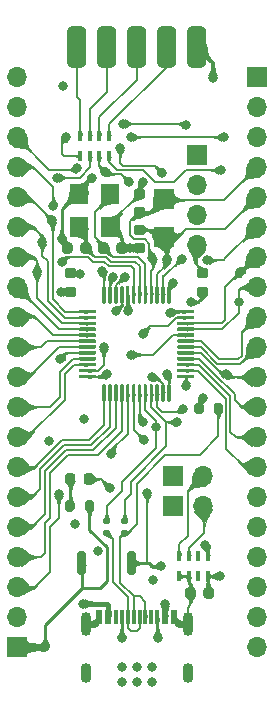
<source format=gtl>
%TF.GenerationSoftware,KiCad,Pcbnew,(5.1.12)-1*%
%TF.CreationDate,2021-12-13T23:08:48+08:00*%
%TF.ProjectId,PCB_EK-Link_Lite_Dev,5043425f-454b-42d4-9c69-6e6b5f4c6974,rev?*%
%TF.SameCoordinates,Original*%
%TF.FileFunction,Copper,L1,Top*%
%TF.FilePolarity,Positive*%
%FSLAX46Y46*%
G04 Gerber Fmt 4.6, Leading zero omitted, Abs format (unit mm)*
G04 Created by KiCad (PCBNEW (5.1.12)-1) date 2021-12-13 23:08:48*
%MOMM*%
%LPD*%
G01*
G04 APERTURE LIST*
%TA.AperFunction,ComponentPad*%
%ADD10O,1.700000X1.700000*%
%TD*%
%TA.AperFunction,ComponentPad*%
%ADD11R,1.700000X1.700000*%
%TD*%
%TA.AperFunction,SMDPad,CuDef*%
%ADD12R,1.800000X1.750000*%
%TD*%
%TA.AperFunction,SMDPad,CuDef*%
%ADD13R,1.540000X1.800000*%
%TD*%
%TA.AperFunction,SMDPad,CuDef*%
%ADD14R,0.400000X0.900000*%
%TD*%
%TA.AperFunction,SMDPad,CuDef*%
%ADD15R,0.600000X1.160000*%
%TD*%
%TA.AperFunction,SMDPad,CuDef*%
%ADD16R,0.300000X1.160000*%
%TD*%
%TA.AperFunction,ComponentPad*%
%ADD17O,0.900000X1.700000*%
%TD*%
%TA.AperFunction,ComponentPad*%
%ADD18O,0.900000X2.000000*%
%TD*%
%TA.AperFunction,ViaPad*%
%ADD19C,0.800000*%
%TD*%
%TA.AperFunction,Conductor*%
%ADD20C,0.203200*%
%TD*%
%TA.AperFunction,Conductor*%
%ADD21C,0.609600*%
%TD*%
%TA.AperFunction,Conductor*%
%ADD22C,0.254000*%
%TD*%
%TA.AperFunction,Conductor*%
%ADD23C,0.152400*%
%TD*%
%TA.AperFunction,Conductor*%
%ADD24C,0.457200*%
%TD*%
%TA.AperFunction,Conductor*%
%ADD25C,0.355600*%
%TD*%
%TA.AperFunction,Conductor*%
%ADD26C,0.250000*%
%TD*%
%TA.AperFunction,Conductor*%
%ADD27C,0.025400*%
%TD*%
%TA.AperFunction,Conductor*%
%ADD28C,0.100000*%
%TD*%
G04 APERTURE END LIST*
D10*
%TO.P,J4,20*%
%TO.N,GND*%
X86360000Y-101600000D03*
%TO.P,J4,19*%
%TO.N,/PA8*%
X86360000Y-99060000D03*
%TO.P,J4,18*%
%TO.N,/UART1_TX*%
X86360000Y-96520000D03*
%TO.P,J4,17*%
%TO.N,/UART1_RX*%
X86360000Y-93980000D03*
%TO.P,J4,16*%
%TO.N,/USB_D-*%
X86360000Y-91440000D03*
%TO.P,J4,15*%
%TO.N,/USB_D+*%
X86360000Y-88900000D03*
%TO.P,J4,14*%
%TO.N,/PA15*%
X86360000Y-86360000D03*
%TO.P,J4,13*%
%TO.N,/PB3*%
X86360000Y-83820000D03*
%TO.P,J4,12*%
%TO.N,/PB4*%
X86360000Y-81280000D03*
%TO.P,J4,11*%
%TO.N,/PB5*%
X86360000Y-78740000D03*
%TO.P,J4,10*%
%TO.N,/PB6*%
X86360000Y-76200000D03*
%TO.P,J4,9*%
%TO.N,/PB7*%
X86360000Y-73660000D03*
%TO.P,J4,8*%
%TO.N,/LINK_nRST*%
X86360000Y-71120000D03*
%TO.P,J4,7*%
%TO.N,/LINK_TDI*%
X86360000Y-68580000D03*
%TO.P,J4,6*%
%TO.N,/PC13*%
X86360000Y-66040000D03*
%TO.P,J4,5*%
%TO.N,/PC14*%
X86360000Y-63500000D03*
%TO.P,J4,4*%
%TO.N,/PC15*%
X86360000Y-60960000D03*
%TO.P,J4,3*%
%TO.N,+5V*%
X86360000Y-58420000D03*
%TO.P,J4,2*%
%TO.N,GND*%
X86360000Y-55880000D03*
D11*
%TO.P,J4,1*%
%TO.N,+3V3*%
X86360000Y-53340000D03*
%TD*%
D10*
%TO.P,J1,20*%
%TO.N,/VBAT*%
X66040000Y-53340000D03*
%TO.P,J1,19*%
%TO.N,/LINK_TRST*%
X66040000Y-55880000D03*
%TO.P,J1,18*%
%TO.N,/LINK_TCK*%
X66040000Y-58420000D03*
%TO.P,J1,17*%
%TO.N,/LINK_TXD*%
X66040000Y-60960000D03*
%TO.P,J1,16*%
%TO.N,/LINK_RXD*%
X66040000Y-63500000D03*
%TO.P,J1,15*%
%TO.N,/LINK_TDO*%
X66040000Y-66040000D03*
%TO.P,J1,14*%
%TO.N,/LINK_TMS*%
X66040000Y-68580000D03*
%TO.P,J1,13*%
%TO.N,/PA6*%
X66040000Y-71120000D03*
%TO.P,J1,12*%
%TO.N,/PA7*%
X66040000Y-73660000D03*
%TO.P,J1,11*%
%TO.N,/PB0*%
X66040000Y-76200000D03*
%TO.P,J1,10*%
%TO.N,/PB1*%
X66040000Y-78740000D03*
%TO.P,J1,9*%
%TO.N,/PB10*%
X66040000Y-81280000D03*
%TO.P,J1,8*%
%TO.N,/PB11*%
X66040000Y-83820000D03*
%TO.P,J1,7*%
%TO.N,/PB12*%
X66040000Y-86360000D03*
%TO.P,J1,6*%
%TO.N,/PB13*%
X66040000Y-88900000D03*
%TO.P,J1,5*%
%TO.N,/PB14*%
X66040000Y-91440000D03*
%TO.P,J1,4*%
%TO.N,/PB15*%
X66040000Y-93980000D03*
%TO.P,J1,3*%
%TO.N,/NRST*%
X66040000Y-96520000D03*
%TO.P,J1,2*%
%TO.N,+3V3*%
X66040000Y-99060000D03*
D11*
%TO.P,J1,1*%
%TO.N,GND*%
X66040000Y-101600000D03*
%TD*%
D12*
%TO.P,Y2,2*%
%TO.N,/PC15*%
X78486000Y-63653000D03*
%TO.P,Y2,1*%
%TO.N,/PC14*%
X78486000Y-66903000D03*
%TD*%
D13*
%TO.P,Y1,4*%
%TO.N,GND*%
X71304000Y-63240000D03*
%TO.P,Y1,3*%
%TO.N,Net-(C3-Pad2)*%
X73984000Y-63240000D03*
%TO.P,Y1,2*%
%TO.N,GND*%
X73984000Y-66040000D03*
%TO.P,Y1,1*%
%TO.N,Net-(C4-Pad2)*%
X71304000Y-66040000D03*
%TD*%
%TO.P,U2,48*%
%TO.N,+3V3*%
%TA.AperFunction,SMDPad,CuDef*%
G36*
G01*
X79700000Y-73046000D02*
X81025000Y-73046000D01*
G75*
G02*
X81100000Y-73121000I0J-75000D01*
G01*
X81100000Y-73271000D01*
G75*
G02*
X81025000Y-73346000I-75000J0D01*
G01*
X79700000Y-73346000D01*
G75*
G02*
X79625000Y-73271000I0J75000D01*
G01*
X79625000Y-73121000D01*
G75*
G02*
X79700000Y-73046000I75000J0D01*
G01*
G37*
%TD.AperFunction*%
%TO.P,U2,47*%
%TO.N,GND*%
%TA.AperFunction,SMDPad,CuDef*%
G36*
G01*
X79700000Y-73546000D02*
X81025000Y-73546000D01*
G75*
G02*
X81100000Y-73621000I0J-75000D01*
G01*
X81100000Y-73771000D01*
G75*
G02*
X81025000Y-73846000I-75000J0D01*
G01*
X79700000Y-73846000D01*
G75*
G02*
X79625000Y-73771000I0J75000D01*
G01*
X79625000Y-73621000D01*
G75*
G02*
X79700000Y-73546000I75000J0D01*
G01*
G37*
%TD.AperFunction*%
%TO.P,U2,46*%
%TO.N,/LINK_TDI*%
%TA.AperFunction,SMDPad,CuDef*%
G36*
G01*
X79700000Y-74046000D02*
X81025000Y-74046000D01*
G75*
G02*
X81100000Y-74121000I0J-75000D01*
G01*
X81100000Y-74271000D01*
G75*
G02*
X81025000Y-74346000I-75000J0D01*
G01*
X79700000Y-74346000D01*
G75*
G02*
X79625000Y-74271000I0J75000D01*
G01*
X79625000Y-74121000D01*
G75*
G02*
X79700000Y-74046000I75000J0D01*
G01*
G37*
%TD.AperFunction*%
%TO.P,U2,45*%
%TO.N,/LINK_nRST*%
%TA.AperFunction,SMDPad,CuDef*%
G36*
G01*
X79700000Y-74546000D02*
X81025000Y-74546000D01*
G75*
G02*
X81100000Y-74621000I0J-75000D01*
G01*
X81100000Y-74771000D01*
G75*
G02*
X81025000Y-74846000I-75000J0D01*
G01*
X79700000Y-74846000D01*
G75*
G02*
X79625000Y-74771000I0J75000D01*
G01*
X79625000Y-74621000D01*
G75*
G02*
X79700000Y-74546000I75000J0D01*
G01*
G37*
%TD.AperFunction*%
%TO.P,U2,44*%
%TO.N,/BOOT0*%
%TA.AperFunction,SMDPad,CuDef*%
G36*
G01*
X79700000Y-75046000D02*
X81025000Y-75046000D01*
G75*
G02*
X81100000Y-75121000I0J-75000D01*
G01*
X81100000Y-75271000D01*
G75*
G02*
X81025000Y-75346000I-75000J0D01*
G01*
X79700000Y-75346000D01*
G75*
G02*
X79625000Y-75271000I0J75000D01*
G01*
X79625000Y-75121000D01*
G75*
G02*
X79700000Y-75046000I75000J0D01*
G01*
G37*
%TD.AperFunction*%
%TO.P,U2,43*%
%TO.N,/PB7*%
%TA.AperFunction,SMDPad,CuDef*%
G36*
G01*
X79700000Y-75546000D02*
X81025000Y-75546000D01*
G75*
G02*
X81100000Y-75621000I0J-75000D01*
G01*
X81100000Y-75771000D01*
G75*
G02*
X81025000Y-75846000I-75000J0D01*
G01*
X79700000Y-75846000D01*
G75*
G02*
X79625000Y-75771000I0J75000D01*
G01*
X79625000Y-75621000D01*
G75*
G02*
X79700000Y-75546000I75000J0D01*
G01*
G37*
%TD.AperFunction*%
%TO.P,U2,42*%
%TO.N,/PB6*%
%TA.AperFunction,SMDPad,CuDef*%
G36*
G01*
X79700000Y-76046000D02*
X81025000Y-76046000D01*
G75*
G02*
X81100000Y-76121000I0J-75000D01*
G01*
X81100000Y-76271000D01*
G75*
G02*
X81025000Y-76346000I-75000J0D01*
G01*
X79700000Y-76346000D01*
G75*
G02*
X79625000Y-76271000I0J75000D01*
G01*
X79625000Y-76121000D01*
G75*
G02*
X79700000Y-76046000I75000J0D01*
G01*
G37*
%TD.AperFunction*%
%TO.P,U2,41*%
%TO.N,/PB5*%
%TA.AperFunction,SMDPad,CuDef*%
G36*
G01*
X79700000Y-76546000D02*
X81025000Y-76546000D01*
G75*
G02*
X81100000Y-76621000I0J-75000D01*
G01*
X81100000Y-76771000D01*
G75*
G02*
X81025000Y-76846000I-75000J0D01*
G01*
X79700000Y-76846000D01*
G75*
G02*
X79625000Y-76771000I0J75000D01*
G01*
X79625000Y-76621000D01*
G75*
G02*
X79700000Y-76546000I75000J0D01*
G01*
G37*
%TD.AperFunction*%
%TO.P,U2,40*%
%TO.N,/PB4*%
%TA.AperFunction,SMDPad,CuDef*%
G36*
G01*
X79700000Y-77046000D02*
X81025000Y-77046000D01*
G75*
G02*
X81100000Y-77121000I0J-75000D01*
G01*
X81100000Y-77271000D01*
G75*
G02*
X81025000Y-77346000I-75000J0D01*
G01*
X79700000Y-77346000D01*
G75*
G02*
X79625000Y-77271000I0J75000D01*
G01*
X79625000Y-77121000D01*
G75*
G02*
X79700000Y-77046000I75000J0D01*
G01*
G37*
%TD.AperFunction*%
%TO.P,U2,39*%
%TO.N,/PB3*%
%TA.AperFunction,SMDPad,CuDef*%
G36*
G01*
X79700000Y-77546000D02*
X81025000Y-77546000D01*
G75*
G02*
X81100000Y-77621000I0J-75000D01*
G01*
X81100000Y-77771000D01*
G75*
G02*
X81025000Y-77846000I-75000J0D01*
G01*
X79700000Y-77846000D01*
G75*
G02*
X79625000Y-77771000I0J75000D01*
G01*
X79625000Y-77621000D01*
G75*
G02*
X79700000Y-77546000I75000J0D01*
G01*
G37*
%TD.AperFunction*%
%TO.P,U2,38*%
%TO.N,/PA15*%
%TA.AperFunction,SMDPad,CuDef*%
G36*
G01*
X79700000Y-78046000D02*
X81025000Y-78046000D01*
G75*
G02*
X81100000Y-78121000I0J-75000D01*
G01*
X81100000Y-78271000D01*
G75*
G02*
X81025000Y-78346000I-75000J0D01*
G01*
X79700000Y-78346000D01*
G75*
G02*
X79625000Y-78271000I0J75000D01*
G01*
X79625000Y-78121000D01*
G75*
G02*
X79700000Y-78046000I75000J0D01*
G01*
G37*
%TD.AperFunction*%
%TO.P,U2,37*%
%TO.N,/SWCLK*%
%TA.AperFunction,SMDPad,CuDef*%
G36*
G01*
X79700000Y-78546000D02*
X81025000Y-78546000D01*
G75*
G02*
X81100000Y-78621000I0J-75000D01*
G01*
X81100000Y-78771000D01*
G75*
G02*
X81025000Y-78846000I-75000J0D01*
G01*
X79700000Y-78846000D01*
G75*
G02*
X79625000Y-78771000I0J75000D01*
G01*
X79625000Y-78621000D01*
G75*
G02*
X79700000Y-78546000I75000J0D01*
G01*
G37*
%TD.AperFunction*%
%TO.P,U2,36*%
%TO.N,+3V3*%
%TA.AperFunction,SMDPad,CuDef*%
G36*
G01*
X78875000Y-79371000D02*
X79025000Y-79371000D01*
G75*
G02*
X79100000Y-79446000I0J-75000D01*
G01*
X79100000Y-80771000D01*
G75*
G02*
X79025000Y-80846000I-75000J0D01*
G01*
X78875000Y-80846000D01*
G75*
G02*
X78800000Y-80771000I0J75000D01*
G01*
X78800000Y-79446000D01*
G75*
G02*
X78875000Y-79371000I75000J0D01*
G01*
G37*
%TD.AperFunction*%
%TO.P,U2,35*%
%TO.N,GND*%
%TA.AperFunction,SMDPad,CuDef*%
G36*
G01*
X78375000Y-79371000D02*
X78525000Y-79371000D01*
G75*
G02*
X78600000Y-79446000I0J-75000D01*
G01*
X78600000Y-80771000D01*
G75*
G02*
X78525000Y-80846000I-75000J0D01*
G01*
X78375000Y-80846000D01*
G75*
G02*
X78300000Y-80771000I0J75000D01*
G01*
X78300000Y-79446000D01*
G75*
G02*
X78375000Y-79371000I75000J0D01*
G01*
G37*
%TD.AperFunction*%
%TO.P,U2,34*%
%TO.N,/SWDIO*%
%TA.AperFunction,SMDPad,CuDef*%
G36*
G01*
X77875000Y-79371000D02*
X78025000Y-79371000D01*
G75*
G02*
X78100000Y-79446000I0J-75000D01*
G01*
X78100000Y-80771000D01*
G75*
G02*
X78025000Y-80846000I-75000J0D01*
G01*
X77875000Y-80846000D01*
G75*
G02*
X77800000Y-80771000I0J75000D01*
G01*
X77800000Y-79446000D01*
G75*
G02*
X77875000Y-79371000I75000J0D01*
G01*
G37*
%TD.AperFunction*%
%TO.P,U2,33*%
%TO.N,/USB_D+*%
%TA.AperFunction,SMDPad,CuDef*%
G36*
G01*
X77375000Y-79371000D02*
X77525000Y-79371000D01*
G75*
G02*
X77600000Y-79446000I0J-75000D01*
G01*
X77600000Y-80771000D01*
G75*
G02*
X77525000Y-80846000I-75000J0D01*
G01*
X77375000Y-80846000D01*
G75*
G02*
X77300000Y-80771000I0J75000D01*
G01*
X77300000Y-79446000D01*
G75*
G02*
X77375000Y-79371000I75000J0D01*
G01*
G37*
%TD.AperFunction*%
%TO.P,U2,32*%
%TO.N,/USB_D-*%
%TA.AperFunction,SMDPad,CuDef*%
G36*
G01*
X76875000Y-79371000D02*
X77025000Y-79371000D01*
G75*
G02*
X77100000Y-79446000I0J-75000D01*
G01*
X77100000Y-80771000D01*
G75*
G02*
X77025000Y-80846000I-75000J0D01*
G01*
X76875000Y-80846000D01*
G75*
G02*
X76800000Y-80771000I0J75000D01*
G01*
X76800000Y-79446000D01*
G75*
G02*
X76875000Y-79371000I75000J0D01*
G01*
G37*
%TD.AperFunction*%
%TO.P,U2,31*%
%TO.N,/UART1_RX*%
%TA.AperFunction,SMDPad,CuDef*%
G36*
G01*
X76375000Y-79371000D02*
X76525000Y-79371000D01*
G75*
G02*
X76600000Y-79446000I0J-75000D01*
G01*
X76600000Y-80771000D01*
G75*
G02*
X76525000Y-80846000I-75000J0D01*
G01*
X76375000Y-80846000D01*
G75*
G02*
X76300000Y-80771000I0J75000D01*
G01*
X76300000Y-79446000D01*
G75*
G02*
X76375000Y-79371000I75000J0D01*
G01*
G37*
%TD.AperFunction*%
%TO.P,U2,30*%
%TO.N,/UART1_TX*%
%TA.AperFunction,SMDPad,CuDef*%
G36*
G01*
X75875000Y-79371000D02*
X76025000Y-79371000D01*
G75*
G02*
X76100000Y-79446000I0J-75000D01*
G01*
X76100000Y-80771000D01*
G75*
G02*
X76025000Y-80846000I-75000J0D01*
G01*
X75875000Y-80846000D01*
G75*
G02*
X75800000Y-80771000I0J75000D01*
G01*
X75800000Y-79446000D01*
G75*
G02*
X75875000Y-79371000I75000J0D01*
G01*
G37*
%TD.AperFunction*%
%TO.P,U2,29*%
%TO.N,/PA8*%
%TA.AperFunction,SMDPad,CuDef*%
G36*
G01*
X75375000Y-79371000D02*
X75525000Y-79371000D01*
G75*
G02*
X75600000Y-79446000I0J-75000D01*
G01*
X75600000Y-80771000D01*
G75*
G02*
X75525000Y-80846000I-75000J0D01*
G01*
X75375000Y-80846000D01*
G75*
G02*
X75300000Y-80771000I0J75000D01*
G01*
X75300000Y-79446000D01*
G75*
G02*
X75375000Y-79371000I75000J0D01*
G01*
G37*
%TD.AperFunction*%
%TO.P,U2,28*%
%TO.N,/PB15*%
%TA.AperFunction,SMDPad,CuDef*%
G36*
G01*
X74875000Y-79371000D02*
X75025000Y-79371000D01*
G75*
G02*
X75100000Y-79446000I0J-75000D01*
G01*
X75100000Y-80771000D01*
G75*
G02*
X75025000Y-80846000I-75000J0D01*
G01*
X74875000Y-80846000D01*
G75*
G02*
X74800000Y-80771000I0J75000D01*
G01*
X74800000Y-79446000D01*
G75*
G02*
X74875000Y-79371000I75000J0D01*
G01*
G37*
%TD.AperFunction*%
%TO.P,U2,27*%
%TO.N,/PB14*%
%TA.AperFunction,SMDPad,CuDef*%
G36*
G01*
X74375000Y-79371000D02*
X74525000Y-79371000D01*
G75*
G02*
X74600000Y-79446000I0J-75000D01*
G01*
X74600000Y-80771000D01*
G75*
G02*
X74525000Y-80846000I-75000J0D01*
G01*
X74375000Y-80846000D01*
G75*
G02*
X74300000Y-80771000I0J75000D01*
G01*
X74300000Y-79446000D01*
G75*
G02*
X74375000Y-79371000I75000J0D01*
G01*
G37*
%TD.AperFunction*%
%TO.P,U2,26*%
%TO.N,/PB13*%
%TA.AperFunction,SMDPad,CuDef*%
G36*
G01*
X73875000Y-79371000D02*
X74025000Y-79371000D01*
G75*
G02*
X74100000Y-79446000I0J-75000D01*
G01*
X74100000Y-80771000D01*
G75*
G02*
X74025000Y-80846000I-75000J0D01*
G01*
X73875000Y-80846000D01*
G75*
G02*
X73800000Y-80771000I0J75000D01*
G01*
X73800000Y-79446000D01*
G75*
G02*
X73875000Y-79371000I75000J0D01*
G01*
G37*
%TD.AperFunction*%
%TO.P,U2,25*%
%TO.N,/PB12*%
%TA.AperFunction,SMDPad,CuDef*%
G36*
G01*
X73375000Y-79371000D02*
X73525000Y-79371000D01*
G75*
G02*
X73600000Y-79446000I0J-75000D01*
G01*
X73600000Y-80771000D01*
G75*
G02*
X73525000Y-80846000I-75000J0D01*
G01*
X73375000Y-80846000D01*
G75*
G02*
X73300000Y-80771000I0J75000D01*
G01*
X73300000Y-79446000D01*
G75*
G02*
X73375000Y-79371000I75000J0D01*
G01*
G37*
%TD.AperFunction*%
%TO.P,U2,24*%
%TO.N,+3V3*%
%TA.AperFunction,SMDPad,CuDef*%
G36*
G01*
X71375000Y-78546000D02*
X72700000Y-78546000D01*
G75*
G02*
X72775000Y-78621000I0J-75000D01*
G01*
X72775000Y-78771000D01*
G75*
G02*
X72700000Y-78846000I-75000J0D01*
G01*
X71375000Y-78846000D01*
G75*
G02*
X71300000Y-78771000I0J75000D01*
G01*
X71300000Y-78621000D01*
G75*
G02*
X71375000Y-78546000I75000J0D01*
G01*
G37*
%TD.AperFunction*%
%TO.P,U2,23*%
%TO.N,GND*%
%TA.AperFunction,SMDPad,CuDef*%
G36*
G01*
X71375000Y-78046000D02*
X72700000Y-78046000D01*
G75*
G02*
X72775000Y-78121000I0J-75000D01*
G01*
X72775000Y-78271000D01*
G75*
G02*
X72700000Y-78346000I-75000J0D01*
G01*
X71375000Y-78346000D01*
G75*
G02*
X71300000Y-78271000I0J75000D01*
G01*
X71300000Y-78121000D01*
G75*
G02*
X71375000Y-78046000I75000J0D01*
G01*
G37*
%TD.AperFunction*%
%TO.P,U2,22*%
%TO.N,/PB11*%
%TA.AperFunction,SMDPad,CuDef*%
G36*
G01*
X71375000Y-77546000D02*
X72700000Y-77546000D01*
G75*
G02*
X72775000Y-77621000I0J-75000D01*
G01*
X72775000Y-77771000D01*
G75*
G02*
X72700000Y-77846000I-75000J0D01*
G01*
X71375000Y-77846000D01*
G75*
G02*
X71300000Y-77771000I0J75000D01*
G01*
X71300000Y-77621000D01*
G75*
G02*
X71375000Y-77546000I75000J0D01*
G01*
G37*
%TD.AperFunction*%
%TO.P,U2,21*%
%TO.N,/PB10*%
%TA.AperFunction,SMDPad,CuDef*%
G36*
G01*
X71375000Y-77046000D02*
X72700000Y-77046000D01*
G75*
G02*
X72775000Y-77121000I0J-75000D01*
G01*
X72775000Y-77271000D01*
G75*
G02*
X72700000Y-77346000I-75000J0D01*
G01*
X71375000Y-77346000D01*
G75*
G02*
X71300000Y-77271000I0J75000D01*
G01*
X71300000Y-77121000D01*
G75*
G02*
X71375000Y-77046000I75000J0D01*
G01*
G37*
%TD.AperFunction*%
%TO.P,U2,20*%
%TO.N,/BOOT1*%
%TA.AperFunction,SMDPad,CuDef*%
G36*
G01*
X71375000Y-76546000D02*
X72700000Y-76546000D01*
G75*
G02*
X72775000Y-76621000I0J-75000D01*
G01*
X72775000Y-76771000D01*
G75*
G02*
X72700000Y-76846000I-75000J0D01*
G01*
X71375000Y-76846000D01*
G75*
G02*
X71300000Y-76771000I0J75000D01*
G01*
X71300000Y-76621000D01*
G75*
G02*
X71375000Y-76546000I75000J0D01*
G01*
G37*
%TD.AperFunction*%
%TO.P,U2,19*%
%TO.N,/PB1*%
%TA.AperFunction,SMDPad,CuDef*%
G36*
G01*
X71375000Y-76046000D02*
X72700000Y-76046000D01*
G75*
G02*
X72775000Y-76121000I0J-75000D01*
G01*
X72775000Y-76271000D01*
G75*
G02*
X72700000Y-76346000I-75000J0D01*
G01*
X71375000Y-76346000D01*
G75*
G02*
X71300000Y-76271000I0J75000D01*
G01*
X71300000Y-76121000D01*
G75*
G02*
X71375000Y-76046000I75000J0D01*
G01*
G37*
%TD.AperFunction*%
%TO.P,U2,18*%
%TO.N,/PB0*%
%TA.AperFunction,SMDPad,CuDef*%
G36*
G01*
X71375000Y-75546000D02*
X72700000Y-75546000D01*
G75*
G02*
X72775000Y-75621000I0J-75000D01*
G01*
X72775000Y-75771000D01*
G75*
G02*
X72700000Y-75846000I-75000J0D01*
G01*
X71375000Y-75846000D01*
G75*
G02*
X71300000Y-75771000I0J75000D01*
G01*
X71300000Y-75621000D01*
G75*
G02*
X71375000Y-75546000I75000J0D01*
G01*
G37*
%TD.AperFunction*%
%TO.P,U2,17*%
%TO.N,/PA7*%
%TA.AperFunction,SMDPad,CuDef*%
G36*
G01*
X71375000Y-75046000D02*
X72700000Y-75046000D01*
G75*
G02*
X72775000Y-75121000I0J-75000D01*
G01*
X72775000Y-75271000D01*
G75*
G02*
X72700000Y-75346000I-75000J0D01*
G01*
X71375000Y-75346000D01*
G75*
G02*
X71300000Y-75271000I0J75000D01*
G01*
X71300000Y-75121000D01*
G75*
G02*
X71375000Y-75046000I75000J0D01*
G01*
G37*
%TD.AperFunction*%
%TO.P,U2,16*%
%TO.N,/PA6*%
%TA.AperFunction,SMDPad,CuDef*%
G36*
G01*
X71375000Y-74546000D02*
X72700000Y-74546000D01*
G75*
G02*
X72775000Y-74621000I0J-75000D01*
G01*
X72775000Y-74771000D01*
G75*
G02*
X72700000Y-74846000I-75000J0D01*
G01*
X71375000Y-74846000D01*
G75*
G02*
X71300000Y-74771000I0J75000D01*
G01*
X71300000Y-74621000D01*
G75*
G02*
X71375000Y-74546000I75000J0D01*
G01*
G37*
%TD.AperFunction*%
%TO.P,U2,15*%
%TO.N,/LINK_TMS*%
%TA.AperFunction,SMDPad,CuDef*%
G36*
G01*
X71375000Y-74046000D02*
X72700000Y-74046000D01*
G75*
G02*
X72775000Y-74121000I0J-75000D01*
G01*
X72775000Y-74271000D01*
G75*
G02*
X72700000Y-74346000I-75000J0D01*
G01*
X71375000Y-74346000D01*
G75*
G02*
X71300000Y-74271000I0J75000D01*
G01*
X71300000Y-74121000D01*
G75*
G02*
X71375000Y-74046000I75000J0D01*
G01*
G37*
%TD.AperFunction*%
%TO.P,U2,14*%
%TO.N,/LINK_TDO*%
%TA.AperFunction,SMDPad,CuDef*%
G36*
G01*
X71375000Y-73546000D02*
X72700000Y-73546000D01*
G75*
G02*
X72775000Y-73621000I0J-75000D01*
G01*
X72775000Y-73771000D01*
G75*
G02*
X72700000Y-73846000I-75000J0D01*
G01*
X71375000Y-73846000D01*
G75*
G02*
X71300000Y-73771000I0J75000D01*
G01*
X71300000Y-73621000D01*
G75*
G02*
X71375000Y-73546000I75000J0D01*
G01*
G37*
%TD.AperFunction*%
%TO.P,U2,13*%
%TO.N,/LINK_RXD*%
%TA.AperFunction,SMDPad,CuDef*%
G36*
G01*
X71375000Y-73046000D02*
X72700000Y-73046000D01*
G75*
G02*
X72775000Y-73121000I0J-75000D01*
G01*
X72775000Y-73271000D01*
G75*
G02*
X72700000Y-73346000I-75000J0D01*
G01*
X71375000Y-73346000D01*
G75*
G02*
X71300000Y-73271000I0J75000D01*
G01*
X71300000Y-73121000D01*
G75*
G02*
X71375000Y-73046000I75000J0D01*
G01*
G37*
%TD.AperFunction*%
%TO.P,U2,12*%
%TO.N,/LINK_TXD*%
%TA.AperFunction,SMDPad,CuDef*%
G36*
G01*
X73375000Y-71046000D02*
X73525000Y-71046000D01*
G75*
G02*
X73600000Y-71121000I0J-75000D01*
G01*
X73600000Y-72446000D01*
G75*
G02*
X73525000Y-72521000I-75000J0D01*
G01*
X73375000Y-72521000D01*
G75*
G02*
X73300000Y-72446000I0J75000D01*
G01*
X73300000Y-71121000D01*
G75*
G02*
X73375000Y-71046000I75000J0D01*
G01*
G37*
%TD.AperFunction*%
%TO.P,U2,11*%
%TO.N,/LINK_TCK*%
%TA.AperFunction,SMDPad,CuDef*%
G36*
G01*
X73875000Y-71046000D02*
X74025000Y-71046000D01*
G75*
G02*
X74100000Y-71121000I0J-75000D01*
G01*
X74100000Y-72446000D01*
G75*
G02*
X74025000Y-72521000I-75000J0D01*
G01*
X73875000Y-72521000D01*
G75*
G02*
X73800000Y-72446000I0J75000D01*
G01*
X73800000Y-71121000D01*
G75*
G02*
X73875000Y-71046000I75000J0D01*
G01*
G37*
%TD.AperFunction*%
%TO.P,U2,10*%
%TO.N,/LINK_TRST*%
%TA.AperFunction,SMDPad,CuDef*%
G36*
G01*
X74375000Y-71046000D02*
X74525000Y-71046000D01*
G75*
G02*
X74600000Y-71121000I0J-75000D01*
G01*
X74600000Y-72446000D01*
G75*
G02*
X74525000Y-72521000I-75000J0D01*
G01*
X74375000Y-72521000D01*
G75*
G02*
X74300000Y-72446000I0J75000D01*
G01*
X74300000Y-71121000D01*
G75*
G02*
X74375000Y-71046000I75000J0D01*
G01*
G37*
%TD.AperFunction*%
%TO.P,U2,9*%
%TO.N,+3V3*%
%TA.AperFunction,SMDPad,CuDef*%
G36*
G01*
X74875000Y-71046000D02*
X75025000Y-71046000D01*
G75*
G02*
X75100000Y-71121000I0J-75000D01*
G01*
X75100000Y-72446000D01*
G75*
G02*
X75025000Y-72521000I-75000J0D01*
G01*
X74875000Y-72521000D01*
G75*
G02*
X74800000Y-72446000I0J75000D01*
G01*
X74800000Y-71121000D01*
G75*
G02*
X74875000Y-71046000I75000J0D01*
G01*
G37*
%TD.AperFunction*%
%TO.P,U2,8*%
%TO.N,GND*%
%TA.AperFunction,SMDPad,CuDef*%
G36*
G01*
X75375000Y-71046000D02*
X75525000Y-71046000D01*
G75*
G02*
X75600000Y-71121000I0J-75000D01*
G01*
X75600000Y-72446000D01*
G75*
G02*
X75525000Y-72521000I-75000J0D01*
G01*
X75375000Y-72521000D01*
G75*
G02*
X75300000Y-72446000I0J75000D01*
G01*
X75300000Y-71121000D01*
G75*
G02*
X75375000Y-71046000I75000J0D01*
G01*
G37*
%TD.AperFunction*%
%TO.P,U2,7*%
%TO.N,/NRST*%
%TA.AperFunction,SMDPad,CuDef*%
G36*
G01*
X75875000Y-71046000D02*
X76025000Y-71046000D01*
G75*
G02*
X76100000Y-71121000I0J-75000D01*
G01*
X76100000Y-72446000D01*
G75*
G02*
X76025000Y-72521000I-75000J0D01*
G01*
X75875000Y-72521000D01*
G75*
G02*
X75800000Y-72446000I0J75000D01*
G01*
X75800000Y-71121000D01*
G75*
G02*
X75875000Y-71046000I75000J0D01*
G01*
G37*
%TD.AperFunction*%
%TO.P,U2,6*%
%TO.N,Net-(C4-Pad2)*%
%TA.AperFunction,SMDPad,CuDef*%
G36*
G01*
X76375000Y-71046000D02*
X76525000Y-71046000D01*
G75*
G02*
X76600000Y-71121000I0J-75000D01*
G01*
X76600000Y-72446000D01*
G75*
G02*
X76525000Y-72521000I-75000J0D01*
G01*
X76375000Y-72521000D01*
G75*
G02*
X76300000Y-72446000I0J75000D01*
G01*
X76300000Y-71121000D01*
G75*
G02*
X76375000Y-71046000I75000J0D01*
G01*
G37*
%TD.AperFunction*%
%TO.P,U2,5*%
%TO.N,Net-(C3-Pad2)*%
%TA.AperFunction,SMDPad,CuDef*%
G36*
G01*
X76875000Y-71046000D02*
X77025000Y-71046000D01*
G75*
G02*
X77100000Y-71121000I0J-75000D01*
G01*
X77100000Y-72446000D01*
G75*
G02*
X77025000Y-72521000I-75000J0D01*
G01*
X76875000Y-72521000D01*
G75*
G02*
X76800000Y-72446000I0J75000D01*
G01*
X76800000Y-71121000D01*
G75*
G02*
X76875000Y-71046000I75000J0D01*
G01*
G37*
%TD.AperFunction*%
%TO.P,U2,4*%
%TO.N,/PC15*%
%TA.AperFunction,SMDPad,CuDef*%
G36*
G01*
X77375000Y-71046000D02*
X77525000Y-71046000D01*
G75*
G02*
X77600000Y-71121000I0J-75000D01*
G01*
X77600000Y-72446000D01*
G75*
G02*
X77525000Y-72521000I-75000J0D01*
G01*
X77375000Y-72521000D01*
G75*
G02*
X77300000Y-72446000I0J75000D01*
G01*
X77300000Y-71121000D01*
G75*
G02*
X77375000Y-71046000I75000J0D01*
G01*
G37*
%TD.AperFunction*%
%TO.P,U2,3*%
%TO.N,/PC14*%
%TA.AperFunction,SMDPad,CuDef*%
G36*
G01*
X77875000Y-71046000D02*
X78025000Y-71046000D01*
G75*
G02*
X78100000Y-71121000I0J-75000D01*
G01*
X78100000Y-72446000D01*
G75*
G02*
X78025000Y-72521000I-75000J0D01*
G01*
X77875000Y-72521000D01*
G75*
G02*
X77800000Y-72446000I0J75000D01*
G01*
X77800000Y-71121000D01*
G75*
G02*
X77875000Y-71046000I75000J0D01*
G01*
G37*
%TD.AperFunction*%
%TO.P,U2,2*%
%TO.N,/PC13*%
%TA.AperFunction,SMDPad,CuDef*%
G36*
G01*
X78375000Y-71046000D02*
X78525000Y-71046000D01*
G75*
G02*
X78600000Y-71121000I0J-75000D01*
G01*
X78600000Y-72446000D01*
G75*
G02*
X78525000Y-72521000I-75000J0D01*
G01*
X78375000Y-72521000D01*
G75*
G02*
X78300000Y-72446000I0J75000D01*
G01*
X78300000Y-71121000D01*
G75*
G02*
X78375000Y-71046000I75000J0D01*
G01*
G37*
%TD.AperFunction*%
%TO.P,U2,1*%
%TO.N,/VBAT*%
%TA.AperFunction,SMDPad,CuDef*%
G36*
G01*
X78875000Y-71046000D02*
X79025000Y-71046000D01*
G75*
G02*
X79100000Y-71121000I0J-75000D01*
G01*
X79100000Y-72446000D01*
G75*
G02*
X79025000Y-72521000I-75000J0D01*
G01*
X78875000Y-72521000D01*
G75*
G02*
X78800000Y-72446000I0J75000D01*
G01*
X78800000Y-71121000D01*
G75*
G02*
X78875000Y-71046000I75000J0D01*
G01*
G37*
%TD.AperFunction*%
%TD*%
%TO.P,SW1,1*%
%TO.N,/NRST*%
%TA.AperFunction,SMDPad,CuDef*%
G36*
G01*
X76160000Y-93688000D02*
X76160000Y-95288000D01*
G75*
G02*
X75960000Y-95488000I-200000J0D01*
G01*
X75560000Y-95488000D01*
G75*
G02*
X75360000Y-95288000I0J200000D01*
G01*
X75360000Y-93688000D01*
G75*
G02*
X75560000Y-93488000I200000J0D01*
G01*
X75960000Y-93488000D01*
G75*
G02*
X76160000Y-93688000I0J-200000D01*
G01*
G37*
%TD.AperFunction*%
%TO.P,SW1,2*%
%TO.N,GND*%
%TA.AperFunction,SMDPad,CuDef*%
G36*
G01*
X71960000Y-93688000D02*
X71960000Y-95288000D01*
G75*
G02*
X71760000Y-95488000I-200000J0D01*
G01*
X71360000Y-95488000D01*
G75*
G02*
X71160000Y-95288000I0J200000D01*
G01*
X71160000Y-93688000D01*
G75*
G02*
X71360000Y-93488000I200000J0D01*
G01*
X71760000Y-93488000D01*
G75*
G02*
X71960000Y-93688000I0J-200000D01*
G01*
G37*
%TD.AperFunction*%
%TD*%
D14*
%TO.P,RN3,5*%
%TO.N,+3V3*%
X82226000Y-93892000D03*
%TO.P,RN3,6*%
%TO.N,Net-(RN3-Pad6)*%
X81426000Y-93892000D03*
%TO.P,RN3,7*%
%TO.N,/BOOT1*%
X80626000Y-93892000D03*
%TO.P,RN3,8*%
%TO.N,/BOOT0*%
X79826000Y-93892000D03*
%TO.P,RN3,4*%
%TO.N,/NRST*%
X82226000Y-95592000D03*
%TO.P,RN3,1*%
%TO.N,GND*%
X79826000Y-95592000D03*
%TO.P,RN3,3*%
%TO.N,Net-(RN3-Pad3)*%
X81426000Y-95592000D03*
%TO.P,RN3,2*%
%TO.N,GND*%
X80626000Y-95592000D03*
%TD*%
%TO.P,RN1,5*%
%TO.N,Net-(J3-Pad7)*%
X73844000Y-58332000D03*
%TO.P,RN1,6*%
%TO.N,Net-(J3-Pad5)*%
X73044000Y-58332000D03*
%TO.P,RN1,7*%
%TO.N,Net-(J3-Pad3)*%
X72244000Y-58332000D03*
%TO.P,RN1,8*%
%TO.N,Net-(J3-Pad1)*%
X71444000Y-58332000D03*
%TO.P,RN1,4*%
%TO.N,/LINK_nRST*%
X73844000Y-60032000D03*
%TO.P,RN1,1*%
%TO.N,/LINK_TDI*%
X71444000Y-60032000D03*
%TO.P,RN1,3*%
%TO.N,/LINK_TCK*%
X73044000Y-60032000D03*
%TO.P,RN1,2*%
%TO.N,/LINK_TDO*%
X72244000Y-60032000D03*
%TD*%
%TO.P,R6,2*%
%TO.N,GND*%
%TA.AperFunction,SMDPad,CuDef*%
G36*
G01*
X71799000Y-89937000D02*
X71799000Y-89387000D01*
G75*
G02*
X71999000Y-89187000I200000J0D01*
G01*
X72399000Y-89187000D01*
G75*
G02*
X72599000Y-89387000I0J-200000D01*
G01*
X72599000Y-89937000D01*
G75*
G02*
X72399000Y-90137000I-200000J0D01*
G01*
X71999000Y-90137000D01*
G75*
G02*
X71799000Y-89937000I0J200000D01*
G01*
G37*
%TD.AperFunction*%
%TO.P,R6,1*%
%TO.N,Net-(D1-Pad1)*%
%TA.AperFunction,SMDPad,CuDef*%
G36*
G01*
X70149000Y-89937000D02*
X70149000Y-89387000D01*
G75*
G02*
X70349000Y-89187000I200000J0D01*
G01*
X70749000Y-89187000D01*
G75*
G02*
X70949000Y-89387000I0J-200000D01*
G01*
X70949000Y-89937000D01*
G75*
G02*
X70749000Y-90137000I-200000J0D01*
G01*
X70349000Y-90137000D01*
G75*
G02*
X70149000Y-89937000I0J200000D01*
G01*
G37*
%TD.AperFunction*%
%TD*%
%TO.P,R5,2*%
%TO.N,Net-(J2-PadA6)*%
%TA.AperFunction,SMDPad,CuDef*%
G36*
G01*
X82721000Y-81682000D02*
X82721000Y-81132000D01*
G75*
G02*
X82921000Y-80932000I200000J0D01*
G01*
X83321000Y-80932000D01*
G75*
G02*
X83521000Y-81132000I0J-200000D01*
G01*
X83521000Y-81682000D01*
G75*
G02*
X83321000Y-81882000I-200000J0D01*
G01*
X82921000Y-81882000D01*
G75*
G02*
X82721000Y-81682000I0J200000D01*
G01*
G37*
%TD.AperFunction*%
%TO.P,R5,1*%
%TO.N,/PB5*%
%TA.AperFunction,SMDPad,CuDef*%
G36*
G01*
X81071000Y-81682000D02*
X81071000Y-81132000D01*
G75*
G02*
X81271000Y-80932000I200000J0D01*
G01*
X81671000Y-80932000D01*
G75*
G02*
X81871000Y-81132000I0J-200000D01*
G01*
X81871000Y-81682000D01*
G75*
G02*
X81671000Y-81882000I-200000J0D01*
G01*
X81271000Y-81882000D01*
G75*
G02*
X81071000Y-81682000I0J200000D01*
G01*
G37*
%TD.AperFunction*%
%TD*%
%TO.P,R4,2*%
%TO.N,Net-(J2-PadA6)*%
%TA.AperFunction,SMDPad,CuDef*%
G36*
G01*
X74999000Y-91680000D02*
X75369000Y-91680000D01*
G75*
G02*
X75504000Y-91815000I0J-135000D01*
G01*
X75504000Y-92085000D01*
G75*
G02*
X75369000Y-92220000I-135000J0D01*
G01*
X74999000Y-92220000D01*
G75*
G02*
X74864000Y-92085000I0J135000D01*
G01*
X74864000Y-91815000D01*
G75*
G02*
X74999000Y-91680000I135000J0D01*
G01*
G37*
%TD.AperFunction*%
%TO.P,R4,1*%
%TO.N,/USB_D+*%
%TA.AperFunction,SMDPad,CuDef*%
G36*
G01*
X74999000Y-90660000D02*
X75369000Y-90660000D01*
G75*
G02*
X75504000Y-90795000I0J-135000D01*
G01*
X75504000Y-91065000D01*
G75*
G02*
X75369000Y-91200000I-135000J0D01*
G01*
X74999000Y-91200000D01*
G75*
G02*
X74864000Y-91065000I0J135000D01*
G01*
X74864000Y-90795000D01*
G75*
G02*
X74999000Y-90660000I135000J0D01*
G01*
G37*
%TD.AperFunction*%
%TD*%
%TO.P,R3,2*%
%TO.N,Net-(J2-PadA7)*%
%TA.AperFunction,SMDPad,CuDef*%
G36*
G01*
X73475000Y-91680000D02*
X73845000Y-91680000D01*
G75*
G02*
X73980000Y-91815000I0J-135000D01*
G01*
X73980000Y-92085000D01*
G75*
G02*
X73845000Y-92220000I-135000J0D01*
G01*
X73475000Y-92220000D01*
G75*
G02*
X73340000Y-92085000I0J135000D01*
G01*
X73340000Y-91815000D01*
G75*
G02*
X73475000Y-91680000I135000J0D01*
G01*
G37*
%TD.AperFunction*%
%TO.P,R3,1*%
%TO.N,/USB_D-*%
%TA.AperFunction,SMDPad,CuDef*%
G36*
G01*
X73475000Y-90660000D02*
X73845000Y-90660000D01*
G75*
G02*
X73980000Y-90795000I0J-135000D01*
G01*
X73980000Y-91065000D01*
G75*
G02*
X73845000Y-91200000I-135000J0D01*
G01*
X73475000Y-91200000D01*
G75*
G02*
X73340000Y-91065000I0J135000D01*
G01*
X73340000Y-90795000D01*
G75*
G02*
X73475000Y-90660000I135000J0D01*
G01*
G37*
%TD.AperFunction*%
%TD*%
D10*
%TO.P,J7,2*%
%TO.N,/BOOT1*%
X81788000Y-89662000D03*
D11*
%TO.P,J7,1*%
%TO.N,+3V3*%
X79248000Y-89662000D03*
%TD*%
D10*
%TO.P,J6,4*%
%TO.N,+3V3*%
X81280000Y-67564000D03*
%TO.P,J6,3*%
%TO.N,/SWDIO*%
X81280000Y-65024000D03*
%TO.P,J6,2*%
%TO.N,/SWCLK*%
X81280000Y-62484000D03*
D11*
%TO.P,J6,1*%
%TO.N,GND*%
X81280000Y-59944000D03*
%TD*%
D10*
%TO.P,J5,2*%
%TO.N,/BOOT0*%
X81788000Y-87122000D03*
D11*
%TO.P,J5,1*%
%TO.N,+3V3*%
X79248000Y-87122000D03*
%TD*%
%TO.P,J3,3*%
%TO.N,Net-(J3-Pad3)*%
%TA.AperFunction,SMDPad,CuDef*%
G36*
G01*
X72840000Y-52140000D02*
X72840000Y-49460000D01*
G75*
G02*
X73250000Y-49050000I410000J0D01*
G01*
X74070000Y-49050000D01*
G75*
G02*
X74480000Y-49460000I0J-410000D01*
G01*
X74480000Y-52140000D01*
G75*
G02*
X74070000Y-52550000I-410000J0D01*
G01*
X73250000Y-52550000D01*
G75*
G02*
X72840000Y-52140000I0J410000D01*
G01*
G37*
%TD.AperFunction*%
%TO.P,J3,5*%
%TO.N,Net-(J3-Pad5)*%
%TA.AperFunction,SMDPad,CuDef*%
G36*
G01*
X75380000Y-52140000D02*
X75380000Y-49460000D01*
G75*
G02*
X75790000Y-49050000I410000J0D01*
G01*
X76610000Y-49050000D01*
G75*
G02*
X77020000Y-49460000I0J-410000D01*
G01*
X77020000Y-52140000D01*
G75*
G02*
X76610000Y-52550000I-410000J0D01*
G01*
X75790000Y-52550000D01*
G75*
G02*
X75380000Y-52140000I0J410000D01*
G01*
G37*
%TD.AperFunction*%
%TO.P,J3,7*%
%TO.N,Net-(J3-Pad7)*%
%TA.AperFunction,SMDPad,CuDef*%
G36*
G01*
X77920000Y-52140000D02*
X77920000Y-49460000D01*
G75*
G02*
X78330000Y-49050000I410000J0D01*
G01*
X79150000Y-49050000D01*
G75*
G02*
X79560000Y-49460000I0J-410000D01*
G01*
X79560000Y-52140000D01*
G75*
G02*
X79150000Y-52550000I-410000J0D01*
G01*
X78330000Y-52550000D01*
G75*
G02*
X77920000Y-52140000I0J410000D01*
G01*
G37*
%TD.AperFunction*%
%TO.P,J3,9*%
%TO.N,+3V3*%
%TA.AperFunction,SMDPad,CuDef*%
G36*
G01*
X80460000Y-52140000D02*
X80460000Y-49460000D01*
G75*
G02*
X80870000Y-49050000I410000J0D01*
G01*
X81690000Y-49050000D01*
G75*
G02*
X82100000Y-49460000I0J-410000D01*
G01*
X82100000Y-52140000D01*
G75*
G02*
X81690000Y-52550000I-410000J0D01*
G01*
X80870000Y-52550000D01*
G75*
G02*
X80460000Y-52140000I0J410000D01*
G01*
G37*
%TD.AperFunction*%
%TO.P,J3,1*%
%TO.N,Net-(J3-Pad1)*%
%TA.AperFunction,SMDPad,CuDef*%
G36*
G01*
X70300000Y-52140000D02*
X70300000Y-49460000D01*
G75*
G02*
X70710000Y-49050000I410000J0D01*
G01*
X71530000Y-49050000D01*
G75*
G02*
X71940000Y-49460000I0J-410000D01*
G01*
X71940000Y-52140000D01*
G75*
G02*
X71530000Y-52550000I-410000J0D01*
G01*
X70710000Y-52550000D01*
G75*
G02*
X70300000Y-52140000I0J410000D01*
G01*
G37*
%TD.AperFunction*%
%TD*%
D15*
%TO.P,J2,A12*%
%TO.N,GND*%
X79400000Y-99090000D03*
%TO.P,J2,A9*%
%TO.N,+5V*%
X78600000Y-99090000D03*
%TO.P,J2,B1*%
%TO.N,GND*%
X79400000Y-99090000D03*
%TO.P,J2,B4*%
%TO.N,+5V*%
X78600000Y-99090000D03*
%TO.P,J2,B12*%
%TO.N,GND*%
X73000000Y-99090000D03*
%TO.P,J2,A1*%
X73000000Y-99090000D03*
%TO.P,J2,B9*%
%TO.N,+5V*%
X73800000Y-99090000D03*
%TO.P,J2,A4*%
X73800000Y-99090000D03*
D16*
%TO.P,J2,B5*%
%TO.N,Net-(J2-PadB5)*%
X77950000Y-99090000D03*
%TO.P,J2,B6*%
%TO.N,Net-(J2-PadA6)*%
X76950000Y-99090000D03*
%TO.P,J2,A8*%
%TO.N,Net-(J2-PadA8)*%
X77450000Y-99090000D03*
%TO.P,J2,A5*%
%TO.N,Net-(J2-PadA5)*%
X74950000Y-99090000D03*
%TO.P,J2,B8*%
%TO.N,Net-(J2-PadB8)*%
X74450000Y-99090000D03*
%TO.P,J2,A7*%
%TO.N,Net-(J2-PadA7)*%
X76450000Y-99090000D03*
%TO.P,J2,A6*%
%TO.N,Net-(J2-PadA6)*%
X75950000Y-99090000D03*
%TO.P,J2,B7*%
%TO.N,Net-(J2-PadA7)*%
X75450000Y-99090000D03*
D17*
%TO.P,J2,S1*%
%TO.N,GND*%
X80520000Y-103840000D03*
X71880000Y-103840000D03*
D18*
X80520000Y-99670000D03*
X71880000Y-99670000D03*
%TD*%
%TO.P,D3,2*%
%TO.N,+3V3*%
%TA.AperFunction,SMDPad,CuDef*%
G36*
G01*
X70355750Y-71089000D02*
X70868250Y-71089000D01*
G75*
G02*
X71087000Y-71307750I0J-218750D01*
G01*
X71087000Y-71745250D01*
G75*
G02*
X70868250Y-71964000I-218750J0D01*
G01*
X70355750Y-71964000D01*
G75*
G02*
X70137000Y-71745250I0J218750D01*
G01*
X70137000Y-71307750D01*
G75*
G02*
X70355750Y-71089000I218750J0D01*
G01*
G37*
%TD.AperFunction*%
%TO.P,D3,1*%
%TO.N,Net-(D3-Pad1)*%
%TA.AperFunction,SMDPad,CuDef*%
G36*
G01*
X70355750Y-69514000D02*
X70868250Y-69514000D01*
G75*
G02*
X71087000Y-69732750I0J-218750D01*
G01*
X71087000Y-70170250D01*
G75*
G02*
X70868250Y-70389000I-218750J0D01*
G01*
X70355750Y-70389000D01*
G75*
G02*
X70137000Y-70170250I0J218750D01*
G01*
X70137000Y-69732750D01*
G75*
G02*
X70355750Y-69514000I218750J0D01*
G01*
G37*
%TD.AperFunction*%
%TD*%
%TO.P,D2,2*%
%TO.N,+3V3*%
%TA.AperFunction,SMDPad,CuDef*%
G36*
G01*
X82044250Y-70389000D02*
X81531750Y-70389000D01*
G75*
G02*
X81313000Y-70170250I0J218750D01*
G01*
X81313000Y-69732750D01*
G75*
G02*
X81531750Y-69514000I218750J0D01*
G01*
X82044250Y-69514000D01*
G75*
G02*
X82263000Y-69732750I0J-218750D01*
G01*
X82263000Y-70170250D01*
G75*
G02*
X82044250Y-70389000I-218750J0D01*
G01*
G37*
%TD.AperFunction*%
%TO.P,D2,1*%
%TO.N,Net-(D2-Pad1)*%
%TA.AperFunction,SMDPad,CuDef*%
G36*
G01*
X82044250Y-71964000D02*
X81531750Y-71964000D01*
G75*
G02*
X81313000Y-71745250I0J218750D01*
G01*
X81313000Y-71307750D01*
G75*
G02*
X81531750Y-71089000I218750J0D01*
G01*
X82044250Y-71089000D01*
G75*
G02*
X82263000Y-71307750I0J-218750D01*
G01*
X82263000Y-71745250D01*
G75*
G02*
X82044250Y-71964000I-218750J0D01*
G01*
G37*
%TD.AperFunction*%
%TD*%
%TO.P,D1,2*%
%TO.N,+3V3*%
%TA.AperFunction,SMDPad,CuDef*%
G36*
G01*
X71724000Y-87632250D02*
X71724000Y-87119750D01*
G75*
G02*
X71942750Y-86901000I218750J0D01*
G01*
X72380250Y-86901000D01*
G75*
G02*
X72599000Y-87119750I0J-218750D01*
G01*
X72599000Y-87632250D01*
G75*
G02*
X72380250Y-87851000I-218750J0D01*
G01*
X71942750Y-87851000D01*
G75*
G02*
X71724000Y-87632250I0J218750D01*
G01*
G37*
%TD.AperFunction*%
%TO.P,D1,1*%
%TO.N,Net-(D1-Pad1)*%
%TA.AperFunction,SMDPad,CuDef*%
G36*
G01*
X70149000Y-87632250D02*
X70149000Y-87119750D01*
G75*
G02*
X70367750Y-86901000I218750J0D01*
G01*
X70805250Y-86901000D01*
G75*
G02*
X71024000Y-87119750I0J-218750D01*
G01*
X71024000Y-87632250D01*
G75*
G02*
X70805250Y-87851000I-218750J0D01*
G01*
X70367750Y-87851000D01*
G75*
G02*
X70149000Y-87632250I0J218750D01*
G01*
G37*
%TD.AperFunction*%
%TD*%
%TO.P,C7,2*%
%TO.N,GND*%
%TA.AperFunction,SMDPad,CuDef*%
G36*
G01*
X81209000Y-96778000D02*
X81209000Y-97278000D01*
G75*
G02*
X80984000Y-97503000I-225000J0D01*
G01*
X80534000Y-97503000D01*
G75*
G02*
X80309000Y-97278000I0J225000D01*
G01*
X80309000Y-96778000D01*
G75*
G02*
X80534000Y-96553000I225000J0D01*
G01*
X80984000Y-96553000D01*
G75*
G02*
X81209000Y-96778000I0J-225000D01*
G01*
G37*
%TD.AperFunction*%
%TO.P,C7,1*%
%TO.N,/NRST*%
%TA.AperFunction,SMDPad,CuDef*%
G36*
G01*
X82759000Y-96778000D02*
X82759000Y-97278000D01*
G75*
G02*
X82534000Y-97503000I-225000J0D01*
G01*
X82084000Y-97503000D01*
G75*
G02*
X81859000Y-97278000I0J225000D01*
G01*
X81859000Y-96778000D01*
G75*
G02*
X82084000Y-96553000I225000J0D01*
G01*
X82534000Y-96553000D01*
G75*
G02*
X82759000Y-96778000I0J-225000D01*
G01*
G37*
%TD.AperFunction*%
%TD*%
%TO.P,C6,2*%
%TO.N,/PC15*%
%TA.AperFunction,SMDPad,CuDef*%
G36*
G01*
X76204000Y-64346000D02*
X76704000Y-64346000D01*
G75*
G02*
X76929000Y-64571000I0J-225000D01*
G01*
X76929000Y-65021000D01*
G75*
G02*
X76704000Y-65246000I-225000J0D01*
G01*
X76204000Y-65246000D01*
G75*
G02*
X75979000Y-65021000I0J225000D01*
G01*
X75979000Y-64571000D01*
G75*
G02*
X76204000Y-64346000I225000J0D01*
G01*
G37*
%TD.AperFunction*%
%TO.P,C6,1*%
%TO.N,GND*%
%TA.AperFunction,SMDPad,CuDef*%
G36*
G01*
X76204000Y-62796000D02*
X76704000Y-62796000D01*
G75*
G02*
X76929000Y-63021000I0J-225000D01*
G01*
X76929000Y-63471000D01*
G75*
G02*
X76704000Y-63696000I-225000J0D01*
G01*
X76204000Y-63696000D01*
G75*
G02*
X75979000Y-63471000I0J225000D01*
G01*
X75979000Y-63021000D01*
G75*
G02*
X76204000Y-62796000I225000J0D01*
G01*
G37*
%TD.AperFunction*%
%TD*%
%TO.P,C5,2*%
%TO.N,/PC14*%
%TA.AperFunction,SMDPad,CuDef*%
G36*
G01*
X76704000Y-66731000D02*
X76204000Y-66731000D01*
G75*
G02*
X75979000Y-66506000I0J225000D01*
G01*
X75979000Y-66056000D01*
G75*
G02*
X76204000Y-65831000I225000J0D01*
G01*
X76704000Y-65831000D01*
G75*
G02*
X76929000Y-66056000I0J-225000D01*
G01*
X76929000Y-66506000D01*
G75*
G02*
X76704000Y-66731000I-225000J0D01*
G01*
G37*
%TD.AperFunction*%
%TO.P,C5,1*%
%TO.N,GND*%
%TA.AperFunction,SMDPad,CuDef*%
G36*
G01*
X76704000Y-68281000D02*
X76204000Y-68281000D01*
G75*
G02*
X75979000Y-68056000I0J225000D01*
G01*
X75979000Y-67606000D01*
G75*
G02*
X76204000Y-67381000I225000J0D01*
G01*
X76704000Y-67381000D01*
G75*
G02*
X76929000Y-67606000I0J-225000D01*
G01*
X76929000Y-68056000D01*
G75*
G02*
X76704000Y-68281000I-225000J0D01*
G01*
G37*
%TD.AperFunction*%
%TD*%
%TO.P,C4,2*%
%TO.N,Net-(C4-Pad2)*%
%TA.AperFunction,SMDPad,CuDef*%
G36*
G01*
X71445000Y-68068000D02*
X71445000Y-67568000D01*
G75*
G02*
X71670000Y-67343000I225000J0D01*
G01*
X72120000Y-67343000D01*
G75*
G02*
X72345000Y-67568000I0J-225000D01*
G01*
X72345000Y-68068000D01*
G75*
G02*
X72120000Y-68293000I-225000J0D01*
G01*
X71670000Y-68293000D01*
G75*
G02*
X71445000Y-68068000I0J225000D01*
G01*
G37*
%TD.AperFunction*%
%TO.P,C4,1*%
%TO.N,GND*%
%TA.AperFunction,SMDPad,CuDef*%
G36*
G01*
X69895000Y-68068000D02*
X69895000Y-67568000D01*
G75*
G02*
X70120000Y-67343000I225000J0D01*
G01*
X70570000Y-67343000D01*
G75*
G02*
X70795000Y-67568000I0J-225000D01*
G01*
X70795000Y-68068000D01*
G75*
G02*
X70570000Y-68293000I-225000J0D01*
G01*
X70120000Y-68293000D01*
G75*
G02*
X69895000Y-68068000I0J225000D01*
G01*
G37*
%TD.AperFunction*%
%TD*%
%TO.P,C3,2*%
%TO.N,Net-(C3-Pad2)*%
%TA.AperFunction,SMDPad,CuDef*%
G36*
G01*
X73843000Y-67568000D02*
X73843000Y-68068000D01*
G75*
G02*
X73618000Y-68293000I-225000J0D01*
G01*
X73168000Y-68293000D01*
G75*
G02*
X72943000Y-68068000I0J225000D01*
G01*
X72943000Y-67568000D01*
G75*
G02*
X73168000Y-67343000I225000J0D01*
G01*
X73618000Y-67343000D01*
G75*
G02*
X73843000Y-67568000I0J-225000D01*
G01*
G37*
%TD.AperFunction*%
%TO.P,C3,1*%
%TO.N,GND*%
%TA.AperFunction,SMDPad,CuDef*%
G36*
G01*
X75393000Y-67568000D02*
X75393000Y-68068000D01*
G75*
G02*
X75168000Y-68293000I-225000J0D01*
G01*
X74718000Y-68293000D01*
G75*
G02*
X74493000Y-68068000I0J225000D01*
G01*
X74493000Y-67568000D01*
G75*
G02*
X74718000Y-67343000I225000J0D01*
G01*
X75168000Y-67343000D01*
G75*
G02*
X75393000Y-67568000I0J-225000D01*
G01*
G37*
%TD.AperFunction*%
%TD*%
D19*
%TO.N,GND*%
X74930000Y-103251000D03*
X76200000Y-103251000D03*
X77470000Y-103251000D03*
X74930000Y-104521000D03*
X76200000Y-104521000D03*
X77470000Y-104521000D03*
X73406000Y-76200000D03*
X75438000Y-73152000D03*
X77470000Y-78740000D03*
X76708000Y-75057000D03*
X71755000Y-82296000D03*
X68798097Y-84133690D03*
X68451000Y-101602000D03*
X75679000Y-67831000D03*
X69850000Y-67056000D03*
X77597000Y-95885000D03*
X76708000Y-62230000D03*
X72390000Y-61849000D03*
X69977000Y-54102000D03*
X70993000Y-91186000D03*
%TO.N,+5V*%
X71628000Y-97917000D03*
X78613000Y-97917000D03*
%TO.N,+3V3*%
X72898000Y-93472000D03*
X73914000Y-88138000D03*
X73660000Y-78486000D03*
X74422000Y-73152000D03*
X78740000Y-78486000D03*
X78994000Y-73279000D03*
X82007379Y-92978802D03*
X69789600Y-71501000D03*
X82634801Y-53382199D03*
%TO.N,/PC14*%
X78740000Y-68834000D03*
%TO.N,/PC15*%
X77533500Y-68643500D03*
%TO.N,/NRST*%
X83224000Y-95592000D03*
X78232000Y-94742000D03*
X69596000Y-88646000D03*
X77089000Y-88519000D03*
X69850000Y-68961000D03*
%TO.N,/VBAT*%
X79248000Y-70739000D03*
%TO.N,Net-(D2-Pad1)*%
X80772000Y-72390000D03*
%TO.N,Net-(D3-Pad1)*%
X71374000Y-69977000D03*
%TO.N,/LINK_TRST*%
X75184000Y-70231000D03*
X80391000Y-57404000D03*
X75057000Y-57277000D03*
%TO.N,/LINK_TCK*%
X74168000Y-70231000D03*
X75565000Y-62230000D03*
X73533000Y-61341000D03*
X71186600Y-61079249D03*
%TO.N,/LINK_TXD*%
X73273571Y-69783786D03*
X69143438Y-64274414D03*
%TO.N,/LINK_RXD*%
X69024500Y-65468500D03*
%TO.N,/LINK_TDO*%
X68199000Y-67310000D03*
X69469000Y-61849000D03*
%TO.N,/LINK_TMS*%
X67754500Y-69850000D03*
X74803000Y-59309000D03*
X78359000Y-61468000D03*
%TO.N,Net-(J2-PadB5)*%
X77978000Y-100838000D03*
%TO.N,Net-(J2-PadA5)*%
X74930000Y-100838000D03*
%TO.N,/PA8*%
X74041000Y-85217000D03*
%TO.N,/UART1_TX*%
X76835000Y-84074000D03*
%TO.N,/UART1_RX*%
X76708000Y-82550000D03*
%TO.N,/USB_D-*%
X77851000Y-82931000D03*
%TO.N,/USB_D+*%
X79629000Y-82550000D03*
%TO.N,/PB5*%
X81788000Y-80518000D03*
X83785337Y-78520663D03*
%TO.N,/LINK_nRST*%
X84836000Y-72390000D03*
X83312000Y-61214000D03*
%TO.N,/LINK_TDI*%
X84963000Y-69850000D03*
X83566000Y-58420000D03*
X75692000Y-58420000D03*
X70231000Y-58420000D03*
%TO.N,/PC13*%
X80010000Y-68707000D03*
X82169000Y-68834000D03*
%TO.N,/BOOT0*%
X75692000Y-76835000D03*
%TO.N,/SWDIO*%
X80137000Y-81407000D03*
%TO.N,/SWCLK*%
X80362500Y-79473500D03*
%TO.N,/BOOT1*%
X69723000Y-77216000D03*
%TD*%
D20*
%TO.N,GND*%
X80759000Y-97028000D02*
X80759000Y-98057000D01*
X80520000Y-98296000D02*
X80520000Y-99670000D01*
X80759000Y-98057000D02*
X80520000Y-98296000D01*
D21*
X72598894Y-99670000D02*
X72923695Y-99345199D01*
X71880000Y-99670000D02*
X72598894Y-99670000D01*
X79801106Y-99670000D02*
X80520000Y-99670000D01*
X79476305Y-99345199D02*
X79801106Y-99670000D01*
D22*
X71560000Y-94488000D02*
X71560000Y-96588000D01*
X79826000Y-95592000D02*
X80626000Y-95592000D01*
X80626000Y-95592000D02*
X80626000Y-96120000D01*
X80759000Y-96253000D02*
X80759000Y-97028000D01*
X80626000Y-96120000D02*
X80759000Y-96253000D01*
X72199000Y-91697038D02*
X73660000Y-93158038D01*
X72199000Y-89662000D02*
X72199000Y-91697038D01*
X73660000Y-93158038D02*
X73660000Y-96012000D01*
X73084000Y-96588000D02*
X71560000Y-96588000D01*
X73660000Y-96012000D02*
X73084000Y-96588000D01*
D20*
X74956000Y-67831000D02*
X74943000Y-67818000D01*
X76454000Y-67831000D02*
X75679000Y-67831000D01*
X73984000Y-66040000D02*
X73984000Y-66110000D01*
X74943000Y-67069000D02*
X74943000Y-67818000D01*
X73984000Y-66110000D02*
X74943000Y-67069000D01*
X72934000Y-78196000D02*
X72037500Y-78196000D01*
X73406000Y-77724000D02*
X72934000Y-78196000D01*
X73406000Y-76200000D02*
X73406000Y-77724000D01*
X78450000Y-79338390D02*
X78450000Y-80108500D01*
X77851610Y-78740000D02*
X78450000Y-79338390D01*
X77470000Y-78740000D02*
X77851610Y-78740000D01*
X79592390Y-73696000D02*
X78866390Y-74422000D01*
X80362500Y-73696000D02*
X79592390Y-73696000D01*
X78866390Y-74422000D02*
X77724000Y-74422000D01*
X77343000Y-74422000D02*
X76708000Y-75057000D01*
X77724000Y-74422000D02*
X77343000Y-74422000D01*
D22*
X68451000Y-99697000D02*
X68451000Y-101602000D01*
X71560000Y-96588000D02*
X68451000Y-99697000D01*
D21*
X68449000Y-101600000D02*
X68451000Y-101602000D01*
X66040000Y-101600000D02*
X68449000Y-101600000D01*
D22*
X75450000Y-73140000D02*
X75438000Y-73152000D01*
X75450000Y-71783500D02*
X75450000Y-73140000D01*
D20*
X75679000Y-67831000D02*
X74956000Y-67831000D01*
D23*
X70345000Y-67551000D02*
X69850000Y-67056000D01*
X70345000Y-67818000D02*
X70345000Y-67551000D01*
D20*
X71304000Y-63240000D02*
X71126000Y-63240000D01*
D22*
X69850000Y-64516000D02*
X69850000Y-67056000D01*
X71126000Y-63240000D02*
X69850000Y-64516000D01*
D20*
X73984000Y-66040000D02*
X73984000Y-65716000D01*
X73984000Y-65716000D02*
X76454000Y-63246000D01*
X76454000Y-62484000D02*
X76708000Y-62230000D01*
X76454000Y-63246000D02*
X76454000Y-62484000D01*
X71304000Y-62935000D02*
X72517000Y-61722000D01*
X71304000Y-63240000D02*
X71304000Y-62935000D01*
D24*
%TO.N,+5V*%
X73800000Y-99090000D02*
X73800000Y-98057000D01*
X73660000Y-97917000D02*
X71628000Y-97917000D01*
X73800000Y-98057000D02*
X73660000Y-97917000D01*
X78600000Y-99090000D02*
X78600000Y-98031000D01*
D20*
%TO.N,+3V3*%
X73914000Y-88138000D02*
X73152000Y-87376000D01*
X73152000Y-87376000D02*
X72161500Y-87376000D01*
X73450000Y-78696000D02*
X72037500Y-78696000D01*
X73660000Y-78486000D02*
X73450000Y-78696000D01*
X74950000Y-71783500D02*
X74950000Y-72624000D01*
X74950000Y-72624000D02*
X74422000Y-73152000D01*
X78950000Y-78696000D02*
X78950000Y-80108500D01*
X78740000Y-78486000D02*
X78950000Y-78696000D01*
X79077000Y-73196000D02*
X80362500Y-73196000D01*
D23*
X81788000Y-69951500D02*
X81788000Y-69723000D01*
X81280000Y-69215000D02*
X81280000Y-67564000D01*
X81788000Y-69723000D02*
X81280000Y-69215000D01*
D22*
X82226000Y-93197423D02*
X82007379Y-92978802D01*
X82226000Y-93892000D02*
X82226000Y-93197423D01*
D23*
X69815100Y-71526500D02*
X69789600Y-71501000D01*
X70612000Y-71526500D02*
X69815100Y-71526500D01*
D25*
X82634801Y-52154801D02*
X81280000Y-50800000D01*
X82634801Y-53382199D02*
X82634801Y-52154801D01*
D20*
%TO.N,Net-(C3-Pad2)*%
X73984000Y-63240000D02*
X73920000Y-63240000D01*
X73984000Y-63240000D02*
X73984000Y-63430000D01*
X73984000Y-63430000D02*
X72644000Y-64770000D01*
X73393000Y-67661882D02*
X73393000Y-67818000D01*
X72644000Y-66912882D02*
X73393000Y-67661882D01*
X72644000Y-64770000D02*
X72644000Y-66912882D01*
X76950000Y-69838000D02*
X76950000Y-71783500D01*
X76312390Y-68594610D02*
X76324390Y-68582610D01*
X74169610Y-68594610D02*
X76312390Y-68594610D01*
X73393000Y-67818000D02*
X74169610Y-68594610D01*
X76881189Y-69769189D02*
X76950000Y-69838000D01*
X76881189Y-69134189D02*
X76881189Y-69769189D01*
X76329610Y-68582610D02*
X76881189Y-69134189D01*
X76324390Y-68582610D02*
X76329610Y-68582610D01*
%TO.N,Net-(C4-Pad2)*%
X71304000Y-66040000D02*
X71304000Y-66732000D01*
X71304000Y-66040000D02*
X71304000Y-66478000D01*
X71895000Y-67069000D02*
X71895000Y-67818000D01*
X71304000Y-66478000D02*
X71895000Y-67069000D01*
X71895000Y-67818000D02*
X71895000Y-67831000D01*
X71895000Y-67818000D02*
X72671610Y-68594610D01*
X73599386Y-68594610D02*
X74002595Y-68997820D01*
X72671610Y-68594610D02*
X73599386Y-68594610D01*
X74002595Y-68997820D02*
X76109820Y-68997820D01*
X76450000Y-69338000D02*
X76450000Y-71783500D01*
X76109820Y-68997820D02*
X76450000Y-69338000D01*
%TO.N,/PC14*%
X76454000Y-66281000D02*
X77203000Y-66281000D01*
X77825000Y-66903000D02*
X78486000Y-66903000D01*
X77203000Y-66281000D02*
X77825000Y-66903000D01*
X77950000Y-70064708D02*
X77950000Y-70132000D01*
X77950000Y-70132000D02*
X77950000Y-71783500D01*
X77950000Y-70005000D02*
X77950000Y-70132000D01*
X77950000Y-70064708D02*
X77950000Y-70005000D01*
X78740000Y-69215000D02*
X78740000Y-68834000D01*
X77950000Y-70005000D02*
X78740000Y-69215000D01*
X78740000Y-67157000D02*
X78486000Y-66903000D01*
X78740000Y-68834000D02*
X78740000Y-67157000D01*
X78486000Y-66903000D02*
X79655000Y-66903000D01*
X83684399Y-66175601D02*
X86360000Y-63500000D01*
X80382399Y-66175601D02*
X83684399Y-66175601D01*
X79655000Y-66903000D02*
X80382399Y-66175601D01*
%TO.N,/PC15*%
X77343000Y-64796000D02*
X78486000Y-63653000D01*
X76454000Y-64796000D02*
X77343000Y-64796000D01*
X77450000Y-69767775D02*
X77450000Y-71783500D01*
X76875350Y-67032610D02*
X77284399Y-67441659D01*
X75985870Y-67032610D02*
X76875350Y-67032610D01*
X75677390Y-66724130D02*
X75985870Y-67032610D01*
X75677390Y-65572610D02*
X75677390Y-66724130D01*
X76454000Y-64796000D02*
X75677390Y-65572610D01*
D23*
X78359000Y-63780000D02*
X78486000Y-63653000D01*
D20*
X77284399Y-67441659D02*
X77284399Y-68394399D01*
X77284399Y-68394399D02*
X77533500Y-68643500D01*
X77597000Y-69620775D02*
X77450000Y-69767775D01*
X77597000Y-68707000D02*
X77597000Y-69620775D01*
X77533500Y-68643500D02*
X77597000Y-68707000D01*
D23*
X78486000Y-63653000D02*
X79782000Y-63653000D01*
X79782000Y-63653000D02*
X79883000Y-63754000D01*
X83566000Y-63754000D02*
X86360000Y-60960000D01*
X79883000Y-63754000D02*
X83566000Y-63754000D01*
D22*
%TO.N,/NRST*%
X82226000Y-95592000D02*
X82226000Y-96196000D01*
X82309000Y-96279000D02*
X82309000Y-97028000D01*
X82226000Y-96196000D02*
X82309000Y-96279000D01*
X82226000Y-95592000D02*
X83224000Y-95592000D01*
X78232000Y-94742000D02*
X77470000Y-94742000D01*
X77470000Y-94742000D02*
X77216000Y-94488000D01*
D20*
X67564000Y-96520000D02*
X66040000Y-96520000D01*
X68834000Y-95250000D02*
X67564000Y-96520000D01*
X68834000Y-91440000D02*
X68834000Y-95250000D01*
X69596000Y-90678000D02*
X68834000Y-91440000D01*
X69596000Y-88646000D02*
X69596000Y-90678000D01*
D23*
X75950000Y-71783500D02*
X75950000Y-69633630D01*
X75692000Y-69375630D02*
X73846100Y-69375629D01*
X75950000Y-69633630D02*
X75692000Y-69375630D01*
X73442891Y-68972420D02*
X72515116Y-68972420D01*
X73846100Y-69375629D02*
X73442891Y-68972420D01*
X72515116Y-68972420D02*
X72111906Y-68569210D01*
X70368790Y-68569210D02*
X70241790Y-68569210D01*
X72111906Y-68569210D02*
X70368790Y-68569210D01*
X70241790Y-68569210D02*
X69850000Y-68961000D01*
D22*
X76708000Y-94488000D02*
X75760000Y-94488000D01*
D20*
X77089000Y-88519000D02*
X77089000Y-94361000D01*
D22*
X76962000Y-94488000D02*
X76708000Y-94488000D01*
X77216000Y-94488000D02*
X76962000Y-94488000D01*
D20*
%TO.N,/VBAT*%
X78950000Y-71037000D02*
X79248000Y-70739000D01*
X78950000Y-71783500D02*
X78950000Y-71037000D01*
D23*
X79248000Y-70739000D02*
X79493110Y-70493890D01*
D22*
%TO.N,Net-(D1-Pad1)*%
X70586500Y-89624500D02*
X70549000Y-89662000D01*
X70586500Y-87376000D02*
X70586500Y-89624500D01*
D20*
%TO.N,Net-(D2-Pad1)*%
X80772000Y-72390000D02*
X81407000Y-72390000D01*
X81788000Y-72009000D02*
X81788000Y-71526500D01*
X81407000Y-72390000D02*
X81788000Y-72009000D01*
D23*
%TO.N,Net-(D3-Pad1)*%
X70612000Y-69951500D02*
X70612000Y-69977000D01*
X71348500Y-69951500D02*
X71374000Y-69977000D01*
X70612000Y-69951500D02*
X71348500Y-69951500D01*
%TO.N,/LINK_TRST*%
X74450000Y-71783500D02*
X74450000Y-70965000D01*
X74450000Y-70965000D02*
X75184000Y-70231000D01*
X75057000Y-57277000D02*
X80264000Y-57277000D01*
X80264000Y-57277000D02*
X80391000Y-57404000D01*
%TO.N,/LINK_TCK*%
X73950000Y-70449000D02*
X74168000Y-70231000D01*
X73950000Y-71783500D02*
X73950000Y-70449000D01*
X73025000Y-60051000D02*
X73044000Y-60032000D01*
X74901410Y-61566410D02*
X73758410Y-61566410D01*
X75565000Y-62230000D02*
X74901410Y-61566410D01*
X73044000Y-60852000D02*
X73044000Y-60032000D01*
X73758410Y-61566410D02*
X73533000Y-61341000D01*
X73533000Y-61341000D02*
X73044000Y-60852000D01*
X68792799Y-61172799D02*
X66040000Y-58420000D01*
X71093050Y-61172799D02*
X68792799Y-61172799D01*
X71186600Y-61079249D02*
X71093050Y-61172799D01*
%TO.N,/LINK_TXD*%
X73450000Y-69960215D02*
X73273571Y-69783786D01*
X73450000Y-71783500D02*
X73450000Y-69960215D01*
X69143438Y-64274414D02*
X69143438Y-62666438D01*
X67437000Y-60960000D02*
X66040000Y-60960000D01*
X69143438Y-62666438D02*
X67437000Y-60960000D01*
D20*
%TO.N,/LINK_RXD*%
X66040000Y-63500000D02*
X67056000Y-63500000D01*
X67056000Y-63500000D02*
X69024500Y-65468500D01*
X69088000Y-65532000D02*
X69088000Y-72136000D01*
X70148000Y-73196000D02*
X72037500Y-73196000D01*
X69088000Y-72136000D02*
X70148000Y-73196000D01*
X69024500Y-65468500D02*
X69088000Y-65532000D01*
%TO.N,/LINK_TDO*%
X71989110Y-73744390D02*
X72037500Y-73696000D01*
X70126165Y-73744390D02*
X71989110Y-73744390D01*
X68684790Y-72303015D02*
X70126165Y-73744390D01*
D23*
X71120000Y-61849000D02*
X69469000Y-61849000D01*
X71374000Y-61849000D02*
X71120000Y-61849000D01*
X72244000Y-60979000D02*
X71374000Y-61849000D01*
X72244000Y-60032000D02*
X72244000Y-60979000D01*
D20*
X68199000Y-66802000D02*
X68199000Y-67310000D01*
X67437000Y-66040000D02*
X68199000Y-66802000D01*
X66040000Y-66040000D02*
X67437000Y-66040000D01*
X68199000Y-68453000D02*
X68684790Y-68938790D01*
X68199000Y-67310000D02*
X68199000Y-68453000D01*
X68684790Y-68938790D02*
X68684790Y-72303015D01*
%TO.N,/LINK_TMS*%
X74803000Y-59309000D02*
X74803000Y-60579000D01*
X74803000Y-60579000D02*
X75057000Y-60833000D01*
X77724000Y-60833000D02*
X78359000Y-61468000D01*
X75057000Y-60833000D02*
X77724000Y-60833000D01*
X66040000Y-68580000D02*
X67437000Y-68580000D01*
X67754500Y-68897500D02*
X67754500Y-69850000D01*
X67437000Y-68580000D02*
X67754500Y-68897500D01*
X69878000Y-74196000D02*
X72037500Y-74196000D01*
X67754500Y-72072500D02*
X69878000Y-74196000D01*
X67754500Y-69850000D02*
X67754500Y-72072500D01*
%TO.N,/PA6*%
X69616000Y-74696000D02*
X69830000Y-74696000D01*
X66040000Y-71120000D02*
X69616000Y-74696000D01*
X69830000Y-74696000D02*
X72037500Y-74696000D01*
%TO.N,/PA7*%
X66040000Y-73660000D02*
X67564000Y-73660000D01*
X69100000Y-75196000D02*
X72037500Y-75196000D01*
X67564000Y-73660000D02*
X69100000Y-75196000D01*
%TO.N,/PB0*%
X68072000Y-76200000D02*
X66040000Y-76200000D01*
X68576000Y-75696000D02*
X68072000Y-76200000D01*
X72037500Y-75696000D02*
X68576000Y-75696000D01*
%TO.N,/PB1*%
X71124000Y-76196000D02*
X72037500Y-76196000D01*
X68199000Y-77597000D02*
X67056000Y-78740000D01*
X69600000Y-76196000D02*
X68199000Y-77597000D01*
X72037500Y-76196000D02*
X69600000Y-76196000D01*
X66040000Y-78740000D02*
X67056000Y-78740000D01*
%TO.N,/PB10*%
X66040000Y-81280000D02*
X68834000Y-81280000D01*
X70823775Y-77196000D02*
X72037500Y-77196000D01*
X69700790Y-78318985D02*
X70823775Y-77196000D01*
X69700790Y-80413210D02*
X69700790Y-78318985D01*
X68834000Y-81280000D02*
X69700790Y-80413210D01*
%TO.N,/PB11*%
X70894000Y-77696000D02*
X72037500Y-77696000D01*
X70104000Y-78486000D02*
X70894000Y-77696000D01*
X70104000Y-78486000D02*
X70104000Y-80645000D01*
X66929000Y-83820000D02*
X66040000Y-83820000D01*
X70104000Y-80645000D02*
X66929000Y-83820000D01*
%TO.N,/PB12*%
X73450000Y-82760000D02*
X73450000Y-80108500D01*
X72136000Y-84074000D02*
X73450000Y-82760000D01*
X69850000Y-84074000D02*
X72136000Y-84074000D01*
X67564000Y-86360000D02*
X69850000Y-84074000D01*
X66040000Y-86360000D02*
X67564000Y-86360000D01*
%TO.N,/PB13*%
X66040000Y-88900000D02*
X67310000Y-88900000D01*
X68027580Y-86533970D02*
X68263776Y-86297775D01*
X68027580Y-88182420D02*
X68027580Y-86533970D01*
X67310000Y-88900000D02*
X68027580Y-88182420D01*
X70023970Y-84537580D02*
X72372196Y-84537580D01*
X68263776Y-86297775D02*
X70023970Y-84537580D01*
X73950000Y-82959776D02*
X73950000Y-80108500D01*
X72372196Y-84537580D02*
X73950000Y-82959776D01*
%TO.N,/PB14*%
X66040000Y-91440000D02*
X67310000Y-91440000D01*
X68430790Y-86700985D02*
X70190985Y-84940790D01*
X68430790Y-90319210D02*
X68430790Y-86700985D01*
X67310000Y-91440000D02*
X68430790Y-90319210D01*
X74450000Y-83030000D02*
X74450000Y-80108500D01*
X72539210Y-84940790D02*
X74450000Y-83030000D01*
X70190985Y-84940790D02*
X72539210Y-84940790D01*
%TO.N,/PB15*%
X66040000Y-93980000D02*
X68072000Y-93980000D01*
X68430790Y-93621210D02*
X68430790Y-91081210D01*
X68072000Y-93980000D02*
X68430790Y-93621210D01*
X68430790Y-91081210D02*
X68834000Y-90678000D01*
X68834000Y-90678000D02*
X68834000Y-86868000D01*
X68834000Y-86868000D02*
X70358000Y-85344000D01*
X70358000Y-85344000D02*
X72898000Y-85344000D01*
X74950000Y-83292000D02*
X74950000Y-80108500D01*
X72898000Y-85344000D02*
X74950000Y-83292000D01*
D26*
%TO.N,Net-(J2-PadB5)*%
X77950000Y-100810000D02*
X77950000Y-99090000D01*
X77978000Y-100838000D02*
X77950000Y-100810000D01*
D20*
%TO.N,Net-(J2-PadA6)*%
X74803000Y-92331000D02*
X75184000Y-91950000D01*
X74803000Y-96139000D02*
X74803000Y-92331000D01*
X75950000Y-97286000D02*
X74803000Y-96139000D01*
X75950000Y-99090000D02*
X75950000Y-97286000D01*
X76950000Y-98159000D02*
X76950000Y-99090000D01*
X76950000Y-97786000D02*
X76950000Y-98159000D01*
X76450000Y-97286000D02*
X76950000Y-97786000D01*
X75950000Y-97286000D02*
X76450000Y-97286000D01*
X76200000Y-87757000D02*
X76200000Y-91186000D01*
X75436000Y-91950000D02*
X75184000Y-91950000D01*
X78613000Y-85344000D02*
X76200000Y-87757000D01*
X76200000Y-91186000D02*
X75436000Y-91950000D01*
X81534000Y-85344000D02*
X78613000Y-85344000D01*
X83121000Y-83757000D02*
X81534000Y-85344000D01*
X83121000Y-81407000D02*
X83121000Y-83757000D01*
D26*
%TO.N,Net-(J2-PadA5)*%
X74930000Y-99110000D02*
X74950000Y-99090000D01*
X74930000Y-100838000D02*
X74930000Y-99110000D01*
D20*
%TO.N,Net-(J2-PadA7)*%
X75450000Y-99090000D02*
X75450000Y-99961000D01*
X75450000Y-99961000D02*
X75692000Y-100203000D01*
X75692000Y-100203000D02*
X76200000Y-100203000D01*
X76200000Y-100203000D02*
X76454000Y-99949000D01*
X76450000Y-99945000D02*
X76450000Y-99090000D01*
X76454000Y-99949000D02*
X76450000Y-99945000D01*
X75450000Y-99090000D02*
X75450000Y-97356224D01*
X75450000Y-97356224D02*
X74168000Y-96074224D01*
X74168000Y-92458000D02*
X73660000Y-91950000D01*
X74168000Y-96074224D02*
X74168000Y-92458000D01*
%TO.N,Net-(J3-Pad3)*%
X72244000Y-58332000D02*
X72244000Y-56026000D01*
X73660000Y-54610000D02*
X73660000Y-50800000D01*
X72244000Y-56026000D02*
X73660000Y-54610000D01*
%TO.N,Net-(J3-Pad5)*%
X73044000Y-58332000D02*
X73044000Y-56750000D01*
X76200000Y-53594000D02*
X76200000Y-50800000D01*
X73044000Y-56750000D02*
X76200000Y-53594000D01*
%TO.N,Net-(J3-Pad7)*%
X73844000Y-58332000D02*
X73844000Y-57347000D01*
X78740000Y-52451000D02*
X78740000Y-50800000D01*
X73844000Y-57347000D02*
X78740000Y-52451000D01*
%TO.N,Net-(J3-Pad1)*%
X71444000Y-58332000D02*
X71444000Y-55315000D01*
X71120000Y-54991000D02*
X71120000Y-50800000D01*
X71444000Y-55315000D02*
X71120000Y-54991000D01*
D23*
%TO.N,/PA8*%
X74041000Y-84936696D02*
X74041000Y-85217000D01*
X75450000Y-83527696D02*
X74041000Y-84936696D01*
X75450000Y-80108500D02*
X75450000Y-83527696D01*
%TO.N,/UART1_TX*%
X75950000Y-83189000D02*
X76835000Y-84074000D01*
X75950000Y-80108500D02*
X75950000Y-83189000D01*
D20*
%TO.N,/UART1_RX*%
X76450000Y-82292000D02*
X76708000Y-82550000D01*
X76450000Y-80108500D02*
X76450000Y-82292000D01*
%TO.N,/USB_D-*%
X73660000Y-90930000D02*
X73660000Y-89662000D01*
X73660000Y-89662000D02*
X74930000Y-88392000D01*
X76950000Y-80108500D02*
X76950000Y-81522000D01*
X76950000Y-81522000D02*
X77851000Y-82423000D01*
X77851000Y-84709000D02*
X74930000Y-87630000D01*
X77851000Y-82423000D02*
X77851000Y-84709000D01*
X74930000Y-88392000D02*
X74930000Y-87630000D01*
%TO.N,/USB_D+*%
X75184000Y-90930000D02*
X75184000Y-89154000D01*
X75184000Y-89154000D02*
X75692000Y-88646000D01*
X77450000Y-80108500D02*
X77450000Y-81286304D01*
X77450000Y-81286304D02*
X78713696Y-82550000D01*
X78713696Y-84608304D02*
X75692000Y-87630000D01*
X78713696Y-82550000D02*
X78713696Y-84608304D01*
X75692000Y-88646000D02*
X75692000Y-87630000D01*
X78713696Y-82550000D02*
X79629000Y-82550000D01*
D23*
%TO.N,/PA15*%
X80362500Y-78196000D02*
X81371000Y-78196000D01*
X83797210Y-80622210D02*
X83797210Y-84813210D01*
X81371000Y-78196000D02*
X83797210Y-80622210D01*
X85344000Y-86360000D02*
X86360000Y-86360000D01*
X83797210Y-84813210D02*
X85344000Y-86360000D01*
%TO.N,/PB3*%
X80362500Y-77696000D02*
X81506000Y-77696000D01*
X81506000Y-77696000D02*
X84149620Y-80339620D01*
X84149620Y-80339620D02*
X84149620Y-83387620D01*
X84582000Y-83820000D02*
X86360000Y-83820000D01*
X84149620Y-83387620D02*
X84582000Y-83820000D01*
%TO.N,/PB4*%
X80362500Y-77196000D02*
X81514000Y-77196000D01*
X82677000Y-78368618D02*
X84502030Y-80193647D01*
X82677000Y-78359000D02*
X82677000Y-78368618D01*
X81514000Y-77196000D02*
X82677000Y-78359000D01*
X84502030Y-80193647D02*
X84502030Y-80692030D01*
X85090000Y-81280000D02*
X86360000Y-81280000D01*
X84502030Y-80692030D02*
X85090000Y-81280000D01*
%TO.N,/PB5*%
X81471000Y-80835000D02*
X81788000Y-80518000D01*
X81471000Y-81407000D02*
X81471000Y-80835000D01*
X80362500Y-76696000D02*
X81649000Y-76696000D01*
X83693000Y-78740000D02*
X86360000Y-78740000D01*
X81649000Y-76696000D02*
X83693000Y-78740000D01*
%TO.N,/PB6*%
X84963000Y-77597000D02*
X86360000Y-76200000D01*
X83048382Y-77597000D02*
X84963000Y-77597000D01*
X81647382Y-76196000D02*
X83048382Y-77597000D01*
X80362500Y-76196000D02*
X81647382Y-76196000D01*
%TO.N,/PB7*%
X80362500Y-75696000D02*
X81645764Y-75696000D01*
X81645764Y-75696000D02*
X83194354Y-77244590D01*
X83194354Y-77244590D02*
X84817028Y-77244590D01*
X84817028Y-77244590D02*
X85090000Y-76971618D01*
X85090000Y-74930000D02*
X86360000Y-73660000D01*
X85090000Y-76971618D02*
X85090000Y-74930000D01*
%TO.N,/LINK_nRST*%
X80362500Y-74696000D02*
X83419000Y-74696000D01*
X83419000Y-74696000D02*
X84836000Y-73279000D01*
X84836000Y-73279000D02*
X84836000Y-71374000D01*
X85090000Y-71120000D02*
X86360000Y-71120000D01*
X84836000Y-71374000D02*
X85090000Y-71120000D01*
X84836000Y-71374000D02*
X84836000Y-71374000D01*
X73844000Y-60509000D02*
X73844000Y-60032000D01*
X74549000Y-61214000D02*
X73844000Y-60509000D01*
X83312000Y-61214000D02*
X80391000Y-61214000D01*
X80391000Y-61214000D02*
X79375000Y-62230000D01*
X79375000Y-62230000D02*
X77724000Y-62230000D01*
X76708000Y-61214000D02*
X74549000Y-61214000D01*
X77724000Y-62230000D02*
X76708000Y-61214000D01*
%TO.N,/LINK_TDI*%
X83420618Y-74196000D02*
X80362500Y-74196000D01*
X83693000Y-73923618D02*
X83420618Y-74196000D01*
X83566000Y-58420000D02*
X75692000Y-58420000D01*
X70065000Y-60032000D02*
X71444000Y-60032000D01*
X69850000Y-59817000D02*
X70065000Y-60032000D01*
X69850000Y-58801000D02*
X69850000Y-59817000D01*
X70231000Y-58420000D02*
X69850000Y-58801000D01*
D20*
X86233000Y-68580000D02*
X84963000Y-69850000D01*
X86360000Y-68580000D02*
X86233000Y-68580000D01*
D23*
X83693000Y-71120000D02*
X83693000Y-73923618D01*
D20*
X84963000Y-69850000D02*
X83693000Y-71120000D01*
D23*
%TO.N,/PC13*%
X78450000Y-70521000D02*
X78450000Y-71783500D01*
X78450000Y-70521000D02*
X78450000Y-70126184D01*
X83566000Y-68834000D02*
X83629500Y-68770500D01*
X82169000Y-68834000D02*
X83566000Y-68834000D01*
X86360000Y-66040000D02*
X83629500Y-68770500D01*
X78450000Y-70267000D02*
X80010000Y-68707000D01*
X78450000Y-70521000D02*
X78450000Y-70267000D01*
D20*
%TO.N,/BOOT0*%
X80518000Y-88392000D02*
X81788000Y-87122000D01*
X80518000Y-92202000D02*
X80518000Y-88392000D01*
X79826000Y-92894000D02*
X80518000Y-92202000D01*
X79826000Y-93892000D02*
X79826000Y-92894000D01*
X80362500Y-75196000D02*
X79260000Y-75196000D01*
X79260000Y-75196000D02*
X78994000Y-75462000D01*
X77621000Y-76835000D02*
X75692000Y-76835000D01*
X78994000Y-75462000D02*
X77621000Y-76835000D01*
D23*
%TO.N,/SWDIO*%
X77950000Y-80108500D02*
X77950000Y-81252000D01*
X77950000Y-81252000D02*
X78359000Y-81661000D01*
X78359000Y-81661000D02*
X79629000Y-81661000D01*
X79883000Y-81661000D02*
X80137000Y-81407000D01*
X79629000Y-81661000D02*
X79883000Y-81661000D01*
%TO.N,/SWCLK*%
X80362500Y-78696000D02*
X80362500Y-79473500D01*
D20*
%TO.N,/BOOT1*%
X80626000Y-93238800D02*
X81916800Y-91948000D01*
X80626000Y-93892000D02*
X80626000Y-93238800D01*
X81916800Y-89790800D02*
X81788000Y-89662000D01*
X81916800Y-91948000D02*
X81916800Y-89790800D01*
X70243000Y-76696000D02*
X69723000Y-77216000D01*
X72037500Y-76696000D02*
X70243000Y-76696000D01*
%TD*%
D27*
%TO.N,GND*%
X81148452Y-97226304D02*
X81109595Y-97299074D01*
X81066702Y-97366842D01*
X81024806Y-97425865D01*
X80984890Y-97480000D01*
X80984683Y-97480290D01*
X80947972Y-97533123D01*
X80947444Y-97533949D01*
X80915046Y-97589237D01*
X80914374Y-97590553D01*
X80887340Y-97652130D01*
X80886763Y-97653726D01*
X80866149Y-97725421D01*
X80865802Y-97727004D01*
X80852661Y-97812648D01*
X80852527Y-97814008D01*
X80848454Y-97905300D01*
X80669546Y-97905300D01*
X80665472Y-97814008D01*
X80665338Y-97812648D01*
X80652197Y-97727004D01*
X80651850Y-97725421D01*
X80631236Y-97653726D01*
X80630659Y-97652130D01*
X80603625Y-97590553D01*
X80602953Y-97589237D01*
X80570555Y-97533949D01*
X80570027Y-97533123D01*
X80533316Y-97480290D01*
X80533109Y-97480000D01*
X80493193Y-97425865D01*
X80451297Y-97366842D01*
X80408405Y-97299074D01*
X80369548Y-97226304D01*
X80759000Y-96821322D01*
X81148452Y-97226304D01*
%TA.AperFunction,Conductor*%
D28*
G36*
X81148452Y-97226304D02*
G01*
X81109595Y-97299074D01*
X81066702Y-97366842D01*
X81024806Y-97425865D01*
X80984890Y-97480000D01*
X80984683Y-97480290D01*
X80947972Y-97533123D01*
X80947444Y-97533949D01*
X80915046Y-97589237D01*
X80914374Y-97590553D01*
X80887340Y-97652130D01*
X80886763Y-97653726D01*
X80866149Y-97725421D01*
X80865802Y-97727004D01*
X80852661Y-97812648D01*
X80852527Y-97814008D01*
X80848454Y-97905300D01*
X80669546Y-97905300D01*
X80665472Y-97814008D01*
X80665338Y-97812648D01*
X80652197Y-97727004D01*
X80651850Y-97725421D01*
X80631236Y-97653726D01*
X80630659Y-97652130D01*
X80603625Y-97590553D01*
X80602953Y-97589237D01*
X80570555Y-97533949D01*
X80570027Y-97533123D01*
X80533316Y-97480290D01*
X80533109Y-97480000D01*
X80493193Y-97425865D01*
X80451297Y-97366842D01*
X80408405Y-97299074D01*
X80369548Y-97226304D01*
X80759000Y-96821322D01*
X81148452Y-97226304D01*
G37*
%TD.AperFunction*%
%TD*%
D27*
%TO.N,GND*%
X80613527Y-98883991D02*
X80613661Y-98885351D01*
X80626802Y-98970995D01*
X80627149Y-98972578D01*
X80647763Y-99044273D01*
X80648340Y-99045869D01*
X80675374Y-99107446D01*
X80676046Y-99108762D01*
X80708444Y-99164050D01*
X80708972Y-99164876D01*
X80745683Y-99217709D01*
X80745890Y-99217999D01*
X80785806Y-99272134D01*
X80827702Y-99331157D01*
X80870594Y-99398925D01*
X80909452Y-99471696D01*
X80520000Y-99876678D01*
X80130548Y-99471696D01*
X80169405Y-99398925D01*
X80212297Y-99331157D01*
X80254193Y-99272134D01*
X80294109Y-99217999D01*
X80294316Y-99217709D01*
X80331027Y-99164876D01*
X80331555Y-99164050D01*
X80363953Y-99108762D01*
X80364625Y-99107446D01*
X80391659Y-99045869D01*
X80392236Y-99044273D01*
X80412850Y-98972578D01*
X80413197Y-98970995D01*
X80426338Y-98885351D01*
X80426472Y-98883991D01*
X80430546Y-98792700D01*
X80609454Y-98792700D01*
X80613527Y-98883991D01*
%TA.AperFunction,Conductor*%
D28*
G36*
X80613527Y-98883991D02*
G01*
X80613661Y-98885351D01*
X80626802Y-98970995D01*
X80627149Y-98972578D01*
X80647763Y-99044273D01*
X80648340Y-99045869D01*
X80675374Y-99107446D01*
X80676046Y-99108762D01*
X80708444Y-99164050D01*
X80708972Y-99164876D01*
X80745683Y-99217709D01*
X80745890Y-99217999D01*
X80785806Y-99272134D01*
X80827702Y-99331157D01*
X80870594Y-99398925D01*
X80909452Y-99471696D01*
X80520000Y-99876678D01*
X80130548Y-99471696D01*
X80169405Y-99398925D01*
X80212297Y-99331157D01*
X80254193Y-99272134D01*
X80294109Y-99217999D01*
X80294316Y-99217709D01*
X80331027Y-99164876D01*
X80331555Y-99164050D01*
X80363953Y-99108762D01*
X80364625Y-99107446D01*
X80391659Y-99045869D01*
X80392236Y-99044273D01*
X80412850Y-98972578D01*
X80413197Y-98970995D01*
X80426338Y-98885351D01*
X80426472Y-98883991D01*
X80430546Y-98792700D01*
X80609454Y-98792700D01*
X80613527Y-98883991D01*
G37*
%TD.AperFunction*%
%TD*%
D27*
%TO.N,GND*%
X72111075Y-99298047D02*
X72152412Y-99322602D01*
X72194490Y-99347702D01*
X72194931Y-99347953D01*
X72237514Y-99371097D01*
X72238494Y-99371576D01*
X72281613Y-99390418D01*
X72283283Y-99391013D01*
X72326970Y-99403209D01*
X72329468Y-99403644D01*
X72373753Y-99406850D01*
X72376932Y-99406680D01*
X72421846Y-99398550D01*
X72425066Y-99397509D01*
X72470643Y-99375701D01*
X72473200Y-99374077D01*
X72510575Y-99343518D01*
X72923624Y-99756567D01*
X72852752Y-99815109D01*
X72772748Y-99857169D01*
X72693552Y-99880393D01*
X72615279Y-99890264D01*
X72538242Y-99892147D01*
X72463083Y-99891492D01*
X72462551Y-99891499D01*
X72390314Y-99893894D01*
X72388713Y-99894049D01*
X72320138Y-99905106D01*
X72317509Y-99905826D01*
X72253146Y-99931159D01*
X72250120Y-99932860D01*
X72197288Y-99972947D01*
X71675897Y-99667523D01*
X72078304Y-99280548D01*
X72111075Y-99298047D01*
%TA.AperFunction,Conductor*%
D28*
G36*
X72111075Y-99298047D02*
G01*
X72152412Y-99322602D01*
X72194490Y-99347702D01*
X72194931Y-99347953D01*
X72237514Y-99371097D01*
X72238494Y-99371576D01*
X72281613Y-99390418D01*
X72283283Y-99391013D01*
X72326970Y-99403209D01*
X72329468Y-99403644D01*
X72373753Y-99406850D01*
X72376932Y-99406680D01*
X72421846Y-99398550D01*
X72425066Y-99397509D01*
X72470643Y-99375701D01*
X72473200Y-99374077D01*
X72510575Y-99343518D01*
X72923624Y-99756567D01*
X72852752Y-99815109D01*
X72772748Y-99857169D01*
X72693552Y-99880393D01*
X72615279Y-99890264D01*
X72538242Y-99892147D01*
X72463083Y-99891492D01*
X72462551Y-99891499D01*
X72390314Y-99893894D01*
X72388713Y-99894049D01*
X72320138Y-99905106D01*
X72317509Y-99905826D01*
X72253146Y-99931159D01*
X72250120Y-99932860D01*
X72197288Y-99972947D01*
X71675897Y-99667523D01*
X72078304Y-99280548D01*
X72111075Y-99298047D01*
G37*
%TD.AperFunction*%
%TD*%
D27*
%TO.N,GND*%
X80724103Y-99667523D02*
X80202712Y-99972947D01*
X80149878Y-99932860D01*
X80146853Y-99931159D01*
X80082490Y-99905826D01*
X80079861Y-99905106D01*
X80011286Y-99894049D01*
X80009685Y-99893894D01*
X79937448Y-99891499D01*
X79936916Y-99891492D01*
X79861757Y-99892147D01*
X79784720Y-99890264D01*
X79706447Y-99880393D01*
X79627251Y-99857169D01*
X79547243Y-99815107D01*
X79476375Y-99756568D01*
X79889425Y-99343518D01*
X79926799Y-99374077D01*
X79929356Y-99375701D01*
X79974933Y-99397509D01*
X79978153Y-99398550D01*
X80023067Y-99406680D01*
X80026246Y-99406850D01*
X80070531Y-99403644D01*
X80073029Y-99403209D01*
X80116716Y-99391013D01*
X80118386Y-99390418D01*
X80161505Y-99371576D01*
X80162485Y-99371097D01*
X80205068Y-99347953D01*
X80205509Y-99347702D01*
X80247567Y-99322614D01*
X80288924Y-99298047D01*
X80321696Y-99280548D01*
X80724103Y-99667523D01*
%TA.AperFunction,Conductor*%
D28*
G36*
X80724103Y-99667523D02*
G01*
X80202712Y-99972947D01*
X80149878Y-99932860D01*
X80146853Y-99931159D01*
X80082490Y-99905826D01*
X80079861Y-99905106D01*
X80011286Y-99894049D01*
X80009685Y-99893894D01*
X79937448Y-99891499D01*
X79936916Y-99891492D01*
X79861757Y-99892147D01*
X79784720Y-99890264D01*
X79706447Y-99880393D01*
X79627251Y-99857169D01*
X79547243Y-99815107D01*
X79476375Y-99756568D01*
X79889425Y-99343518D01*
X79926799Y-99374077D01*
X79929356Y-99375701D01*
X79974933Y-99397509D01*
X79978153Y-99398550D01*
X80023067Y-99406680D01*
X80026246Y-99406850D01*
X80070531Y-99403644D01*
X80073029Y-99403209D01*
X80116716Y-99391013D01*
X80118386Y-99390418D01*
X80161505Y-99371576D01*
X80162485Y-99371097D01*
X80205068Y-99347953D01*
X80205509Y-99347702D01*
X80247567Y-99322614D01*
X80288924Y-99298047D01*
X80321696Y-99280548D01*
X80724103Y-99667523D01*
G37*
%TD.AperFunction*%
%TD*%
D27*
%TO.N,GND*%
X71904527Y-94664587D02*
X71872599Y-94726003D01*
X71837893Y-94785273D01*
X71804914Y-94837874D01*
X71804909Y-94837882D01*
X71774323Y-94886750D01*
X71774065Y-94887181D01*
X71746560Y-94935252D01*
X71746103Y-94936127D01*
X71722272Y-94986487D01*
X71721769Y-94987712D01*
X71702203Y-95043449D01*
X71701807Y-95044820D01*
X71687098Y-95109021D01*
X71686871Y-95110316D01*
X71677612Y-95186068D01*
X71677526Y-95187157D01*
X71674744Y-95265300D01*
X71445256Y-95265300D01*
X71442473Y-95187157D01*
X71442387Y-95186068D01*
X71433128Y-95110316D01*
X71432901Y-95109021D01*
X71418192Y-95044820D01*
X71417796Y-95043449D01*
X71398230Y-94987712D01*
X71397727Y-94986487D01*
X71373896Y-94936127D01*
X71373439Y-94935252D01*
X71345934Y-94887181D01*
X71345676Y-94886750D01*
X71315090Y-94837882D01*
X71315085Y-94837874D01*
X71282106Y-94785273D01*
X71247400Y-94726003D01*
X71215473Y-94664587D01*
X71560000Y-94306322D01*
X71904527Y-94664587D01*
%TA.AperFunction,Conductor*%
D28*
G36*
X71904527Y-94664587D02*
G01*
X71872599Y-94726003D01*
X71837893Y-94785273D01*
X71804914Y-94837874D01*
X71804909Y-94837882D01*
X71774323Y-94886750D01*
X71774065Y-94887181D01*
X71746560Y-94935252D01*
X71746103Y-94936127D01*
X71722272Y-94986487D01*
X71721769Y-94987712D01*
X71702203Y-95043449D01*
X71701807Y-95044820D01*
X71687098Y-95109021D01*
X71686871Y-95110316D01*
X71677612Y-95186068D01*
X71677526Y-95187157D01*
X71674744Y-95265300D01*
X71445256Y-95265300D01*
X71442473Y-95187157D01*
X71442387Y-95186068D01*
X71433128Y-95110316D01*
X71432901Y-95109021D01*
X71418192Y-95044820D01*
X71417796Y-95043449D01*
X71398230Y-94987712D01*
X71397727Y-94986487D01*
X71373896Y-94936127D01*
X71373439Y-94935252D01*
X71345934Y-94887181D01*
X71345676Y-94886750D01*
X71315090Y-94837882D01*
X71315085Y-94837874D01*
X71282106Y-94785273D01*
X71247400Y-94726003D01*
X71215473Y-94664587D01*
X71560000Y-94306322D01*
X71904527Y-94664587D01*
G37*
%TD.AperFunction*%
%TD*%
D27*
%TO.N,GND*%
X79936576Y-95436829D02*
X79937097Y-95437056D01*
X79963668Y-95447943D01*
X79964356Y-95448202D01*
X79989701Y-95456911D01*
X79990516Y-95457161D01*
X80015579Y-95463931D01*
X80016434Y-95464130D01*
X80042154Y-95469201D01*
X80042946Y-95469331D01*
X80070263Y-95472943D01*
X80070914Y-95473012D01*
X80100771Y-95475404D01*
X80101248Y-95475434D01*
X80134585Y-95476846D01*
X80134896Y-95476855D01*
X80172654Y-95477527D01*
X80172830Y-95477529D01*
X80203300Y-95477650D01*
X80203300Y-95706350D01*
X80172830Y-95706470D01*
X80172654Y-95706472D01*
X80134896Y-95707144D01*
X80134585Y-95707153D01*
X80101248Y-95708565D01*
X80100771Y-95708595D01*
X80070914Y-95710987D01*
X80070263Y-95711056D01*
X80042946Y-95714668D01*
X80042154Y-95714798D01*
X80016434Y-95719869D01*
X80015579Y-95720068D01*
X79990516Y-95726838D01*
X79989701Y-95727088D01*
X79964356Y-95735797D01*
X79963668Y-95736056D01*
X79937097Y-95746943D01*
X79936576Y-95747170D01*
X79915721Y-95756827D01*
X79744322Y-95592000D01*
X79915721Y-95427173D01*
X79936576Y-95436829D01*
%TA.AperFunction,Conductor*%
D28*
G36*
X79936576Y-95436829D02*
G01*
X79937097Y-95437056D01*
X79963668Y-95447943D01*
X79964356Y-95448202D01*
X79989701Y-95456911D01*
X79990516Y-95457161D01*
X80015579Y-95463931D01*
X80016434Y-95464130D01*
X80042154Y-95469201D01*
X80042946Y-95469331D01*
X80070263Y-95472943D01*
X80070914Y-95473012D01*
X80100771Y-95475404D01*
X80101248Y-95475434D01*
X80134585Y-95476846D01*
X80134896Y-95476855D01*
X80172654Y-95477527D01*
X80172830Y-95477529D01*
X80203300Y-95477650D01*
X80203300Y-95706350D01*
X80172830Y-95706470D01*
X80172654Y-95706472D01*
X80134896Y-95707144D01*
X80134585Y-95707153D01*
X80101248Y-95708565D01*
X80100771Y-95708595D01*
X80070914Y-95710987D01*
X80070263Y-95711056D01*
X80042946Y-95714668D01*
X80042154Y-95714798D01*
X80016434Y-95719869D01*
X80015579Y-95720068D01*
X79990516Y-95726838D01*
X79989701Y-95727088D01*
X79964356Y-95735797D01*
X79963668Y-95736056D01*
X79937097Y-95746943D01*
X79936576Y-95747170D01*
X79915721Y-95756827D01*
X79744322Y-95592000D01*
X79915721Y-95427173D01*
X79936576Y-95436829D01*
G37*
%TD.AperFunction*%
%TD*%
D27*
%TO.N,GND*%
X80707678Y-95592000D02*
X80536279Y-95756827D01*
X80515423Y-95747170D01*
X80514902Y-95746943D01*
X80488331Y-95736056D01*
X80487643Y-95735797D01*
X80462298Y-95727088D01*
X80461483Y-95726838D01*
X80436420Y-95720068D01*
X80435565Y-95719869D01*
X80409845Y-95714798D01*
X80409053Y-95714668D01*
X80381736Y-95711056D01*
X80381085Y-95710987D01*
X80351228Y-95708595D01*
X80350751Y-95708565D01*
X80317414Y-95707153D01*
X80317103Y-95707144D01*
X80279345Y-95706472D01*
X80279169Y-95706470D01*
X80248700Y-95706350D01*
X80248700Y-95477650D01*
X80279169Y-95477529D01*
X80279345Y-95477527D01*
X80317103Y-95476855D01*
X80317414Y-95476846D01*
X80350751Y-95475434D01*
X80351228Y-95475404D01*
X80381085Y-95473012D01*
X80381736Y-95472943D01*
X80409053Y-95469331D01*
X80409845Y-95469201D01*
X80435565Y-95464130D01*
X80436420Y-95463931D01*
X80461483Y-95457161D01*
X80462298Y-95456911D01*
X80487643Y-95448202D01*
X80488331Y-95447943D01*
X80514902Y-95437056D01*
X80515423Y-95436829D01*
X80536279Y-95427173D01*
X80707678Y-95592000D01*
%TA.AperFunction,Conductor*%
D28*
G36*
X80707678Y-95592000D02*
G01*
X80536279Y-95756827D01*
X80515423Y-95747170D01*
X80514902Y-95746943D01*
X80488331Y-95736056D01*
X80487643Y-95735797D01*
X80462298Y-95727088D01*
X80461483Y-95726838D01*
X80436420Y-95720068D01*
X80435565Y-95719869D01*
X80409845Y-95714798D01*
X80409053Y-95714668D01*
X80381736Y-95711056D01*
X80381085Y-95710987D01*
X80351228Y-95708595D01*
X80350751Y-95708565D01*
X80317414Y-95707153D01*
X80317103Y-95707144D01*
X80279345Y-95706472D01*
X80279169Y-95706470D01*
X80248700Y-95706350D01*
X80248700Y-95477650D01*
X80279169Y-95477529D01*
X80279345Y-95477527D01*
X80317103Y-95476855D01*
X80317414Y-95476846D01*
X80350751Y-95475434D01*
X80351228Y-95475404D01*
X80381085Y-95473012D01*
X80381736Y-95472943D01*
X80409053Y-95469331D01*
X80409845Y-95469201D01*
X80435565Y-95464130D01*
X80436420Y-95463931D01*
X80461483Y-95457161D01*
X80462298Y-95456911D01*
X80487643Y-95448202D01*
X80488331Y-95447943D01*
X80514902Y-95437056D01*
X80515423Y-95436829D01*
X80536279Y-95427173D01*
X80707678Y-95592000D01*
G37*
%TD.AperFunction*%
%TD*%
D27*
%TO.N,GND*%
X80790827Y-95681721D02*
X80781170Y-95702576D01*
X80780943Y-95703097D01*
X80770056Y-95729668D01*
X80769797Y-95730356D01*
X80761088Y-95755701D01*
X80760838Y-95756516D01*
X80754068Y-95781579D01*
X80753869Y-95782434D01*
X80748798Y-95808154D01*
X80748668Y-95808946D01*
X80745056Y-95836263D01*
X80744987Y-95836914D01*
X80742595Y-95866771D01*
X80742565Y-95867248D01*
X80741153Y-95900585D01*
X80741144Y-95900896D01*
X80740472Y-95938654D01*
X80740470Y-95938830D01*
X80740350Y-95969300D01*
X80511650Y-95969300D01*
X80511529Y-95938830D01*
X80511527Y-95938654D01*
X80510855Y-95900896D01*
X80510846Y-95900585D01*
X80509434Y-95867248D01*
X80509404Y-95866771D01*
X80507012Y-95836914D01*
X80506943Y-95836263D01*
X80503331Y-95808946D01*
X80503201Y-95808154D01*
X80498130Y-95782434D01*
X80497931Y-95781579D01*
X80491161Y-95756516D01*
X80490911Y-95755701D01*
X80482202Y-95730356D01*
X80481943Y-95729668D01*
X80471056Y-95703097D01*
X80470829Y-95702576D01*
X80461173Y-95681721D01*
X80626000Y-95510322D01*
X80790827Y-95681721D01*
%TA.AperFunction,Conductor*%
D28*
G36*
X80790827Y-95681721D02*
G01*
X80781170Y-95702576D01*
X80780943Y-95703097D01*
X80770056Y-95729668D01*
X80769797Y-95730356D01*
X80761088Y-95755701D01*
X80760838Y-95756516D01*
X80754068Y-95781579D01*
X80753869Y-95782434D01*
X80748798Y-95808154D01*
X80748668Y-95808946D01*
X80745056Y-95836263D01*
X80744987Y-95836914D01*
X80742595Y-95866771D01*
X80742565Y-95867248D01*
X80741153Y-95900585D01*
X80741144Y-95900896D01*
X80740472Y-95938654D01*
X80740470Y-95938830D01*
X80740350Y-95969300D01*
X80511650Y-95969300D01*
X80511529Y-95938830D01*
X80511527Y-95938654D01*
X80510855Y-95900896D01*
X80510846Y-95900585D01*
X80509434Y-95867248D01*
X80509404Y-95866771D01*
X80507012Y-95836914D01*
X80506943Y-95836263D01*
X80503331Y-95808946D01*
X80503201Y-95808154D01*
X80498130Y-95782434D01*
X80497931Y-95781579D01*
X80491161Y-95756516D01*
X80490911Y-95755701D01*
X80482202Y-95730356D01*
X80481943Y-95729668D01*
X80471056Y-95703097D01*
X80470829Y-95702576D01*
X80461173Y-95681721D01*
X80626000Y-95510322D01*
X80790827Y-95681721D01*
G37*
%TD.AperFunction*%
%TD*%
D27*
%TO.N,GND*%
X80814263Y-96155405D02*
X80857800Y-96222575D01*
X80886777Y-96286328D01*
X80905839Y-96347808D01*
X80919512Y-96408151D01*
X80932240Y-96467902D01*
X80932411Y-96468608D01*
X80948712Y-96528186D01*
X80949199Y-96529621D01*
X80973655Y-96589715D01*
X80974557Y-96591511D01*
X81011768Y-96652906D01*
X81012998Y-96654602D01*
X81061657Y-96711206D01*
X80756523Y-97232103D01*
X80369842Y-96830002D01*
X80405068Y-96770382D01*
X80453068Y-96708754D01*
X80505090Y-96651239D01*
X80556521Y-96596672D01*
X80556844Y-96596316D01*
X80602861Y-96543634D01*
X80603746Y-96542496D01*
X80639692Y-96490442D01*
X80641019Y-96487978D01*
X80662318Y-96435208D01*
X80663019Y-96432819D01*
X80663232Y-96430936D01*
X80665310Y-96376107D01*
X80665160Y-96373622D01*
X80664518Y-96371188D01*
X80642799Y-96312955D01*
X80641705Y-96310719D01*
X80640840Y-96309488D01*
X80597805Y-96255379D01*
X80759811Y-96093373D01*
X80814263Y-96155405D01*
%TA.AperFunction,Conductor*%
D28*
G36*
X80814263Y-96155405D02*
G01*
X80857800Y-96222575D01*
X80886777Y-96286328D01*
X80905839Y-96347808D01*
X80919512Y-96408151D01*
X80932240Y-96467902D01*
X80932411Y-96468608D01*
X80948712Y-96528186D01*
X80949199Y-96529621D01*
X80973655Y-96589715D01*
X80974557Y-96591511D01*
X81011768Y-96652906D01*
X81012998Y-96654602D01*
X81061657Y-96711206D01*
X80756523Y-97232103D01*
X80369842Y-96830002D01*
X80405068Y-96770382D01*
X80453068Y-96708754D01*
X80505090Y-96651239D01*
X80556521Y-96596672D01*
X80556844Y-96596316D01*
X80602861Y-96543634D01*
X80603746Y-96542496D01*
X80639692Y-96490442D01*
X80641019Y-96487978D01*
X80662318Y-96435208D01*
X80663019Y-96432819D01*
X80663232Y-96430936D01*
X80665310Y-96376107D01*
X80665160Y-96373622D01*
X80664518Y-96371188D01*
X80642799Y-96312955D01*
X80641705Y-96310719D01*
X80640840Y-96309488D01*
X80597805Y-96255379D01*
X80759811Y-96093373D01*
X80814263Y-96155405D01*
G37*
%TD.AperFunction*%
%TD*%
D27*
%TO.N,GND*%
X72543527Y-89838587D02*
X72511599Y-89900003D01*
X72476893Y-89959273D01*
X72443914Y-90011874D01*
X72443909Y-90011882D01*
X72413323Y-90060750D01*
X72413065Y-90061181D01*
X72385560Y-90109252D01*
X72385103Y-90110127D01*
X72361272Y-90160487D01*
X72360769Y-90161712D01*
X72341203Y-90217449D01*
X72340807Y-90218820D01*
X72326098Y-90283021D01*
X72325871Y-90284316D01*
X72316612Y-90360068D01*
X72316526Y-90361157D01*
X72313744Y-90439300D01*
X72084256Y-90439300D01*
X72081473Y-90361157D01*
X72081387Y-90360068D01*
X72072128Y-90284316D01*
X72071901Y-90283021D01*
X72057192Y-90218820D01*
X72056796Y-90217449D01*
X72037230Y-90161712D01*
X72036727Y-90160487D01*
X72012896Y-90110127D01*
X72012439Y-90109252D01*
X71984934Y-90061181D01*
X71984676Y-90060750D01*
X71954090Y-90011882D01*
X71954085Y-90011874D01*
X71921106Y-89959273D01*
X71886400Y-89900003D01*
X71854473Y-89838587D01*
X72199000Y-89480322D01*
X72543527Y-89838587D01*
%TA.AperFunction,Conductor*%
D28*
G36*
X72543527Y-89838587D02*
G01*
X72511599Y-89900003D01*
X72476893Y-89959273D01*
X72443914Y-90011874D01*
X72443909Y-90011882D01*
X72413323Y-90060750D01*
X72413065Y-90061181D01*
X72385560Y-90109252D01*
X72385103Y-90110127D01*
X72361272Y-90160487D01*
X72360769Y-90161712D01*
X72341203Y-90217449D01*
X72340807Y-90218820D01*
X72326098Y-90283021D01*
X72325871Y-90284316D01*
X72316612Y-90360068D01*
X72316526Y-90361157D01*
X72313744Y-90439300D01*
X72084256Y-90439300D01*
X72081473Y-90361157D01*
X72081387Y-90360068D01*
X72072128Y-90284316D01*
X72071901Y-90283021D01*
X72057192Y-90218820D01*
X72056796Y-90217449D01*
X72037230Y-90161712D01*
X72036727Y-90160487D01*
X72012896Y-90110127D01*
X72012439Y-90109252D01*
X71984934Y-90061181D01*
X71984676Y-90060750D01*
X71954090Y-90011882D01*
X71954085Y-90011874D01*
X71921106Y-89959273D01*
X71886400Y-89900003D01*
X71854473Y-89838587D01*
X72199000Y-89480322D01*
X72543527Y-89838587D01*
G37*
%TD.AperFunction*%
%TD*%
D27*
%TO.N,GND*%
X75935554Y-67535277D02*
X75986775Y-67571291D01*
X76033189Y-67605551D01*
X76033302Y-67605633D01*
X76077398Y-67637439D01*
X76077929Y-67637802D01*
X76122189Y-67666435D01*
X76123157Y-67667002D01*
X76170184Y-67691836D01*
X76171505Y-67692440D01*
X76223905Y-67712846D01*
X76225384Y-67713320D01*
X76285762Y-67728673D01*
X76287177Y-67728949D01*
X76358137Y-67738620D01*
X76359345Y-67738726D01*
X76431300Y-67741603D01*
X76431300Y-67920397D01*
X76359345Y-67923273D01*
X76358137Y-67923379D01*
X76287177Y-67933050D01*
X76285762Y-67933326D01*
X76225384Y-67948679D01*
X76223905Y-67949153D01*
X76171505Y-67969559D01*
X76170184Y-67970163D01*
X76123157Y-67994997D01*
X76122189Y-67995564D01*
X76077929Y-68024197D01*
X76077398Y-68024560D01*
X76033302Y-68056366D01*
X76033189Y-68056448D01*
X75986775Y-68090708D01*
X75935540Y-68126732D01*
X75884470Y-68159115D01*
X75498605Y-67831000D01*
X75884470Y-67502886D01*
X75935554Y-67535277D01*
%TA.AperFunction,Conductor*%
D28*
G36*
X75935554Y-67535277D02*
G01*
X75986775Y-67571291D01*
X76033189Y-67605551D01*
X76033302Y-67605633D01*
X76077398Y-67637439D01*
X76077929Y-67637802D01*
X76122189Y-67666435D01*
X76123157Y-67667002D01*
X76170184Y-67691836D01*
X76171505Y-67692440D01*
X76223905Y-67712846D01*
X76225384Y-67713320D01*
X76285762Y-67728673D01*
X76287177Y-67728949D01*
X76358137Y-67738620D01*
X76359345Y-67738726D01*
X76431300Y-67741603D01*
X76431300Y-67920397D01*
X76359345Y-67923273D01*
X76358137Y-67923379D01*
X76287177Y-67933050D01*
X76285762Y-67933326D01*
X76225384Y-67948679D01*
X76223905Y-67949153D01*
X76171505Y-67969559D01*
X76170184Y-67970163D01*
X76123157Y-67994997D01*
X76122189Y-67995564D01*
X76077929Y-68024197D01*
X76077398Y-68024560D01*
X76033302Y-68056366D01*
X76033189Y-68056448D01*
X75986775Y-68090708D01*
X75935540Y-68126732D01*
X75884470Y-68159115D01*
X75498605Y-67831000D01*
X75884470Y-67502886D01*
X75935554Y-67535277D01*
G37*
%TD.AperFunction*%
%TD*%
D27*
%TO.N,GND*%
X76660678Y-67831000D02*
X76255687Y-68220460D01*
X76181871Y-68181158D01*
X76113124Y-68137999D01*
X76053156Y-68095966D01*
X75998167Y-68056080D01*
X75997863Y-68055866D01*
X75944154Y-68019255D01*
X75943322Y-68018734D01*
X75887128Y-67986486D01*
X75885819Y-67985832D01*
X75823279Y-67958971D01*
X75821704Y-67958414D01*
X75748962Y-67937962D01*
X75747409Y-67937629D01*
X75660606Y-67924608D01*
X75659275Y-67924479D01*
X75566700Y-67920442D01*
X75566700Y-67741558D01*
X75659275Y-67737520D01*
X75660606Y-67737391D01*
X75747409Y-67724370D01*
X75748962Y-67724037D01*
X75821704Y-67703585D01*
X75823279Y-67703028D01*
X75885819Y-67676167D01*
X75887128Y-67675513D01*
X75943322Y-67643265D01*
X75944154Y-67642744D01*
X75997863Y-67606133D01*
X75998167Y-67605919D01*
X76053156Y-67566033D01*
X76113124Y-67524000D01*
X76181871Y-67480841D01*
X76255687Y-67441540D01*
X76660678Y-67831000D01*
%TA.AperFunction,Conductor*%
D28*
G36*
X76660678Y-67831000D02*
G01*
X76255687Y-68220460D01*
X76181871Y-68181158D01*
X76113124Y-68137999D01*
X76053156Y-68095966D01*
X75998167Y-68056080D01*
X75997863Y-68055866D01*
X75944154Y-68019255D01*
X75943322Y-68018734D01*
X75887128Y-67986486D01*
X75885819Y-67985832D01*
X75823279Y-67958971D01*
X75821704Y-67958414D01*
X75748962Y-67937962D01*
X75747409Y-67937629D01*
X75660606Y-67924608D01*
X75659275Y-67924479D01*
X75566700Y-67920442D01*
X75566700Y-67741558D01*
X75659275Y-67737520D01*
X75660606Y-67737391D01*
X75747409Y-67724370D01*
X75748962Y-67724037D01*
X75821704Y-67703585D01*
X75823279Y-67703028D01*
X75885819Y-67676167D01*
X75887128Y-67675513D01*
X75943322Y-67643265D01*
X75944154Y-67642744D01*
X75997863Y-67606133D01*
X75998167Y-67605919D01*
X76053156Y-67566033D01*
X76113124Y-67524000D01*
X76181871Y-67480841D01*
X76255687Y-67441540D01*
X76660678Y-67831000D01*
G37*
%TD.AperFunction*%
%TD*%
D27*
%TO.N,GND*%
X74962677Y-66970050D02*
X75008783Y-67035268D01*
X75041682Y-67096294D01*
X75065588Y-67154467D01*
X75084634Y-67211135D01*
X75102853Y-67267245D01*
X75103063Y-67267841D01*
X75124484Y-67324117D01*
X75124996Y-67325282D01*
X75153748Y-67382738D01*
X75154573Y-67384152D01*
X75194805Y-67443862D01*
X75195832Y-67445188D01*
X75245584Y-67501331D01*
X74940523Y-68022103D01*
X74553827Y-67619986D01*
X74589944Y-67558549D01*
X74638605Y-67495434D01*
X74691083Y-67436692D01*
X74742767Y-67381103D01*
X74743094Y-67380737D01*
X74789159Y-67327189D01*
X74790044Y-67326032D01*
X74825842Y-67273208D01*
X74827154Y-67270716D01*
X74848112Y-67217219D01*
X74848789Y-67214823D01*
X74848982Y-67212939D01*
X74850526Y-67157369D01*
X74850351Y-67154885D01*
X74849702Y-67152503D01*
X74827259Y-67093463D01*
X74826151Y-67091234D01*
X74825314Y-67090054D01*
X74781393Y-67035021D01*
X74907583Y-66908831D01*
X74962677Y-66970050D01*
%TA.AperFunction,Conductor*%
D28*
G36*
X74962677Y-66970050D02*
G01*
X75008783Y-67035268D01*
X75041682Y-67096294D01*
X75065588Y-67154467D01*
X75084634Y-67211135D01*
X75102853Y-67267245D01*
X75103063Y-67267841D01*
X75124484Y-67324117D01*
X75124996Y-67325282D01*
X75153748Y-67382738D01*
X75154573Y-67384152D01*
X75194805Y-67443862D01*
X75195832Y-67445188D01*
X75245584Y-67501331D01*
X74940523Y-68022103D01*
X74553827Y-67619986D01*
X74589944Y-67558549D01*
X74638605Y-67495434D01*
X74691083Y-67436692D01*
X74742767Y-67381103D01*
X74743094Y-67380737D01*
X74789159Y-67327189D01*
X74790044Y-67326032D01*
X74825842Y-67273208D01*
X74827154Y-67270716D01*
X74848112Y-67217219D01*
X74848789Y-67214823D01*
X74848982Y-67212939D01*
X74850526Y-67157369D01*
X74850351Y-67154885D01*
X74849702Y-67152503D01*
X74827259Y-67093463D01*
X74826151Y-67091234D01*
X74825314Y-67090054D01*
X74781393Y-67035021D01*
X74907583Y-66908831D01*
X74962677Y-66970050D01*
G37*
%TD.AperFunction*%
%TD*%
D27*
%TO.N,GND*%
X74741827Y-66049760D02*
X74749456Y-66185933D01*
X74749640Y-66187489D01*
X74771726Y-66309272D01*
X74772094Y-66310775D01*
X74804641Y-66415497D01*
X74805061Y-66416649D01*
X74844583Y-66510686D01*
X74844839Y-66511254D01*
X74887800Y-66600884D01*
X74930636Y-66692319D01*
X74969781Y-66791613D01*
X75001959Y-66905383D01*
X75023814Y-67040240D01*
X75031254Y-67190069D01*
X74852684Y-67190069D01*
X74835307Y-67043454D01*
X74834773Y-67041023D01*
X74834084Y-67039329D01*
X74781145Y-66932052D01*
X74779830Y-66929938D01*
X74777718Y-66927777D01*
X74695306Y-66861464D01*
X74693222Y-66860101D01*
X74691281Y-66859285D01*
X74584157Y-66824358D01*
X74581524Y-66823799D01*
X74454448Y-66810681D01*
X74453223Y-66810614D01*
X74310957Y-66809727D01*
X74310731Y-66809728D01*
X74158314Y-66811491D01*
X74000886Y-66806362D01*
X73843290Y-66784929D01*
X73698262Y-66740380D01*
X73741772Y-65767427D01*
X74741827Y-66049760D01*
%TA.AperFunction,Conductor*%
D28*
G36*
X74741827Y-66049760D02*
G01*
X74749456Y-66185933D01*
X74749640Y-66187489D01*
X74771726Y-66309272D01*
X74772094Y-66310775D01*
X74804641Y-66415497D01*
X74805061Y-66416649D01*
X74844583Y-66510686D01*
X74844839Y-66511254D01*
X74887800Y-66600884D01*
X74930636Y-66692319D01*
X74969781Y-66791613D01*
X75001959Y-66905383D01*
X75023814Y-67040240D01*
X75031254Y-67190069D01*
X74852684Y-67190069D01*
X74835307Y-67043454D01*
X74834773Y-67041023D01*
X74834084Y-67039329D01*
X74781145Y-66932052D01*
X74779830Y-66929938D01*
X74777718Y-66927777D01*
X74695306Y-66861464D01*
X74693222Y-66860101D01*
X74691281Y-66859285D01*
X74584157Y-66824358D01*
X74581524Y-66823799D01*
X74454448Y-66810681D01*
X74453223Y-66810614D01*
X74310957Y-66809727D01*
X74310731Y-66809728D01*
X74158314Y-66811491D01*
X74000886Y-66806362D01*
X73843290Y-66784929D01*
X73698262Y-66740380D01*
X73741772Y-65767427D01*
X74741827Y-66049760D01*
G37*
%TD.AperFunction*%
%TD*%
D27*
%TO.N,GND*%
X72117996Y-78081800D02*
X72118695Y-78082092D01*
X72137875Y-78089446D01*
X72138711Y-78089734D01*
X72157328Y-78095422D01*
X72158230Y-78095661D01*
X72176902Y-78099896D01*
X72177767Y-78100061D01*
X72197113Y-78103057D01*
X72197849Y-78103149D01*
X72218485Y-78105121D01*
X72219040Y-78105162D01*
X72241585Y-78106323D01*
X72241952Y-78106337D01*
X72267023Y-78106902D01*
X72267228Y-78106905D01*
X72295442Y-78107086D01*
X72295517Y-78107086D01*
X72314800Y-78107094D01*
X72314800Y-78284905D01*
X72295518Y-78284913D01*
X72295442Y-78284913D01*
X72267228Y-78285094D01*
X72267023Y-78285097D01*
X72241952Y-78285662D01*
X72241585Y-78285676D01*
X72219040Y-78286837D01*
X72218485Y-78286878D01*
X72197849Y-78288850D01*
X72197113Y-78288942D01*
X72177767Y-78291938D01*
X72176902Y-78292103D01*
X72158230Y-78296338D01*
X72157328Y-78296577D01*
X72138711Y-78302265D01*
X72137875Y-78302553D01*
X72118695Y-78309907D01*
X72117996Y-78310199D01*
X72105479Y-78315877D01*
X71980822Y-78196000D01*
X72105479Y-78076123D01*
X72117996Y-78081800D01*
%TA.AperFunction,Conductor*%
D28*
G36*
X72117996Y-78081800D02*
G01*
X72118695Y-78082092D01*
X72137875Y-78089446D01*
X72138711Y-78089734D01*
X72157328Y-78095422D01*
X72158230Y-78095661D01*
X72176902Y-78099896D01*
X72177767Y-78100061D01*
X72197113Y-78103057D01*
X72197849Y-78103149D01*
X72218485Y-78105121D01*
X72219040Y-78105162D01*
X72241585Y-78106323D01*
X72241952Y-78106337D01*
X72267023Y-78106902D01*
X72267228Y-78106905D01*
X72295442Y-78107086D01*
X72295517Y-78107086D01*
X72314800Y-78107094D01*
X72314800Y-78284905D01*
X72295518Y-78284913D01*
X72295442Y-78284913D01*
X72267228Y-78285094D01*
X72267023Y-78285097D01*
X72241952Y-78285662D01*
X72241585Y-78285676D01*
X72219040Y-78286837D01*
X72218485Y-78286878D01*
X72197849Y-78288850D01*
X72197113Y-78288942D01*
X72177767Y-78291938D01*
X72176902Y-78292103D01*
X72158230Y-78296338D01*
X72157328Y-78296577D01*
X72138711Y-78302265D01*
X72137875Y-78302553D01*
X72118695Y-78309907D01*
X72117996Y-78310199D01*
X72105479Y-78315877D01*
X71980822Y-78196000D01*
X72105479Y-78076123D01*
X72117996Y-78081800D01*
G37*
%TD.AperFunction*%
%TD*%
D27*
%TO.N,GND*%
X73750474Y-76376532D02*
X73717123Y-76439477D01*
X73680095Y-76499305D01*
X73644180Y-76551737D01*
X73610220Y-76600005D01*
X73609995Y-76600336D01*
X73578934Y-76647578D01*
X73578426Y-76648420D01*
X73551146Y-76697871D01*
X73550525Y-76699164D01*
X73527857Y-76754130D01*
X73527337Y-76755661D01*
X73510115Y-76819445D01*
X73509806Y-76820944D01*
X73498862Y-76896852D01*
X73498743Y-76898132D01*
X73495422Y-76977300D01*
X73316578Y-76977300D01*
X73313256Y-76898132D01*
X73313137Y-76896852D01*
X73302193Y-76820944D01*
X73301884Y-76819445D01*
X73284662Y-76755661D01*
X73284142Y-76754130D01*
X73261474Y-76699164D01*
X73260853Y-76697871D01*
X73233573Y-76648420D01*
X73233065Y-76647578D01*
X73202004Y-76600336D01*
X73201779Y-76600005D01*
X73167819Y-76551737D01*
X73131904Y-76499305D01*
X73094876Y-76439477D01*
X73061526Y-76376532D01*
X73406000Y-76018322D01*
X73750474Y-76376532D01*
%TA.AperFunction,Conductor*%
D28*
G36*
X73750474Y-76376532D02*
G01*
X73717123Y-76439477D01*
X73680095Y-76499305D01*
X73644180Y-76551737D01*
X73610220Y-76600005D01*
X73609995Y-76600336D01*
X73578934Y-76647578D01*
X73578426Y-76648420D01*
X73551146Y-76697871D01*
X73550525Y-76699164D01*
X73527857Y-76754130D01*
X73527337Y-76755661D01*
X73510115Y-76819445D01*
X73509806Y-76820944D01*
X73498862Y-76896852D01*
X73498743Y-76898132D01*
X73495422Y-76977300D01*
X73316578Y-76977300D01*
X73313256Y-76898132D01*
X73313137Y-76896852D01*
X73302193Y-76820944D01*
X73301884Y-76819445D01*
X73284662Y-76755661D01*
X73284142Y-76754130D01*
X73261474Y-76699164D01*
X73260853Y-76697871D01*
X73233573Y-76648420D01*
X73233065Y-76647578D01*
X73202004Y-76600336D01*
X73201779Y-76600005D01*
X73167819Y-76551737D01*
X73131904Y-76499305D01*
X73094876Y-76439477D01*
X73061526Y-76376532D01*
X73406000Y-76018322D01*
X73750474Y-76376532D01*
G37*
%TD.AperFunction*%
%TD*%
D27*
%TO.N,GND*%
X78538913Y-79850481D02*
X78538913Y-79850557D01*
X78539094Y-79878771D01*
X78539097Y-79878976D01*
X78539662Y-79904047D01*
X78539676Y-79904414D01*
X78540837Y-79926959D01*
X78540878Y-79927514D01*
X78542850Y-79948150D01*
X78542942Y-79948886D01*
X78545938Y-79968232D01*
X78546103Y-79969097D01*
X78550338Y-79987769D01*
X78550577Y-79988671D01*
X78556265Y-80007288D01*
X78556553Y-80008124D01*
X78563907Y-80027304D01*
X78564199Y-80028003D01*
X78569877Y-80040521D01*
X78450000Y-80165178D01*
X78330123Y-80040521D01*
X78335800Y-80028003D01*
X78336092Y-80027304D01*
X78343446Y-80008124D01*
X78343734Y-80007288D01*
X78349422Y-79988671D01*
X78349661Y-79987769D01*
X78353896Y-79969097D01*
X78354061Y-79968232D01*
X78357057Y-79948886D01*
X78357149Y-79948150D01*
X78359121Y-79927514D01*
X78359162Y-79926959D01*
X78360323Y-79904414D01*
X78360337Y-79904047D01*
X78360902Y-79878976D01*
X78360905Y-79878771D01*
X78361086Y-79850557D01*
X78361086Y-79850482D01*
X78361094Y-79831200D01*
X78538905Y-79831200D01*
X78538913Y-79850481D01*
%TA.AperFunction,Conductor*%
D28*
G36*
X78538913Y-79850481D02*
G01*
X78538913Y-79850557D01*
X78539094Y-79878771D01*
X78539097Y-79878976D01*
X78539662Y-79904047D01*
X78539676Y-79904414D01*
X78540837Y-79926959D01*
X78540878Y-79927514D01*
X78542850Y-79948150D01*
X78542942Y-79948886D01*
X78545938Y-79968232D01*
X78546103Y-79969097D01*
X78550338Y-79987769D01*
X78550577Y-79988671D01*
X78556265Y-80007288D01*
X78556553Y-80008124D01*
X78563907Y-80027304D01*
X78564199Y-80028003D01*
X78569877Y-80040521D01*
X78450000Y-80165178D01*
X78330123Y-80040521D01*
X78335800Y-80028003D01*
X78336092Y-80027304D01*
X78343446Y-80008124D01*
X78343734Y-80007288D01*
X78349422Y-79988671D01*
X78349661Y-79987769D01*
X78353896Y-79969097D01*
X78354061Y-79968232D01*
X78357057Y-79948886D01*
X78357149Y-79948150D01*
X78359121Y-79927514D01*
X78359162Y-79926959D01*
X78360323Y-79904414D01*
X78360337Y-79904047D01*
X78360902Y-79878976D01*
X78360905Y-79878771D01*
X78361086Y-79850557D01*
X78361086Y-79850482D01*
X78361094Y-79831200D01*
X78538905Y-79831200D01*
X78538913Y-79850481D01*
G37*
%TD.AperFunction*%
%TD*%
D27*
%TO.N,GND*%
X77802388Y-78525793D02*
X77851470Y-78577936D01*
X77893630Y-78624598D01*
X77931610Y-78668053D01*
X77968093Y-78710514D01*
X77968109Y-78710531D01*
X78005587Y-78753987D01*
X78005680Y-78754094D01*
X78046777Y-78800683D01*
X78046921Y-78800844D01*
X78094255Y-78852703D01*
X78094419Y-78852879D01*
X78150614Y-78912143D01*
X78150776Y-78912311D01*
X78209621Y-78972139D01*
X78083274Y-79098486D01*
X78044912Y-79064678D01*
X78043340Y-79063496D01*
X77998247Y-79034763D01*
X77996088Y-79033661D01*
X77952500Y-79016442D01*
X77949927Y-79015728D01*
X77907133Y-79008577D01*
X77904603Y-79008411D01*
X77861894Y-79009882D01*
X77859846Y-79010120D01*
X77816510Y-79018768D01*
X77815104Y-79019133D01*
X77770431Y-79033512D01*
X77769610Y-79033807D01*
X77722891Y-79052471D01*
X77722540Y-79052618D01*
X77673085Y-79074114D01*
X77628346Y-79093465D01*
X77290591Y-78732602D01*
X77750599Y-78473006D01*
X77802388Y-78525793D01*
%TA.AperFunction,Conductor*%
D28*
G36*
X77802388Y-78525793D02*
G01*
X77851470Y-78577936D01*
X77893630Y-78624598D01*
X77931610Y-78668053D01*
X77968093Y-78710514D01*
X77968109Y-78710531D01*
X78005587Y-78753987D01*
X78005680Y-78754094D01*
X78046777Y-78800683D01*
X78046921Y-78800844D01*
X78094255Y-78852703D01*
X78094419Y-78852879D01*
X78150614Y-78912143D01*
X78150776Y-78912311D01*
X78209621Y-78972139D01*
X78083274Y-79098486D01*
X78044912Y-79064678D01*
X78043340Y-79063496D01*
X77998247Y-79034763D01*
X77996088Y-79033661D01*
X77952500Y-79016442D01*
X77949927Y-79015728D01*
X77907133Y-79008577D01*
X77904603Y-79008411D01*
X77861894Y-79009882D01*
X77859846Y-79010120D01*
X77816510Y-79018768D01*
X77815104Y-79019133D01*
X77770431Y-79033512D01*
X77769610Y-79033807D01*
X77722891Y-79052471D01*
X77722540Y-79052618D01*
X77673085Y-79074114D01*
X77628346Y-79093465D01*
X77290591Y-78732602D01*
X77750599Y-78473006D01*
X77802388Y-78525793D01*
G37*
%TD.AperFunction*%
%TD*%
D27*
%TO.N,GND*%
X80419178Y-73696000D02*
X80294521Y-73815877D01*
X80282003Y-73810199D01*
X80281304Y-73809907D01*
X80262124Y-73802553D01*
X80261288Y-73802265D01*
X80242671Y-73796577D01*
X80241769Y-73796338D01*
X80223097Y-73792103D01*
X80222232Y-73791938D01*
X80202886Y-73788942D01*
X80202150Y-73788850D01*
X80181514Y-73786878D01*
X80180959Y-73786837D01*
X80158414Y-73785676D01*
X80158047Y-73785662D01*
X80132976Y-73785097D01*
X80132771Y-73785094D01*
X80104557Y-73784913D01*
X80104481Y-73784913D01*
X80085200Y-73784905D01*
X80085200Y-73607094D01*
X80104482Y-73607086D01*
X80104557Y-73607086D01*
X80132771Y-73606905D01*
X80132976Y-73606902D01*
X80158047Y-73606337D01*
X80158414Y-73606323D01*
X80180959Y-73605162D01*
X80181514Y-73605121D01*
X80202150Y-73603149D01*
X80202886Y-73603057D01*
X80222232Y-73600061D01*
X80223097Y-73599896D01*
X80241769Y-73595661D01*
X80242671Y-73595422D01*
X80261288Y-73589734D01*
X80262124Y-73589446D01*
X80281304Y-73582092D01*
X80282003Y-73581800D01*
X80294521Y-73576123D01*
X80419178Y-73696000D01*
%TA.AperFunction,Conductor*%
D28*
G36*
X80419178Y-73696000D02*
G01*
X80294521Y-73815877D01*
X80282003Y-73810199D01*
X80281304Y-73809907D01*
X80262124Y-73802553D01*
X80261288Y-73802265D01*
X80242671Y-73796577D01*
X80241769Y-73796338D01*
X80223097Y-73792103D01*
X80222232Y-73791938D01*
X80202886Y-73788942D01*
X80202150Y-73788850D01*
X80181514Y-73786878D01*
X80180959Y-73786837D01*
X80158414Y-73785676D01*
X80158047Y-73785662D01*
X80132976Y-73785097D01*
X80132771Y-73785094D01*
X80104557Y-73784913D01*
X80104481Y-73784913D01*
X80085200Y-73784905D01*
X80085200Y-73607094D01*
X80104482Y-73607086D01*
X80104557Y-73607086D01*
X80132771Y-73606905D01*
X80132976Y-73606902D01*
X80158047Y-73606337D01*
X80158414Y-73606323D01*
X80180959Y-73605162D01*
X80181514Y-73605121D01*
X80202150Y-73603149D01*
X80202886Y-73603057D01*
X80222232Y-73600061D01*
X80223097Y-73599896D01*
X80241769Y-73595661D01*
X80242671Y-73595422D01*
X80261288Y-73589734D01*
X80262124Y-73589446D01*
X80281304Y-73582092D01*
X80282003Y-73581800D01*
X80294521Y-73576123D01*
X80419178Y-73696000D01*
G37*
%TD.AperFunction*%
%TD*%
D27*
%TO.N,GND*%
X77320864Y-74570598D02*
X77267232Y-74628927D01*
X77266411Y-74629916D01*
X77220475Y-74691329D01*
X77219634Y-74692607D01*
X77186709Y-74749887D01*
X77185994Y-74751338D01*
X77163156Y-74806232D01*
X77162681Y-74807585D01*
X77147004Y-74861843D01*
X77146768Y-74862798D01*
X77135326Y-74918165D01*
X77135251Y-74918558D01*
X77125138Y-74976681D01*
X77113454Y-75039180D01*
X77097336Y-75107649D01*
X77076407Y-75175752D01*
X76579535Y-75185465D01*
X76589248Y-74688593D01*
X76657350Y-74667663D01*
X76725819Y-74651545D01*
X76788318Y-74639861D01*
X76846441Y-74629748D01*
X76846834Y-74629673D01*
X76902201Y-74618231D01*
X76903156Y-74617995D01*
X76957414Y-74602318D01*
X76958767Y-74601843D01*
X77013661Y-74579005D01*
X77015112Y-74578290D01*
X77072392Y-74545365D01*
X77073670Y-74544524D01*
X77135083Y-74498588D01*
X77136072Y-74497767D01*
X77194402Y-74444136D01*
X77320864Y-74570598D01*
%TA.AperFunction,Conductor*%
D28*
G36*
X77320864Y-74570598D02*
G01*
X77267232Y-74628927D01*
X77266411Y-74629916D01*
X77220475Y-74691329D01*
X77219634Y-74692607D01*
X77186709Y-74749887D01*
X77185994Y-74751338D01*
X77163156Y-74806232D01*
X77162681Y-74807585D01*
X77147004Y-74861843D01*
X77146768Y-74862798D01*
X77135326Y-74918165D01*
X77135251Y-74918558D01*
X77125138Y-74976681D01*
X77113454Y-75039180D01*
X77097336Y-75107649D01*
X77076407Y-75175752D01*
X76579535Y-75185465D01*
X76589248Y-74688593D01*
X76657350Y-74667663D01*
X76725819Y-74651545D01*
X76788318Y-74639861D01*
X76846441Y-74629748D01*
X76846834Y-74629673D01*
X76902201Y-74618231D01*
X76903156Y-74617995D01*
X76957414Y-74602318D01*
X76958767Y-74601843D01*
X77013661Y-74579005D01*
X77015112Y-74578290D01*
X77072392Y-74545365D01*
X77073670Y-74544524D01*
X77135083Y-74498588D01*
X77136072Y-74497767D01*
X77194402Y-74444136D01*
X77320864Y-74570598D01*
G37*
%TD.AperFunction*%
%TD*%
D27*
%TO.N,GND*%
X68568526Y-100902842D02*
X68568612Y-100903931D01*
X68577871Y-100979683D01*
X68578098Y-100980978D01*
X68592807Y-101045179D01*
X68593203Y-101046550D01*
X68612769Y-101102287D01*
X68613272Y-101103512D01*
X68637103Y-101153872D01*
X68637560Y-101154747D01*
X68665065Y-101202818D01*
X68665323Y-101203249D01*
X68695909Y-101252117D01*
X68695914Y-101252125D01*
X68728893Y-101304726D01*
X68763599Y-101363996D01*
X68795527Y-101425413D01*
X68451000Y-101783678D01*
X68106473Y-101425413D01*
X68138400Y-101363996D01*
X68173106Y-101304726D01*
X68206085Y-101252125D01*
X68206090Y-101252117D01*
X68236676Y-101203249D01*
X68236934Y-101202818D01*
X68264439Y-101154747D01*
X68264896Y-101153872D01*
X68288727Y-101103512D01*
X68289230Y-101102287D01*
X68308796Y-101046550D01*
X68309192Y-101045179D01*
X68323901Y-100980978D01*
X68324128Y-100979683D01*
X68333387Y-100903931D01*
X68333473Y-100902842D01*
X68336256Y-100824700D01*
X68565744Y-100824700D01*
X68568526Y-100902842D01*
%TA.AperFunction,Conductor*%
D28*
G36*
X68568526Y-100902842D02*
G01*
X68568612Y-100903931D01*
X68577871Y-100979683D01*
X68578098Y-100980978D01*
X68592807Y-101045179D01*
X68593203Y-101046550D01*
X68612769Y-101102287D01*
X68613272Y-101103512D01*
X68637103Y-101153872D01*
X68637560Y-101154747D01*
X68665065Y-101202818D01*
X68665323Y-101203249D01*
X68695909Y-101252117D01*
X68695914Y-101252125D01*
X68728893Y-101304726D01*
X68763599Y-101363996D01*
X68795527Y-101425413D01*
X68451000Y-101783678D01*
X68106473Y-101425413D01*
X68138400Y-101363996D01*
X68173106Y-101304726D01*
X68206085Y-101252125D01*
X68206090Y-101252117D01*
X68236676Y-101203249D01*
X68236934Y-101202818D01*
X68264439Y-101154747D01*
X68264896Y-101153872D01*
X68288727Y-101103512D01*
X68289230Y-101102287D01*
X68308796Y-101046550D01*
X68309192Y-101045179D01*
X68323901Y-100980978D01*
X68324128Y-100979683D01*
X68333387Y-100903931D01*
X68333473Y-100902842D01*
X68336256Y-100824700D01*
X68565744Y-100824700D01*
X68568526Y-100902842D01*
G37*
%TD.AperFunction*%
%TD*%
D27*
%TO.N,GND*%
X68632675Y-101602927D02*
X68272140Y-101946113D01*
X68231846Y-101928683D01*
X68230675Y-101928243D01*
X68182514Y-101912829D01*
X68181358Y-101912519D01*
X68131968Y-101901712D01*
X68130945Y-101901531D01*
X68079253Y-101894584D01*
X68078443Y-101894502D01*
X68023377Y-101890670D01*
X68022807Y-101890643D01*
X67963293Y-101889180D01*
X67962950Y-101889176D01*
X67897917Y-101889337D01*
X67897764Y-101889338D01*
X67826137Y-101890375D01*
X67826134Y-101890375D01*
X67746881Y-101891544D01*
X67671700Y-101892019D01*
X67671700Y-101307984D01*
X67747423Y-101308484D01*
X67826998Y-101309737D01*
X67898976Y-101310911D01*
X67899117Y-101310913D01*
X67964466Y-101311255D01*
X67964795Y-101311252D01*
X68024605Y-101310012D01*
X68025160Y-101309989D01*
X68080523Y-101306417D01*
X68081317Y-101306340D01*
X68133321Y-101299684D01*
X68134330Y-101299514D01*
X68184068Y-101289025D01*
X68185212Y-101288727D01*
X68233773Y-101273653D01*
X68234936Y-101273229D01*
X68275664Y-101256083D01*
X68632675Y-101602927D01*
%TA.AperFunction,Conductor*%
D28*
G36*
X68632675Y-101602927D02*
G01*
X68272140Y-101946113D01*
X68231846Y-101928683D01*
X68230675Y-101928243D01*
X68182514Y-101912829D01*
X68181358Y-101912519D01*
X68131968Y-101901712D01*
X68130945Y-101901531D01*
X68079253Y-101894584D01*
X68078443Y-101894502D01*
X68023377Y-101890670D01*
X68022807Y-101890643D01*
X67963293Y-101889180D01*
X67962950Y-101889176D01*
X67897917Y-101889337D01*
X67897764Y-101889338D01*
X67826137Y-101890375D01*
X67826134Y-101890375D01*
X67746881Y-101891544D01*
X67671700Y-101892019D01*
X67671700Y-101307984D01*
X67747423Y-101308484D01*
X67826998Y-101309737D01*
X67898976Y-101310911D01*
X67899117Y-101310913D01*
X67964466Y-101311255D01*
X67964795Y-101311252D01*
X68024605Y-101310012D01*
X68025160Y-101309989D01*
X68080523Y-101306417D01*
X68081317Y-101306340D01*
X68133321Y-101299684D01*
X68134330Y-101299514D01*
X68184068Y-101289025D01*
X68185212Y-101288727D01*
X68233773Y-101273653D01*
X68234936Y-101273229D01*
X68275664Y-101256083D01*
X68632675Y-101602927D01*
G37*
%TD.AperFunction*%
%TD*%
D27*
%TO.N,GND*%
X66551577Y-100921555D02*
X66678136Y-100992579D01*
X66791127Y-101058736D01*
X66791244Y-101058803D01*
X66896745Y-101119076D01*
X66897250Y-101119350D01*
X67001490Y-101172806D01*
X67002381Y-101173220D01*
X67111659Y-101218964D01*
X67112826Y-101219387D01*
X67233438Y-101256523D01*
X67234686Y-101256839D01*
X67372932Y-101284473D01*
X67374079Y-101284648D01*
X67536254Y-101301884D01*
X67537204Y-101301949D01*
X67717300Y-101307514D01*
X67717300Y-101892486D01*
X67537204Y-101898050D01*
X67536254Y-101898115D01*
X67374079Y-101915351D01*
X67372932Y-101915526D01*
X67234686Y-101943160D01*
X67233438Y-101943476D01*
X67112826Y-101980612D01*
X67111659Y-101981035D01*
X67002381Y-102026779D01*
X67001490Y-102027193D01*
X66897250Y-102080649D01*
X66896745Y-102080923D01*
X66791244Y-102141196D01*
X66791127Y-102141263D01*
X66678136Y-102207420D01*
X66551577Y-102278444D01*
X66412778Y-102349565D01*
X65633322Y-101600000D01*
X66412778Y-100850434D01*
X66551577Y-100921555D01*
%TA.AperFunction,Conductor*%
D28*
G36*
X66551577Y-100921555D02*
G01*
X66678136Y-100992579D01*
X66791127Y-101058736D01*
X66791244Y-101058803D01*
X66896745Y-101119076D01*
X66897250Y-101119350D01*
X67001490Y-101172806D01*
X67002381Y-101173220D01*
X67111659Y-101218964D01*
X67112826Y-101219387D01*
X67233438Y-101256523D01*
X67234686Y-101256839D01*
X67372932Y-101284473D01*
X67374079Y-101284648D01*
X67536254Y-101301884D01*
X67537204Y-101301949D01*
X67717300Y-101307514D01*
X67717300Y-101892486D01*
X67537204Y-101898050D01*
X67536254Y-101898115D01*
X67374079Y-101915351D01*
X67372932Y-101915526D01*
X67234686Y-101943160D01*
X67233438Y-101943476D01*
X67112826Y-101980612D01*
X67111659Y-101981035D01*
X67002381Y-102026779D01*
X67001490Y-102027193D01*
X66897250Y-102080649D01*
X66896745Y-102080923D01*
X66791244Y-102141196D01*
X66791127Y-102141263D01*
X66678136Y-102207420D01*
X66551577Y-102278444D01*
X66412778Y-102349565D01*
X65633322Y-101600000D01*
X66412778Y-100850434D01*
X66551577Y-100921555D01*
G37*
%TD.AperFunction*%
%TD*%
D27*
%TO.N,GND*%
X75567445Y-72443474D02*
X75567522Y-72444505D01*
X75576548Y-72522578D01*
X75576751Y-72523802D01*
X75591078Y-72590082D01*
X75591431Y-72591381D01*
X75610474Y-72649051D01*
X75610925Y-72650219D01*
X75634099Y-72702461D01*
X75634507Y-72703297D01*
X75661226Y-72753292D01*
X75661454Y-72753700D01*
X75691130Y-72804627D01*
X75723082Y-72859504D01*
X75756687Y-72921418D01*
X75787649Y-72985765D01*
X75432580Y-73333596D01*
X75098884Y-72965198D01*
X75132786Y-72904202D01*
X75162316Y-72856347D01*
X75173318Y-72847318D01*
X75183150Y-72835338D01*
X75183157Y-72835331D01*
X75212594Y-72799461D01*
X75241780Y-72744860D01*
X75250028Y-72717670D01*
X75263156Y-72695064D01*
X75263643Y-72694141D01*
X75287743Y-72643478D01*
X75288261Y-72642220D01*
X75307917Y-72586081D01*
X75308315Y-72584697D01*
X75323004Y-72520020D01*
X75323228Y-72518727D01*
X75332426Y-72442453D01*
X75332509Y-72441377D01*
X75335263Y-72362700D01*
X75564721Y-72362700D01*
X75567445Y-72443474D01*
%TA.AperFunction,Conductor*%
D28*
G36*
X75567445Y-72443474D02*
G01*
X75567522Y-72444505D01*
X75576548Y-72522578D01*
X75576751Y-72523802D01*
X75591078Y-72590082D01*
X75591431Y-72591381D01*
X75610474Y-72649051D01*
X75610925Y-72650219D01*
X75634099Y-72702461D01*
X75634507Y-72703297D01*
X75661226Y-72753292D01*
X75661454Y-72753700D01*
X75691130Y-72804627D01*
X75723082Y-72859504D01*
X75756687Y-72921418D01*
X75787649Y-72985765D01*
X75432580Y-73333596D01*
X75098884Y-72965198D01*
X75132786Y-72904202D01*
X75162316Y-72856347D01*
X75173318Y-72847318D01*
X75183150Y-72835338D01*
X75183157Y-72835331D01*
X75212594Y-72799461D01*
X75241780Y-72744860D01*
X75250028Y-72717670D01*
X75263156Y-72695064D01*
X75263643Y-72694141D01*
X75287743Y-72643478D01*
X75288261Y-72642220D01*
X75307917Y-72586081D01*
X75308315Y-72584697D01*
X75323004Y-72520020D01*
X75323228Y-72518727D01*
X75332426Y-72442453D01*
X75332509Y-72441377D01*
X75335263Y-72362700D01*
X75564721Y-72362700D01*
X75567445Y-72443474D01*
G37*
%TD.AperFunction*%
%TD*%
D27*
%TO.N,GND*%
X75570326Y-71851946D02*
X75568723Y-71856281D01*
X75568208Y-71858066D01*
X75565198Y-71872343D01*
X75565004Y-71873553D01*
X75563137Y-71890264D01*
X75563073Y-71891053D01*
X75562138Y-71910159D01*
X75562124Y-71910654D01*
X75561911Y-71932115D01*
X75561911Y-71932400D01*
X75562209Y-71956177D01*
X75562211Y-71956310D01*
X75562810Y-71982364D01*
X75562811Y-71982381D01*
X75563498Y-72010599D01*
X75564063Y-72041004D01*
X75564207Y-72060800D01*
X75335792Y-72060800D01*
X75335936Y-72041004D01*
X75336501Y-72010599D01*
X75337188Y-71982381D01*
X75337189Y-71982364D01*
X75337788Y-71956310D01*
X75337790Y-71956177D01*
X75338088Y-71932400D01*
X75338088Y-71932115D01*
X75337875Y-71910654D01*
X75337861Y-71910159D01*
X75336926Y-71891053D01*
X75336862Y-71890264D01*
X75334995Y-71873553D01*
X75334801Y-71872343D01*
X75331791Y-71858066D01*
X75331276Y-71856282D01*
X75329673Y-71851947D01*
X75450000Y-71726822D01*
X75570326Y-71851946D01*
%TA.AperFunction,Conductor*%
D28*
G36*
X75570326Y-71851946D02*
G01*
X75568723Y-71856281D01*
X75568208Y-71858066D01*
X75565198Y-71872343D01*
X75565004Y-71873553D01*
X75563137Y-71890264D01*
X75563073Y-71891053D01*
X75562138Y-71910159D01*
X75562124Y-71910654D01*
X75561911Y-71932115D01*
X75561911Y-71932400D01*
X75562209Y-71956177D01*
X75562211Y-71956310D01*
X75562810Y-71982364D01*
X75562811Y-71982381D01*
X75563498Y-72010599D01*
X75564063Y-72041004D01*
X75564207Y-72060800D01*
X75335792Y-72060800D01*
X75335936Y-72041004D01*
X75336501Y-72010599D01*
X75337188Y-71982381D01*
X75337189Y-71982364D01*
X75337788Y-71956310D01*
X75337790Y-71956177D01*
X75338088Y-71932400D01*
X75338088Y-71932115D01*
X75337875Y-71910654D01*
X75337861Y-71910159D01*
X75336926Y-71891053D01*
X75336862Y-71890264D01*
X75334995Y-71873553D01*
X75334801Y-71872343D01*
X75331791Y-71858066D01*
X75331276Y-71856282D01*
X75329673Y-71851947D01*
X75450000Y-71726822D01*
X75570326Y-71851946D01*
G37*
%TD.AperFunction*%
%TD*%
D27*
%TO.N,GND*%
X75036605Y-67799945D02*
X74992492Y-67812710D01*
X74935088Y-67823573D01*
X74891262Y-67821066D01*
X74864875Y-67802457D01*
X74857535Y-67772085D01*
X75033313Y-67772085D01*
X75036605Y-67799945D01*
%TA.AperFunction,Conductor*%
D28*
G36*
X75036605Y-67799945D02*
G01*
X74992492Y-67812710D01*
X74935088Y-67823573D01*
X74891262Y-67821066D01*
X74864875Y-67802457D01*
X74857535Y-67772085D01*
X75033313Y-67772085D01*
X75036605Y-67799945D01*
G37*
%TD.AperFunction*%
D27*
X75847472Y-67818300D02*
X75288567Y-67818300D01*
X75278954Y-67784822D01*
X75278035Y-67782508D01*
X75276683Y-67780417D01*
X75274949Y-67778631D01*
X75272585Y-67777049D01*
X75239327Y-67759833D01*
X75237015Y-67758910D01*
X75234567Y-67758457D01*
X75233060Y-67758418D01*
X75209068Y-67759228D01*
X75260602Y-67703619D01*
X75321109Y-67638611D01*
X75384160Y-67575755D01*
X75447873Y-67521577D01*
X75502989Y-67487027D01*
X75847472Y-67818300D01*
%TA.AperFunction,Conductor*%
D28*
G36*
X75847472Y-67818300D02*
G01*
X75288567Y-67818300D01*
X75278954Y-67784822D01*
X75278035Y-67782508D01*
X75276683Y-67780417D01*
X75274949Y-67778631D01*
X75272585Y-67777049D01*
X75239327Y-67759833D01*
X75237015Y-67758910D01*
X75234567Y-67758457D01*
X75233060Y-67758418D01*
X75209068Y-67759228D01*
X75260602Y-67703619D01*
X75321109Y-67638611D01*
X75384160Y-67575755D01*
X75447873Y-67521577D01*
X75502989Y-67487027D01*
X75847472Y-67818300D01*
G37*
%TD.AperFunction*%
%TD*%
D27*
%TO.N,GND*%
X75224694Y-67475500D02*
X75292124Y-67520274D01*
X75351051Y-67563561D01*
X75405208Y-67604380D01*
X75405551Y-67604630D01*
X75458564Y-67641877D01*
X75459434Y-67642436D01*
X75515044Y-67675092D01*
X75516391Y-67675779D01*
X75578405Y-67702870D01*
X75580012Y-67703447D01*
X75652234Y-67724003D01*
X75653811Y-67724345D01*
X75740046Y-67737392D01*
X75741389Y-67737523D01*
X75833300Y-67741555D01*
X75833300Y-67920432D01*
X75739256Y-67924451D01*
X75737956Y-67924573D01*
X75649858Y-67937489D01*
X75648346Y-67937806D01*
X75574424Y-67958044D01*
X75572897Y-67958568D01*
X75509225Y-67985075D01*
X75507959Y-67985687D01*
X75450610Y-68017408D01*
X75449813Y-68017887D01*
X75394862Y-68053770D01*
X75394591Y-68053952D01*
X75338200Y-68092878D01*
X75276654Y-68133663D01*
X75206023Y-68175299D01*
X75130059Y-68212988D01*
X74736408Y-67812072D01*
X75152409Y-67434384D01*
X75224694Y-67475500D01*
%TA.AperFunction,Conductor*%
D28*
G36*
X75224694Y-67475500D02*
G01*
X75292124Y-67520274D01*
X75351051Y-67563561D01*
X75405208Y-67604380D01*
X75405551Y-67604630D01*
X75458564Y-67641877D01*
X75459434Y-67642436D01*
X75515044Y-67675092D01*
X75516391Y-67675779D01*
X75578405Y-67702870D01*
X75580012Y-67703447D01*
X75652234Y-67724003D01*
X75653811Y-67724345D01*
X75740046Y-67737392D01*
X75741389Y-67737523D01*
X75833300Y-67741555D01*
X75833300Y-67920432D01*
X75739256Y-67924451D01*
X75737956Y-67924573D01*
X75649858Y-67937489D01*
X75648346Y-67937806D01*
X75574424Y-67958044D01*
X75572897Y-67958568D01*
X75509225Y-67985075D01*
X75507959Y-67985687D01*
X75450610Y-68017408D01*
X75449813Y-68017887D01*
X75394862Y-68053770D01*
X75394591Y-68053952D01*
X75338200Y-68092878D01*
X75276654Y-68133663D01*
X75206023Y-68175299D01*
X75130059Y-68212988D01*
X74736408Y-67812072D01*
X75152409Y-67434384D01*
X75224694Y-67475500D01*
G37*
%TD.AperFunction*%
%TD*%
D27*
%TO.N,GND*%
X70237916Y-67065970D02*
X70242118Y-67131047D01*
X70242362Y-67132833D01*
X70255373Y-67194947D01*
X70255852Y-67196641D01*
X70275027Y-67249953D01*
X70275559Y-67251214D01*
X70298842Y-67299041D01*
X70299156Y-67299644D01*
X70324430Y-67345187D01*
X70349563Y-67391615D01*
X70372361Y-67441815D01*
X70391059Y-67499396D01*
X70403771Y-67567929D01*
X70407759Y-67638264D01*
X70280109Y-67638264D01*
X70272622Y-67573862D01*
X70272094Y-67571430D01*
X70271474Y-67569869D01*
X70246560Y-67517545D01*
X70245274Y-67515413D01*
X70243354Y-67513359D01*
X70204513Y-67480097D01*
X70202472Y-67478670D01*
X70200604Y-67477812D01*
X70150030Y-67459365D01*
X70147329Y-67458704D01*
X70087217Y-67450824D01*
X70085860Y-67450719D01*
X70018404Y-67449158D01*
X70018021Y-67449155D01*
X69945591Y-67449664D01*
X69870749Y-67448014D01*
X69795841Y-67440073D01*
X69731238Y-67423888D01*
X69721605Y-66931108D01*
X70237916Y-67065970D01*
%TA.AperFunction,Conductor*%
D28*
G36*
X70237916Y-67065970D02*
G01*
X70242118Y-67131047D01*
X70242362Y-67132833D01*
X70255373Y-67194947D01*
X70255852Y-67196641D01*
X70275027Y-67249953D01*
X70275559Y-67251214D01*
X70298842Y-67299041D01*
X70299156Y-67299644D01*
X70324430Y-67345187D01*
X70349563Y-67391615D01*
X70372361Y-67441815D01*
X70391059Y-67499396D01*
X70403771Y-67567929D01*
X70407759Y-67638264D01*
X70280109Y-67638264D01*
X70272622Y-67573862D01*
X70272094Y-67571430D01*
X70271474Y-67569869D01*
X70246560Y-67517545D01*
X70245274Y-67515413D01*
X70243354Y-67513359D01*
X70204513Y-67480097D01*
X70202472Y-67478670D01*
X70200604Y-67477812D01*
X70150030Y-67459365D01*
X70147329Y-67458704D01*
X70087217Y-67450824D01*
X70085860Y-67450719D01*
X70018404Y-67449158D01*
X70018021Y-67449155D01*
X69945591Y-67449664D01*
X69870749Y-67448014D01*
X69795841Y-67440073D01*
X69731238Y-67423888D01*
X69721605Y-66931108D01*
X70237916Y-67065970D01*
G37*
%TD.AperFunction*%
%TD*%
D27*
%TO.N,GND*%
X70004362Y-67113490D02*
X70005273Y-67114252D01*
X70085291Y-67175081D01*
X70086314Y-67175783D01*
X70160227Y-67221329D01*
X70161187Y-67221865D01*
X70230708Y-67256803D01*
X70231356Y-67257106D01*
X70298199Y-67286109D01*
X70298325Y-67286163D01*
X70363980Y-67313810D01*
X70429930Y-67344644D01*
X70498032Y-67383317D01*
X70570249Y-67434563D01*
X70641933Y-67497427D01*
X70416401Y-68011951D01*
X69910971Y-67766429D01*
X69920455Y-67695157D01*
X69934048Y-67622582D01*
X69947967Y-67555877D01*
X69948021Y-67555605D01*
X69959584Y-67493415D01*
X69959721Y-67492486D01*
X69966237Y-67433442D01*
X69966311Y-67431785D01*
X69965119Y-67374376D01*
X69964871Y-67372128D01*
X69953310Y-67314842D01*
X69952574Y-67312445D01*
X69927984Y-67253771D01*
X69926899Y-67251727D01*
X69886618Y-67190153D01*
X69885484Y-67188670D01*
X69834804Y-67131635D01*
X69925488Y-67040951D01*
X70004362Y-67113490D01*
%TA.AperFunction,Conductor*%
D28*
G36*
X70004362Y-67113490D02*
G01*
X70005273Y-67114252D01*
X70085291Y-67175081D01*
X70086314Y-67175783D01*
X70160227Y-67221329D01*
X70161187Y-67221865D01*
X70230708Y-67256803D01*
X70231356Y-67257106D01*
X70298199Y-67286109D01*
X70298325Y-67286163D01*
X70363980Y-67313810D01*
X70429930Y-67344644D01*
X70498032Y-67383317D01*
X70570249Y-67434563D01*
X70641933Y-67497427D01*
X70416401Y-68011951D01*
X69910971Y-67766429D01*
X69920455Y-67695157D01*
X69934048Y-67622582D01*
X69947967Y-67555877D01*
X69948021Y-67555605D01*
X69959584Y-67493415D01*
X69959721Y-67492486D01*
X69966237Y-67433442D01*
X69966311Y-67431785D01*
X69965119Y-67374376D01*
X69964871Y-67372128D01*
X69953310Y-67314842D01*
X69952574Y-67312445D01*
X69927984Y-67253771D01*
X69926899Y-67251727D01*
X69886618Y-67190153D01*
X69885484Y-67188670D01*
X69834804Y-67131635D01*
X69925488Y-67040951D01*
X70004362Y-67113490D01*
G37*
%TD.AperFunction*%
%TD*%
D27*
%TO.N,GND*%
X69967526Y-66356842D02*
X69967612Y-66357931D01*
X69976871Y-66433683D01*
X69977098Y-66434978D01*
X69991807Y-66499179D01*
X69992203Y-66500550D01*
X70011769Y-66556287D01*
X70012272Y-66557512D01*
X70036103Y-66607872D01*
X70036560Y-66608747D01*
X70064065Y-66656818D01*
X70064323Y-66657249D01*
X70094909Y-66706117D01*
X70094914Y-66706125D01*
X70127893Y-66758726D01*
X70162599Y-66817996D01*
X70194527Y-66879413D01*
X69850000Y-67237678D01*
X69505473Y-66879413D01*
X69537400Y-66817996D01*
X69572106Y-66758726D01*
X69605085Y-66706125D01*
X69605090Y-66706117D01*
X69635676Y-66657249D01*
X69635934Y-66656818D01*
X69663439Y-66608747D01*
X69663896Y-66607872D01*
X69687727Y-66557512D01*
X69688230Y-66556287D01*
X69707796Y-66500550D01*
X69708192Y-66499179D01*
X69722901Y-66434978D01*
X69723128Y-66433683D01*
X69732387Y-66357931D01*
X69732473Y-66356842D01*
X69735256Y-66278700D01*
X69964744Y-66278700D01*
X69967526Y-66356842D01*
%TA.AperFunction,Conductor*%
D28*
G36*
X69967526Y-66356842D02*
G01*
X69967612Y-66357931D01*
X69976871Y-66433683D01*
X69977098Y-66434978D01*
X69991807Y-66499179D01*
X69992203Y-66500550D01*
X70011769Y-66556287D01*
X70012272Y-66557512D01*
X70036103Y-66607872D01*
X70036560Y-66608747D01*
X70064065Y-66656818D01*
X70064323Y-66657249D01*
X70094909Y-66706117D01*
X70094914Y-66706125D01*
X70127893Y-66758726D01*
X70162599Y-66817996D01*
X70194527Y-66879413D01*
X69850000Y-67237678D01*
X69505473Y-66879413D01*
X69537400Y-66817996D01*
X69572106Y-66758726D01*
X69605085Y-66706125D01*
X69605090Y-66706117D01*
X69635676Y-66657249D01*
X69635934Y-66656818D01*
X69663439Y-66608747D01*
X69663896Y-66607872D01*
X69687727Y-66557512D01*
X69688230Y-66556287D01*
X69707796Y-66500550D01*
X69708192Y-66499179D01*
X69722901Y-66434978D01*
X69723128Y-66433683D01*
X69732387Y-66357931D01*
X69732473Y-66356842D01*
X69735256Y-66278700D01*
X69964744Y-66278700D01*
X69967526Y-66356842D01*
G37*
%TD.AperFunction*%
%TD*%
D27*
%TO.N,GND*%
X71601895Y-63026199D02*
X71424585Y-63987306D01*
X71279397Y-64006206D01*
X71141426Y-64013704D01*
X71015784Y-64014413D01*
X70899419Y-64014080D01*
X70898875Y-64014090D01*
X70788724Y-64018498D01*
X70787478Y-64018610D01*
X70680355Y-64033544D01*
X70678560Y-64033928D01*
X70571210Y-64065173D01*
X70569252Y-64065923D01*
X70458418Y-64119264D01*
X70456707Y-64120259D01*
X70339133Y-64201482D01*
X70337852Y-64202494D01*
X70219240Y-64309319D01*
X70056733Y-64146812D01*
X70177665Y-64014153D01*
X70178541Y-64013079D01*
X70272875Y-63883707D01*
X70273723Y-63882377D01*
X70340468Y-63761839D01*
X70341139Y-63760429D01*
X70387476Y-63645314D01*
X70387883Y-63644140D01*
X70420993Y-63531036D01*
X70421165Y-63530389D01*
X70448227Y-63415883D01*
X70476355Y-63296852D01*
X70512645Y-63170077D01*
X70564263Y-63031927D01*
X70634635Y-62886593D01*
X71601895Y-63026199D01*
%TA.AperFunction,Conductor*%
D28*
G36*
X71601895Y-63026199D02*
G01*
X71424585Y-63987306D01*
X71279397Y-64006206D01*
X71141426Y-64013704D01*
X71015784Y-64014413D01*
X70899419Y-64014080D01*
X70898875Y-64014090D01*
X70788724Y-64018498D01*
X70787478Y-64018610D01*
X70680355Y-64033544D01*
X70678560Y-64033928D01*
X70571210Y-64065173D01*
X70569252Y-64065923D01*
X70458418Y-64119264D01*
X70456707Y-64120259D01*
X70339133Y-64201482D01*
X70337852Y-64202494D01*
X70219240Y-64309319D01*
X70056733Y-64146812D01*
X70177665Y-64014153D01*
X70178541Y-64013079D01*
X70272875Y-63883707D01*
X70273723Y-63882377D01*
X70340468Y-63761839D01*
X70341139Y-63760429D01*
X70387476Y-63645314D01*
X70387883Y-63644140D01*
X70420993Y-63531036D01*
X70421165Y-63530389D01*
X70448227Y-63415883D01*
X70476355Y-63296852D01*
X70512645Y-63170077D01*
X70564263Y-63031927D01*
X70634635Y-62886593D01*
X71601895Y-63026199D01*
G37*
%TD.AperFunction*%
%TD*%
D27*
%TO.N,GND*%
X74943487Y-64883255D02*
X74842919Y-64996303D01*
X74841796Y-64997767D01*
X74767388Y-65110932D01*
X74766318Y-65112928D01*
X74720552Y-65220266D01*
X74719821Y-65222562D01*
X74697217Y-65327079D01*
X74696944Y-65329168D01*
X74692024Y-65433872D01*
X74692039Y-65435323D01*
X74699321Y-65543220D01*
X74699387Y-65543912D01*
X74713393Y-65658008D01*
X74713394Y-65658020D01*
X74728611Y-65781064D01*
X74739565Y-65915838D01*
X74740780Y-66056869D01*
X73813112Y-66364421D01*
X73542074Y-65425520D01*
X73682170Y-65332883D01*
X73816709Y-65263347D01*
X73941850Y-65213610D01*
X74060961Y-65175683D01*
X74177272Y-65141615D01*
X74177654Y-65141496D01*
X74293972Y-65103404D01*
X74294934Y-65103046D01*
X74414293Y-65052964D01*
X74415568Y-65052343D01*
X74541123Y-64982270D01*
X74542401Y-64981453D01*
X74677307Y-64883390D01*
X74678384Y-64882513D01*
X74816838Y-64756606D01*
X74943487Y-64883255D01*
%TA.AperFunction,Conductor*%
D28*
G36*
X74943487Y-64883255D02*
G01*
X74842919Y-64996303D01*
X74841796Y-64997767D01*
X74767388Y-65110932D01*
X74766318Y-65112928D01*
X74720552Y-65220266D01*
X74719821Y-65222562D01*
X74697217Y-65327079D01*
X74696944Y-65329168D01*
X74692024Y-65433872D01*
X74692039Y-65435323D01*
X74699321Y-65543220D01*
X74699387Y-65543912D01*
X74713393Y-65658008D01*
X74713394Y-65658020D01*
X74728611Y-65781064D01*
X74739565Y-65915838D01*
X74740780Y-66056869D01*
X73813112Y-66364421D01*
X73542074Y-65425520D01*
X73682170Y-65332883D01*
X73816709Y-65263347D01*
X73941850Y-65213610D01*
X74060961Y-65175683D01*
X74177272Y-65141615D01*
X74177654Y-65141496D01*
X74293972Y-65103404D01*
X74294934Y-65103046D01*
X74414293Y-65052964D01*
X74415568Y-65052343D01*
X74541123Y-64982270D01*
X74542401Y-64981453D01*
X74677307Y-64883390D01*
X74678384Y-64882513D01*
X74816838Y-64756606D01*
X74943487Y-64883255D01*
G37*
%TD.AperFunction*%
%TD*%
D27*
%TO.N,GND*%
X76589160Y-63661606D02*
X76510227Y-63685586D01*
X76431980Y-63703175D01*
X76360580Y-63715292D01*
X76294115Y-63725341D01*
X76293764Y-63725399D01*
X76230448Y-63736798D01*
X76229490Y-63737009D01*
X76167485Y-63753195D01*
X76166080Y-63753650D01*
X76103424Y-63778076D01*
X76101888Y-63778797D01*
X76036616Y-63814916D01*
X76035251Y-63815790D01*
X75965399Y-63867058D01*
X75964342Y-63867924D01*
X75896909Y-63929597D01*
X75770403Y-63803091D01*
X75832075Y-63735657D01*
X75832941Y-63734600D01*
X75884209Y-63664748D01*
X75885083Y-63663383D01*
X75921202Y-63598111D01*
X75921923Y-63596575D01*
X75946349Y-63533919D01*
X75946804Y-63532514D01*
X75962990Y-63470509D01*
X75963201Y-63469551D01*
X75974600Y-63406235D01*
X75974658Y-63405884D01*
X75984707Y-63339419D01*
X75996824Y-63268019D01*
X76014413Y-63189773D01*
X76038394Y-63110840D01*
X76600143Y-63099857D01*
X76589160Y-63661606D01*
%TA.AperFunction,Conductor*%
D28*
G36*
X76589160Y-63661606D02*
G01*
X76510227Y-63685586D01*
X76431980Y-63703175D01*
X76360580Y-63715292D01*
X76294115Y-63725341D01*
X76293764Y-63725399D01*
X76230448Y-63736798D01*
X76229490Y-63737009D01*
X76167485Y-63753195D01*
X76166080Y-63753650D01*
X76103424Y-63778076D01*
X76101888Y-63778797D01*
X76036616Y-63814916D01*
X76035251Y-63815790D01*
X75965399Y-63867058D01*
X75964342Y-63867924D01*
X75896909Y-63929597D01*
X75770403Y-63803091D01*
X75832075Y-63735657D01*
X75832941Y-63734600D01*
X75884209Y-63664748D01*
X75885083Y-63663383D01*
X75921202Y-63598111D01*
X75921923Y-63596575D01*
X75946349Y-63533919D01*
X75946804Y-63532514D01*
X75962990Y-63470509D01*
X75963201Y-63469551D01*
X75974600Y-63406235D01*
X75974658Y-63405884D01*
X75984707Y-63339419D01*
X75996824Y-63268019D01*
X76014413Y-63189773D01*
X76038394Y-63110840D01*
X76600143Y-63099857D01*
X76589160Y-63661606D01*
G37*
%TD.AperFunction*%
%TD*%
D27*
%TO.N,GND*%
X76864815Y-62584119D02*
X76818515Y-62605182D01*
X76767667Y-62627845D01*
X76767386Y-62627974D01*
X76720587Y-62650213D01*
X76719869Y-62650583D01*
X76677674Y-62674031D01*
X76676494Y-62674774D01*
X76639408Y-62701087D01*
X76637869Y-62702374D01*
X76606396Y-62733211D01*
X76604806Y-62735105D01*
X76579450Y-62772121D01*
X76578209Y-62774403D01*
X76559474Y-62819257D01*
X76558773Y-62821499D01*
X76547162Y-62875847D01*
X76546905Y-62877729D01*
X76543648Y-62931300D01*
X76364941Y-62931300D01*
X76363855Y-62845292D01*
X76363846Y-62844938D01*
X76360472Y-62761612D01*
X76360451Y-62761245D01*
X76355478Y-62689695D01*
X76355451Y-62689369D01*
X76349413Y-62626148D01*
X76349391Y-62625933D01*
X76342820Y-62567597D01*
X76342816Y-62567562D01*
X76336256Y-62510771D01*
X76330238Y-62452060D01*
X76325296Y-62388100D01*
X76321939Y-62315213D01*
X76320839Y-62239447D01*
X76822461Y-62091097D01*
X76864815Y-62584119D01*
%TA.AperFunction,Conductor*%
D28*
G36*
X76864815Y-62584119D02*
G01*
X76818515Y-62605182D01*
X76767667Y-62627845D01*
X76767386Y-62627974D01*
X76720587Y-62650213D01*
X76719869Y-62650583D01*
X76677674Y-62674031D01*
X76676494Y-62674774D01*
X76639408Y-62701087D01*
X76637869Y-62702374D01*
X76606396Y-62733211D01*
X76604806Y-62735105D01*
X76579450Y-62772121D01*
X76578209Y-62774403D01*
X76559474Y-62819257D01*
X76558773Y-62821499D01*
X76547162Y-62875847D01*
X76546905Y-62877729D01*
X76543648Y-62931300D01*
X76364941Y-62931300D01*
X76363855Y-62845292D01*
X76363846Y-62844938D01*
X76360472Y-62761612D01*
X76360451Y-62761245D01*
X76355478Y-62689695D01*
X76355451Y-62689369D01*
X76349413Y-62626148D01*
X76349391Y-62625933D01*
X76342820Y-62567597D01*
X76342816Y-62567562D01*
X76336256Y-62510771D01*
X76330238Y-62452060D01*
X76325296Y-62388100D01*
X76321939Y-62315213D01*
X76320839Y-62239447D01*
X76822461Y-62091097D01*
X76864815Y-62584119D01*
G37*
%TD.AperFunction*%
%TD*%
D27*
%TO.N,GND*%
X76606423Y-62459223D02*
X76562112Y-62514885D01*
X76560760Y-62516975D01*
X76560148Y-62518358D01*
X76537969Y-62577845D01*
X76537332Y-62580252D01*
X76537180Y-62582807D01*
X76539493Y-62638690D01*
X76539839Y-62641156D01*
X76540437Y-62642996D01*
X76562537Y-62696722D01*
X76563885Y-62699184D01*
X76601069Y-62752197D01*
X76601955Y-62753321D01*
X76649518Y-62807066D01*
X76649831Y-62807406D01*
X76702966Y-62863219D01*
X76756763Y-62922311D01*
X76806442Y-62985897D01*
X76843155Y-63048004D01*
X76456477Y-63450103D01*
X76151400Y-62929304D01*
X76200855Y-62873132D01*
X76201929Y-62871727D01*
X76241439Y-62811751D01*
X76242286Y-62810251D01*
X76270028Y-62752349D01*
X76270541Y-62751118D01*
X76290758Y-62694277D01*
X76290962Y-62693651D01*
X76307860Y-62636990D01*
X76325632Y-62579651D01*
X76348331Y-62520974D01*
X76380194Y-62459596D01*
X76425536Y-62394191D01*
X76480250Y-62333050D01*
X76606423Y-62459223D01*
%TA.AperFunction,Conductor*%
D28*
G36*
X76606423Y-62459223D02*
G01*
X76562112Y-62514885D01*
X76560760Y-62516975D01*
X76560148Y-62518358D01*
X76537969Y-62577845D01*
X76537332Y-62580252D01*
X76537180Y-62582807D01*
X76539493Y-62638690D01*
X76539839Y-62641156D01*
X76540437Y-62642996D01*
X76562537Y-62696722D01*
X76563885Y-62699184D01*
X76601069Y-62752197D01*
X76601955Y-62753321D01*
X76649518Y-62807066D01*
X76649831Y-62807406D01*
X76702966Y-62863219D01*
X76756763Y-62922311D01*
X76806442Y-62985897D01*
X76843155Y-63048004D01*
X76456477Y-63450103D01*
X76151400Y-62929304D01*
X76200855Y-62873132D01*
X76201929Y-62871727D01*
X76241439Y-62811751D01*
X76242286Y-62810251D01*
X76270028Y-62752349D01*
X76270541Y-62751118D01*
X76290758Y-62694277D01*
X76290962Y-62693651D01*
X76307860Y-62636990D01*
X76325632Y-62579651D01*
X76348331Y-62520974D01*
X76380194Y-62459596D01*
X76425536Y-62394191D01*
X76480250Y-62333050D01*
X76606423Y-62459223D01*
G37*
%TD.AperFunction*%
%TD*%
D27*
%TO.N,GND*%
X72508758Y-62217096D02*
X72459448Y-62230553D01*
X72406754Y-62237687D01*
X72357641Y-62239164D01*
X72310830Y-62237868D01*
X72310789Y-62237867D01*
X72265521Y-62236762D01*
X72264608Y-62236772D01*
X72220184Y-62238882D01*
X72218455Y-62239084D01*
X72173808Y-62247424D01*
X72171599Y-62248048D01*
X72125667Y-62265633D01*
X72123531Y-62266690D01*
X72075249Y-62296534D01*
X72073575Y-62297769D01*
X72030818Y-62335084D01*
X71903916Y-62208182D01*
X71941231Y-62165424D01*
X71942465Y-62163750D01*
X71972309Y-62115468D01*
X71973366Y-62113332D01*
X71990951Y-62067400D01*
X71991575Y-62065191D01*
X71999915Y-62020544D01*
X72000117Y-62018815D01*
X72002227Y-61974391D01*
X72002237Y-61973478D01*
X72001132Y-61928210D01*
X72001131Y-61928169D01*
X71999835Y-61881345D01*
X72001312Y-61832245D01*
X72008446Y-61779551D01*
X72021904Y-61730242D01*
X72518465Y-61720535D01*
X72508758Y-62217096D01*
%TA.AperFunction,Conductor*%
D28*
G36*
X72508758Y-62217096D02*
G01*
X72459448Y-62230553D01*
X72406754Y-62237687D01*
X72357641Y-62239164D01*
X72310830Y-62237868D01*
X72310789Y-62237867D01*
X72265521Y-62236762D01*
X72264608Y-62236772D01*
X72220184Y-62238882D01*
X72218455Y-62239084D01*
X72173808Y-62247424D01*
X72171599Y-62248048D01*
X72125667Y-62265633D01*
X72123531Y-62266690D01*
X72075249Y-62296534D01*
X72073575Y-62297769D01*
X72030818Y-62335084D01*
X71903916Y-62208182D01*
X71941231Y-62165424D01*
X71942465Y-62163750D01*
X71972309Y-62115468D01*
X71973366Y-62113332D01*
X71990951Y-62067400D01*
X71991575Y-62065191D01*
X71999915Y-62020544D01*
X72000117Y-62018815D01*
X72002227Y-61974391D01*
X72002237Y-61973478D01*
X72001132Y-61928210D01*
X72001131Y-61928169D01*
X71999835Y-61881345D01*
X72001312Y-61832245D01*
X72008446Y-61779551D01*
X72021904Y-61730242D01*
X72518465Y-61720535D01*
X72508758Y-62217096D01*
G37*
%TD.AperFunction*%
%TD*%
D27*
%TO.N,GND*%
X72277624Y-62088108D02*
X72175879Y-62202348D01*
X72174766Y-62203795D01*
X72099341Y-62317971D01*
X72098277Y-62319939D01*
X72051576Y-62428157D01*
X72050843Y-62430418D01*
X72027298Y-62535735D01*
X72027012Y-62537790D01*
X72021056Y-62643262D01*
X72021056Y-62644686D01*
X72027121Y-62753371D01*
X72027176Y-62754038D01*
X72039693Y-62868978D01*
X72039692Y-62868978D01*
X72053069Y-62992991D01*
X72061745Y-63128900D01*
X72060319Y-63271273D01*
X71126967Y-63561110D01*
X70873850Y-62617215D01*
X71015331Y-62527435D01*
X71150951Y-62460344D01*
X71276832Y-62412576D01*
X71396397Y-62376206D01*
X71512847Y-62343368D01*
X71513266Y-62343242D01*
X71629510Y-62306093D01*
X71630506Y-62305729D01*
X71749625Y-62256369D01*
X71750928Y-62255739D01*
X71876123Y-62186230D01*
X71877417Y-62185406D01*
X72011894Y-62087813D01*
X72012978Y-62086931D01*
X72150979Y-61961463D01*
X72277624Y-62088108D01*
%TA.AperFunction,Conductor*%
D28*
G36*
X72277624Y-62088108D02*
G01*
X72175879Y-62202348D01*
X72174766Y-62203795D01*
X72099341Y-62317971D01*
X72098277Y-62319939D01*
X72051576Y-62428157D01*
X72050843Y-62430418D01*
X72027298Y-62535735D01*
X72027012Y-62537790D01*
X72021056Y-62643262D01*
X72021056Y-62644686D01*
X72027121Y-62753371D01*
X72027176Y-62754038D01*
X72039693Y-62868978D01*
X72039692Y-62868978D01*
X72053069Y-62992991D01*
X72061745Y-63128900D01*
X72060319Y-63271273D01*
X71126967Y-63561110D01*
X70873850Y-62617215D01*
X71015331Y-62527435D01*
X71150951Y-62460344D01*
X71276832Y-62412576D01*
X71396397Y-62376206D01*
X71512847Y-62343368D01*
X71513266Y-62343242D01*
X71629510Y-62306093D01*
X71630506Y-62305729D01*
X71749625Y-62256369D01*
X71750928Y-62255739D01*
X71876123Y-62186230D01*
X71877417Y-62185406D01*
X72011894Y-62087813D01*
X72012978Y-62086931D01*
X72150979Y-61961463D01*
X72277624Y-62088108D01*
G37*
%TD.AperFunction*%
%TD*%
D27*
%TO.N,+5V*%
X74015486Y-98565445D02*
X74014612Y-98624552D01*
X74014612Y-98624554D01*
X74013830Y-98677941D01*
X74013829Y-98678091D01*
X74013691Y-98726561D01*
X74013695Y-98726900D01*
X74014753Y-98771258D01*
X74014779Y-98771821D01*
X74017585Y-98812873D01*
X74017665Y-98813674D01*
X74022770Y-98852222D01*
X74022946Y-98853236D01*
X74030905Y-98890087D01*
X74031209Y-98891232D01*
X74042571Y-98927190D01*
X74043002Y-98928352D01*
X74055019Y-98956490D01*
X73800000Y-99221678D01*
X73544982Y-98956491D01*
X73556998Y-98928352D01*
X73557428Y-98927190D01*
X73568790Y-98891232D01*
X73569094Y-98890087D01*
X73577053Y-98853236D01*
X73577229Y-98852222D01*
X73582334Y-98813674D01*
X73582414Y-98812873D01*
X73585220Y-98771821D01*
X73585246Y-98771258D01*
X73586304Y-98726900D01*
X73586308Y-98726561D01*
X73586170Y-98678091D01*
X73586169Y-98677941D01*
X73585387Y-98624554D01*
X73585387Y-98624552D01*
X73584513Y-98565445D01*
X73584181Y-98512700D01*
X74015819Y-98512700D01*
X74015486Y-98565445D01*
%TA.AperFunction,Conductor*%
D28*
G36*
X74015486Y-98565445D02*
G01*
X74014612Y-98624552D01*
X74014612Y-98624554D01*
X74013830Y-98677941D01*
X74013829Y-98678091D01*
X74013691Y-98726561D01*
X74013695Y-98726900D01*
X74014753Y-98771258D01*
X74014779Y-98771821D01*
X74017585Y-98812873D01*
X74017665Y-98813674D01*
X74022770Y-98852222D01*
X74022946Y-98853236D01*
X74030905Y-98890087D01*
X74031209Y-98891232D01*
X74042571Y-98927190D01*
X74043002Y-98928352D01*
X74055019Y-98956490D01*
X73800000Y-99221678D01*
X73544982Y-98956491D01*
X73556998Y-98928352D01*
X73557428Y-98927190D01*
X73568790Y-98891232D01*
X73569094Y-98890087D01*
X73577053Y-98853236D01*
X73577229Y-98852222D01*
X73582334Y-98813674D01*
X73582414Y-98812873D01*
X73585220Y-98771821D01*
X73585246Y-98771258D01*
X73586304Y-98726900D01*
X73586308Y-98726561D01*
X73586170Y-98678091D01*
X73586169Y-98677941D01*
X73585387Y-98624554D01*
X73585387Y-98624552D01*
X73584513Y-98565445D01*
X73584181Y-98512700D01*
X74015819Y-98512700D01*
X74015486Y-98565445D01*
G37*
%TD.AperFunction*%
%TD*%
D27*
%TO.N,+5V*%
X74015486Y-98565445D02*
X74014612Y-98624552D01*
X74014612Y-98624554D01*
X74013830Y-98677941D01*
X74013829Y-98678091D01*
X74013691Y-98726561D01*
X74013695Y-98726900D01*
X74014753Y-98771258D01*
X74014779Y-98771821D01*
X74017585Y-98812873D01*
X74017665Y-98813674D01*
X74022770Y-98852222D01*
X74022946Y-98853236D01*
X74030905Y-98890087D01*
X74031209Y-98891232D01*
X74042571Y-98927190D01*
X74043002Y-98928352D01*
X74055019Y-98956490D01*
X73800000Y-99221678D01*
X73544982Y-98956491D01*
X73556998Y-98928352D01*
X73557428Y-98927190D01*
X73568790Y-98891232D01*
X73569094Y-98890087D01*
X73577053Y-98853236D01*
X73577229Y-98852222D01*
X73582334Y-98813674D01*
X73582414Y-98812873D01*
X73585220Y-98771821D01*
X73585246Y-98771258D01*
X73586304Y-98726900D01*
X73586308Y-98726561D01*
X73586170Y-98678091D01*
X73586169Y-98677941D01*
X73585387Y-98624554D01*
X73585387Y-98624552D01*
X73584513Y-98565445D01*
X73584181Y-98512700D01*
X74015819Y-98512700D01*
X74015486Y-98565445D01*
%TA.AperFunction,Conductor*%
D28*
G36*
X74015486Y-98565445D02*
G01*
X74014612Y-98624552D01*
X74014612Y-98624554D01*
X74013830Y-98677941D01*
X74013829Y-98678091D01*
X74013691Y-98726561D01*
X74013695Y-98726900D01*
X74014753Y-98771258D01*
X74014779Y-98771821D01*
X74017585Y-98812873D01*
X74017665Y-98813674D01*
X74022770Y-98852222D01*
X74022946Y-98853236D01*
X74030905Y-98890087D01*
X74031209Y-98891232D01*
X74042571Y-98927190D01*
X74043002Y-98928352D01*
X74055019Y-98956490D01*
X73800000Y-99221678D01*
X73544982Y-98956491D01*
X73556998Y-98928352D01*
X73557428Y-98927190D01*
X73568790Y-98891232D01*
X73569094Y-98890087D01*
X73577053Y-98853236D01*
X73577229Y-98852222D01*
X73582334Y-98813674D01*
X73582414Y-98812873D01*
X73585220Y-98771821D01*
X73585246Y-98771258D01*
X73586304Y-98726900D01*
X73586308Y-98726561D01*
X73586170Y-98678091D01*
X73586169Y-98677941D01*
X73585387Y-98624554D01*
X73585387Y-98624552D01*
X73584513Y-98565445D01*
X73584181Y-98512700D01*
X74015819Y-98512700D01*
X74015486Y-98565445D01*
G37*
%TD.AperFunction*%
%TD*%
D27*
%TO.N,+5V*%
X71858415Y-97597707D02*
X71858698Y-97597837D01*
X71914389Y-97622654D01*
X71914863Y-97622854D01*
X71966922Y-97643566D01*
X71967590Y-97643810D01*
X72018203Y-97660734D01*
X72019012Y-97660975D01*
X72070365Y-97674427D01*
X72071216Y-97674619D01*
X72125496Y-97684916D01*
X72126281Y-97685040D01*
X72185676Y-97692497D01*
X72186321Y-97692561D01*
X72253018Y-97697496D01*
X72253500Y-97697523D01*
X72329684Y-97700252D01*
X72330018Y-97700259D01*
X72405300Y-97700979D01*
X72405300Y-98133021D01*
X72330018Y-98133740D01*
X72329684Y-98133747D01*
X72253500Y-98136476D01*
X72253018Y-98136503D01*
X72186321Y-98141438D01*
X72185676Y-98141502D01*
X72126281Y-98148959D01*
X72125496Y-98149083D01*
X72071216Y-98159380D01*
X72070365Y-98159572D01*
X72019012Y-98173024D01*
X72018203Y-98173265D01*
X71967590Y-98190189D01*
X71966922Y-98190433D01*
X71914863Y-98211145D01*
X71914389Y-98211345D01*
X71858698Y-98236162D01*
X71858415Y-98236292D01*
X71804831Y-98261762D01*
X71446322Y-97917000D01*
X71804831Y-97572238D01*
X71858415Y-97597707D01*
%TA.AperFunction,Conductor*%
D28*
G36*
X71858415Y-97597707D02*
G01*
X71858698Y-97597837D01*
X71914389Y-97622654D01*
X71914863Y-97622854D01*
X71966922Y-97643566D01*
X71967590Y-97643810D01*
X72018203Y-97660734D01*
X72019012Y-97660975D01*
X72070365Y-97674427D01*
X72071216Y-97674619D01*
X72125496Y-97684916D01*
X72126281Y-97685040D01*
X72185676Y-97692497D01*
X72186321Y-97692561D01*
X72253018Y-97697496D01*
X72253500Y-97697523D01*
X72329684Y-97700252D01*
X72330018Y-97700259D01*
X72405300Y-97700979D01*
X72405300Y-98133021D01*
X72330018Y-98133740D01*
X72329684Y-98133747D01*
X72253500Y-98136476D01*
X72253018Y-98136503D01*
X72186321Y-98141438D01*
X72185676Y-98141502D01*
X72126281Y-98148959D01*
X72125496Y-98149083D01*
X72071216Y-98159380D01*
X72070365Y-98159572D01*
X72019012Y-98173024D01*
X72018203Y-98173265D01*
X71967590Y-98190189D01*
X71966922Y-98190433D01*
X71914863Y-98211145D01*
X71914389Y-98211345D01*
X71858698Y-98236162D01*
X71858415Y-98236292D01*
X71804831Y-98261762D01*
X71446322Y-97917000D01*
X71804831Y-97572238D01*
X71858415Y-97597707D01*
G37*
%TD.AperFunction*%
%TD*%
D27*
%TO.N,+5V*%
X78951908Y-98104840D02*
X78924609Y-98158054D01*
X78924446Y-98158384D01*
X78898004Y-98213827D01*
X78897766Y-98214357D01*
X78875811Y-98266390D01*
X78875530Y-98267118D01*
X78857695Y-98317893D01*
X78857424Y-98318763D01*
X78843341Y-98370436D01*
X78843130Y-98371338D01*
X78832432Y-98426063D01*
X78832299Y-98426885D01*
X78824618Y-98486815D01*
X78824550Y-98487483D01*
X78819519Y-98554774D01*
X78819492Y-98555267D01*
X78816742Y-98632072D01*
X78816735Y-98632406D01*
X78816020Y-98708300D01*
X78384001Y-98708300D01*
X78383382Y-98629760D01*
X78383376Y-98629477D01*
X78380992Y-98550471D01*
X78380972Y-98550048D01*
X78376574Y-98480877D01*
X78376524Y-98480299D01*
X78369765Y-98418663D01*
X78369666Y-98417945D01*
X78360199Y-98361544D01*
X78360039Y-98360750D01*
X78347518Y-98307285D01*
X78347313Y-98306516D01*
X78331390Y-98253688D01*
X78331175Y-98253041D01*
X78311503Y-98198548D01*
X78311323Y-98198076D01*
X78287555Y-98139621D01*
X78287432Y-98139330D01*
X78262727Y-98082655D01*
X78618843Y-97735416D01*
X78951908Y-98104840D01*
%TA.AperFunction,Conductor*%
D28*
G36*
X78951908Y-98104840D02*
G01*
X78924609Y-98158054D01*
X78924446Y-98158384D01*
X78898004Y-98213827D01*
X78897766Y-98214357D01*
X78875811Y-98266390D01*
X78875530Y-98267118D01*
X78857695Y-98317893D01*
X78857424Y-98318763D01*
X78843341Y-98370436D01*
X78843130Y-98371338D01*
X78832432Y-98426063D01*
X78832299Y-98426885D01*
X78824618Y-98486815D01*
X78824550Y-98487483D01*
X78819519Y-98554774D01*
X78819492Y-98555267D01*
X78816742Y-98632072D01*
X78816735Y-98632406D01*
X78816020Y-98708300D01*
X78384001Y-98708300D01*
X78383382Y-98629760D01*
X78383376Y-98629477D01*
X78380992Y-98550471D01*
X78380972Y-98550048D01*
X78376574Y-98480877D01*
X78376524Y-98480299D01*
X78369765Y-98418663D01*
X78369666Y-98417945D01*
X78360199Y-98361544D01*
X78360039Y-98360750D01*
X78347518Y-98307285D01*
X78347313Y-98306516D01*
X78331390Y-98253688D01*
X78331175Y-98253041D01*
X78311503Y-98198548D01*
X78311323Y-98198076D01*
X78287555Y-98139621D01*
X78287432Y-98139330D01*
X78262727Y-98082655D01*
X78618843Y-97735416D01*
X78951908Y-98104840D01*
G37*
%TD.AperFunction*%
%TD*%
D27*
%TO.N,+5V*%
X78815486Y-98565445D02*
X78814612Y-98624552D01*
X78814612Y-98624554D01*
X78813830Y-98677941D01*
X78813829Y-98678091D01*
X78813691Y-98726561D01*
X78813695Y-98726900D01*
X78814753Y-98771258D01*
X78814779Y-98771821D01*
X78817585Y-98812873D01*
X78817665Y-98813674D01*
X78822770Y-98852222D01*
X78822946Y-98853236D01*
X78830905Y-98890087D01*
X78831209Y-98891232D01*
X78842571Y-98927190D01*
X78843002Y-98928352D01*
X78855019Y-98956490D01*
X78600000Y-99221678D01*
X78344982Y-98956491D01*
X78356998Y-98928352D01*
X78357428Y-98927190D01*
X78368790Y-98891232D01*
X78369094Y-98890087D01*
X78377053Y-98853236D01*
X78377229Y-98852222D01*
X78382334Y-98813674D01*
X78382414Y-98812873D01*
X78385220Y-98771821D01*
X78385246Y-98771258D01*
X78386304Y-98726900D01*
X78386308Y-98726561D01*
X78386170Y-98678091D01*
X78386169Y-98677941D01*
X78385387Y-98624554D01*
X78385387Y-98624552D01*
X78384513Y-98565445D01*
X78384181Y-98512700D01*
X78815819Y-98512700D01*
X78815486Y-98565445D01*
%TA.AperFunction,Conductor*%
D28*
G36*
X78815486Y-98565445D02*
G01*
X78814612Y-98624552D01*
X78814612Y-98624554D01*
X78813830Y-98677941D01*
X78813829Y-98678091D01*
X78813691Y-98726561D01*
X78813695Y-98726900D01*
X78814753Y-98771258D01*
X78814779Y-98771821D01*
X78817585Y-98812873D01*
X78817665Y-98813674D01*
X78822770Y-98852222D01*
X78822946Y-98853236D01*
X78830905Y-98890087D01*
X78831209Y-98891232D01*
X78842571Y-98927190D01*
X78843002Y-98928352D01*
X78855019Y-98956490D01*
X78600000Y-99221678D01*
X78344982Y-98956491D01*
X78356998Y-98928352D01*
X78357428Y-98927190D01*
X78368790Y-98891232D01*
X78369094Y-98890087D01*
X78377053Y-98853236D01*
X78377229Y-98852222D01*
X78382334Y-98813674D01*
X78382414Y-98812873D01*
X78385220Y-98771821D01*
X78385246Y-98771258D01*
X78386304Y-98726900D01*
X78386308Y-98726561D01*
X78386170Y-98678091D01*
X78386169Y-98677941D01*
X78385387Y-98624554D01*
X78385387Y-98624552D01*
X78384513Y-98565445D01*
X78384181Y-98512700D01*
X78815819Y-98512700D01*
X78815486Y-98565445D01*
G37*
%TD.AperFunction*%
%TD*%
D27*
%TO.N,+5V*%
X78815486Y-98565445D02*
X78814612Y-98624552D01*
X78814612Y-98624554D01*
X78813830Y-98677941D01*
X78813829Y-98678091D01*
X78813691Y-98726561D01*
X78813695Y-98726900D01*
X78814753Y-98771258D01*
X78814779Y-98771821D01*
X78817585Y-98812873D01*
X78817665Y-98813674D01*
X78822770Y-98852222D01*
X78822946Y-98853236D01*
X78830905Y-98890087D01*
X78831209Y-98891232D01*
X78842571Y-98927190D01*
X78843002Y-98928352D01*
X78855019Y-98956490D01*
X78600000Y-99221678D01*
X78344982Y-98956491D01*
X78356998Y-98928352D01*
X78357428Y-98927190D01*
X78368790Y-98891232D01*
X78369094Y-98890087D01*
X78377053Y-98853236D01*
X78377229Y-98852222D01*
X78382334Y-98813674D01*
X78382414Y-98812873D01*
X78385220Y-98771821D01*
X78385246Y-98771258D01*
X78386304Y-98726900D01*
X78386308Y-98726561D01*
X78386170Y-98678091D01*
X78386169Y-98677941D01*
X78385387Y-98624554D01*
X78385387Y-98624552D01*
X78384513Y-98565445D01*
X78384181Y-98512700D01*
X78815819Y-98512700D01*
X78815486Y-98565445D01*
%TA.AperFunction,Conductor*%
D28*
G36*
X78815486Y-98565445D02*
G01*
X78814612Y-98624552D01*
X78814612Y-98624554D01*
X78813830Y-98677941D01*
X78813829Y-98678091D01*
X78813691Y-98726561D01*
X78813695Y-98726900D01*
X78814753Y-98771258D01*
X78814779Y-98771821D01*
X78817585Y-98812873D01*
X78817665Y-98813674D01*
X78822770Y-98852222D01*
X78822946Y-98853236D01*
X78830905Y-98890087D01*
X78831209Y-98891232D01*
X78842571Y-98927190D01*
X78843002Y-98928352D01*
X78855019Y-98956490D01*
X78600000Y-99221678D01*
X78344982Y-98956491D01*
X78356998Y-98928352D01*
X78357428Y-98927190D01*
X78368790Y-98891232D01*
X78369094Y-98890087D01*
X78377053Y-98853236D01*
X78377229Y-98852222D01*
X78382334Y-98813674D01*
X78382414Y-98812873D01*
X78385220Y-98771821D01*
X78385246Y-98771258D01*
X78386304Y-98726900D01*
X78386308Y-98726561D01*
X78386170Y-98678091D01*
X78386169Y-98677941D01*
X78385387Y-98624554D01*
X78385387Y-98624552D01*
X78384513Y-98565445D01*
X78384181Y-98512700D01*
X78815819Y-98512700D01*
X78815486Y-98565445D01*
G37*
%TD.AperFunction*%
%TD*%
D27*
%TO.N,+3V3*%
X73485927Y-87578767D02*
X73486916Y-87579588D01*
X73548329Y-87625524D01*
X73549607Y-87626365D01*
X73606887Y-87659290D01*
X73608338Y-87660005D01*
X73663232Y-87682843D01*
X73664585Y-87683318D01*
X73718843Y-87698995D01*
X73719798Y-87699231D01*
X73775165Y-87710673D01*
X73775558Y-87710748D01*
X73833681Y-87720861D01*
X73896180Y-87732545D01*
X73964649Y-87748663D01*
X74032752Y-87769593D01*
X74042465Y-88266465D01*
X73545593Y-88256752D01*
X73524663Y-88188649D01*
X73508545Y-88120180D01*
X73496861Y-88057681D01*
X73486748Y-87999558D01*
X73486673Y-87999165D01*
X73475231Y-87943798D01*
X73474995Y-87942843D01*
X73459318Y-87888585D01*
X73458843Y-87887232D01*
X73436005Y-87832338D01*
X73435290Y-87830887D01*
X73402365Y-87773607D01*
X73401524Y-87772329D01*
X73355588Y-87710916D01*
X73354767Y-87709927D01*
X73301136Y-87651598D01*
X73427598Y-87525136D01*
X73485927Y-87578767D01*
%TA.AperFunction,Conductor*%
D28*
G36*
X73485927Y-87578767D02*
G01*
X73486916Y-87579588D01*
X73548329Y-87625524D01*
X73549607Y-87626365D01*
X73606887Y-87659290D01*
X73608338Y-87660005D01*
X73663232Y-87682843D01*
X73664585Y-87683318D01*
X73718843Y-87698995D01*
X73719798Y-87699231D01*
X73775165Y-87710673D01*
X73775558Y-87710748D01*
X73833681Y-87720861D01*
X73896180Y-87732545D01*
X73964649Y-87748663D01*
X74032752Y-87769593D01*
X74042465Y-88266465D01*
X73545593Y-88256752D01*
X73524663Y-88188649D01*
X73508545Y-88120180D01*
X73496861Y-88057681D01*
X73486748Y-87999558D01*
X73486673Y-87999165D01*
X73475231Y-87943798D01*
X73474995Y-87942843D01*
X73459318Y-87888585D01*
X73458843Y-87887232D01*
X73436005Y-87832338D01*
X73435290Y-87830887D01*
X73402365Y-87773607D01*
X73401524Y-87772329D01*
X73355588Y-87710916D01*
X73354767Y-87709927D01*
X73301136Y-87651598D01*
X73427598Y-87525136D01*
X73485927Y-87578767D01*
G37*
%TD.AperFunction*%
%TD*%
D27*
%TO.N,+3V3*%
X72424936Y-87035380D02*
X72490961Y-87076870D01*
X72548554Y-87117293D01*
X72601457Y-87155727D01*
X72601760Y-87155940D01*
X72653414Y-87191213D01*
X72654246Y-87191735D01*
X72708302Y-87222816D01*
X72709610Y-87223471D01*
X72769774Y-87249370D01*
X72771351Y-87249929D01*
X72841330Y-87269654D01*
X72842886Y-87269989D01*
X72926385Y-87282551D01*
X72927719Y-87282680D01*
X73016300Y-87286557D01*
X73016300Y-87465443D01*
X72927719Y-87469319D01*
X72926385Y-87469448D01*
X72842886Y-87482010D01*
X72841330Y-87482345D01*
X72771351Y-87502070D01*
X72769774Y-87502629D01*
X72709610Y-87528528D01*
X72708302Y-87529183D01*
X72654246Y-87560264D01*
X72653414Y-87560786D01*
X72601760Y-87596059D01*
X72601457Y-87596272D01*
X72548554Y-87634706D01*
X72490961Y-87675129D01*
X72424936Y-87716619D01*
X72354363Y-87754210D01*
X71961072Y-87376000D01*
X72354363Y-86997790D01*
X72424936Y-87035380D01*
%TA.AperFunction,Conductor*%
D28*
G36*
X72424936Y-87035380D02*
G01*
X72490961Y-87076870D01*
X72548554Y-87117293D01*
X72601457Y-87155727D01*
X72601760Y-87155940D01*
X72653414Y-87191213D01*
X72654246Y-87191735D01*
X72708302Y-87222816D01*
X72709610Y-87223471D01*
X72769774Y-87249370D01*
X72771351Y-87249929D01*
X72841330Y-87269654D01*
X72842886Y-87269989D01*
X72926385Y-87282551D01*
X72927719Y-87282680D01*
X73016300Y-87286557D01*
X73016300Y-87465443D01*
X72927719Y-87469319D01*
X72926385Y-87469448D01*
X72842886Y-87482010D01*
X72841330Y-87482345D01*
X72771351Y-87502070D01*
X72769774Y-87502629D01*
X72709610Y-87528528D01*
X72708302Y-87529183D01*
X72654246Y-87560264D01*
X72653414Y-87560786D01*
X72601760Y-87596059D01*
X72601457Y-87596272D01*
X72548554Y-87634706D01*
X72490961Y-87675129D01*
X72424936Y-87716619D01*
X72354363Y-87754210D01*
X71961072Y-87376000D01*
X72354363Y-86997790D01*
X72424936Y-87035380D01*
G37*
%TD.AperFunction*%
%TD*%
D27*
%TO.N,+3V3*%
X73814932Y-78392332D02*
X73650999Y-78873049D01*
X73570468Y-78870839D01*
X73494170Y-78864187D01*
X73427288Y-78854380D01*
X73366094Y-78842452D01*
X73306708Y-78829396D01*
X73306643Y-78829382D01*
X73245613Y-78816298D01*
X73245219Y-78816220D01*
X73178988Y-78804198D01*
X73178380Y-78804103D01*
X73103266Y-78794202D01*
X73102576Y-78794130D01*
X73014897Y-78787412D01*
X73014229Y-78787379D01*
X72922700Y-78785199D01*
X72922700Y-78606420D01*
X72983192Y-78603087D01*
X72984909Y-78602874D01*
X73045101Y-78591212D01*
X73047171Y-78590625D01*
X73097095Y-78571776D01*
X73099247Y-78570722D01*
X73140935Y-78545165D01*
X73142771Y-78543798D01*
X73178255Y-78512013D01*
X73179533Y-78510689D01*
X73210845Y-78473156D01*
X73211587Y-78472173D01*
X73240760Y-78429372D01*
X73241104Y-78428839D01*
X73270170Y-78381250D01*
X73270236Y-78381141D01*
X73301155Y-78329365D01*
X73331235Y-78281405D01*
X73814932Y-78392332D01*
%TA.AperFunction,Conductor*%
D28*
G36*
X73814932Y-78392332D02*
G01*
X73650999Y-78873049D01*
X73570468Y-78870839D01*
X73494170Y-78864187D01*
X73427288Y-78854380D01*
X73366094Y-78842452D01*
X73306708Y-78829396D01*
X73306643Y-78829382D01*
X73245613Y-78816298D01*
X73245219Y-78816220D01*
X73178988Y-78804198D01*
X73178380Y-78804103D01*
X73103266Y-78794202D01*
X73102576Y-78794130D01*
X73014897Y-78787412D01*
X73014229Y-78787379D01*
X72922700Y-78785199D01*
X72922700Y-78606420D01*
X72983192Y-78603087D01*
X72984909Y-78602874D01*
X73045101Y-78591212D01*
X73047171Y-78590625D01*
X73097095Y-78571776D01*
X73099247Y-78570722D01*
X73140935Y-78545165D01*
X73142771Y-78543798D01*
X73178255Y-78512013D01*
X73179533Y-78510689D01*
X73210845Y-78473156D01*
X73211587Y-78472173D01*
X73240760Y-78429372D01*
X73241104Y-78428839D01*
X73270170Y-78381250D01*
X73270236Y-78381141D01*
X73301155Y-78329365D01*
X73331235Y-78281405D01*
X73814932Y-78392332D01*
G37*
%TD.AperFunction*%
%TD*%
D27*
%TO.N,+3V3*%
X72117996Y-78581800D02*
X72118695Y-78582092D01*
X72137875Y-78589446D01*
X72138711Y-78589734D01*
X72157328Y-78595422D01*
X72158230Y-78595661D01*
X72176902Y-78599896D01*
X72177767Y-78600061D01*
X72197113Y-78603057D01*
X72197849Y-78603149D01*
X72218485Y-78605121D01*
X72219040Y-78605162D01*
X72241585Y-78606323D01*
X72241952Y-78606337D01*
X72267023Y-78606902D01*
X72267228Y-78606905D01*
X72295442Y-78607086D01*
X72295517Y-78607086D01*
X72314800Y-78607094D01*
X72314800Y-78784905D01*
X72295518Y-78784913D01*
X72295442Y-78784913D01*
X72267228Y-78785094D01*
X72267023Y-78785097D01*
X72241952Y-78785662D01*
X72241585Y-78785676D01*
X72219040Y-78786837D01*
X72218485Y-78786878D01*
X72197849Y-78788850D01*
X72197113Y-78788942D01*
X72177767Y-78791938D01*
X72176902Y-78792103D01*
X72158230Y-78796338D01*
X72157328Y-78796577D01*
X72138711Y-78802265D01*
X72137875Y-78802553D01*
X72118695Y-78809907D01*
X72117996Y-78810199D01*
X72105479Y-78815877D01*
X71980822Y-78696000D01*
X72105479Y-78576123D01*
X72117996Y-78581800D01*
%TA.AperFunction,Conductor*%
D28*
G36*
X72117996Y-78581800D02*
G01*
X72118695Y-78582092D01*
X72137875Y-78589446D01*
X72138711Y-78589734D01*
X72157328Y-78595422D01*
X72158230Y-78595661D01*
X72176902Y-78599896D01*
X72177767Y-78600061D01*
X72197113Y-78603057D01*
X72197849Y-78603149D01*
X72218485Y-78605121D01*
X72219040Y-78605162D01*
X72241585Y-78606323D01*
X72241952Y-78606337D01*
X72267023Y-78606902D01*
X72267228Y-78606905D01*
X72295442Y-78607086D01*
X72295517Y-78607086D01*
X72314800Y-78607094D01*
X72314800Y-78784905D01*
X72295518Y-78784913D01*
X72295442Y-78784913D01*
X72267228Y-78785094D01*
X72267023Y-78785097D01*
X72241952Y-78785662D01*
X72241585Y-78785676D01*
X72219040Y-78786837D01*
X72218485Y-78786878D01*
X72197849Y-78788850D01*
X72197113Y-78788942D01*
X72177767Y-78791938D01*
X72176902Y-78792103D01*
X72158230Y-78796338D01*
X72157328Y-78796577D01*
X72138711Y-78802265D01*
X72137875Y-78802553D01*
X72118695Y-78809907D01*
X72117996Y-78810199D01*
X72105479Y-78815877D01*
X71980822Y-78696000D01*
X72105479Y-78576123D01*
X72117996Y-78581800D01*
G37*
%TD.AperFunction*%
%TD*%
D27*
%TO.N,+3V3*%
X75069877Y-71851479D02*
X75064199Y-71863996D01*
X75063907Y-71864695D01*
X75056553Y-71883875D01*
X75056265Y-71884711D01*
X75050577Y-71903328D01*
X75050338Y-71904230D01*
X75046103Y-71922902D01*
X75045938Y-71923767D01*
X75042942Y-71943113D01*
X75042850Y-71943849D01*
X75040878Y-71964485D01*
X75040837Y-71965040D01*
X75039676Y-71987585D01*
X75039662Y-71987952D01*
X75039097Y-72013023D01*
X75039094Y-72013228D01*
X75038913Y-72041442D01*
X75038913Y-72041518D01*
X75038905Y-72060800D01*
X74861094Y-72060800D01*
X74861086Y-72041517D01*
X74861086Y-72041442D01*
X74860905Y-72013228D01*
X74860902Y-72013023D01*
X74860337Y-71987952D01*
X74860323Y-71987585D01*
X74859162Y-71965040D01*
X74859121Y-71964485D01*
X74857149Y-71943849D01*
X74857057Y-71943113D01*
X74854061Y-71923767D01*
X74853896Y-71922902D01*
X74849661Y-71904230D01*
X74849422Y-71903328D01*
X74843734Y-71884711D01*
X74843446Y-71883875D01*
X74836092Y-71864695D01*
X74835800Y-71863996D01*
X74830123Y-71851479D01*
X74950000Y-71726822D01*
X75069877Y-71851479D01*
%TA.AperFunction,Conductor*%
D28*
G36*
X75069877Y-71851479D02*
G01*
X75064199Y-71863996D01*
X75063907Y-71864695D01*
X75056553Y-71883875D01*
X75056265Y-71884711D01*
X75050577Y-71903328D01*
X75050338Y-71904230D01*
X75046103Y-71922902D01*
X75045938Y-71923767D01*
X75042942Y-71943113D01*
X75042850Y-71943849D01*
X75040878Y-71964485D01*
X75040837Y-71965040D01*
X75039676Y-71987585D01*
X75039662Y-71987952D01*
X75039097Y-72013023D01*
X75039094Y-72013228D01*
X75038913Y-72041442D01*
X75038913Y-72041518D01*
X75038905Y-72060800D01*
X74861094Y-72060800D01*
X74861086Y-72041517D01*
X74861086Y-72041442D01*
X74860905Y-72013228D01*
X74860902Y-72013023D01*
X74860337Y-71987952D01*
X74860323Y-71987585D01*
X74859162Y-71965040D01*
X74859121Y-71964485D01*
X74857149Y-71943849D01*
X74857057Y-71943113D01*
X74854061Y-71923767D01*
X74853896Y-71922902D01*
X74849661Y-71904230D01*
X74849422Y-71903328D01*
X74843734Y-71884711D01*
X74843446Y-71883875D01*
X74836092Y-71864695D01*
X74835800Y-71863996D01*
X74830123Y-71851479D01*
X74950000Y-71726822D01*
X75069877Y-71851479D01*
G37*
%TD.AperFunction*%
%TD*%
D27*
%TO.N,+3V3*%
X75032589Y-72653575D02*
X75020085Y-72703426D01*
X74962085Y-72761426D01*
X74895032Y-72861778D01*
X74848845Y-72973282D01*
X74845542Y-72989887D01*
X74834516Y-73011955D01*
X74833670Y-73014126D01*
X74816220Y-73074898D01*
X74815775Y-73077298D01*
X74810126Y-73141975D01*
X74293605Y-73276892D01*
X74303237Y-72784178D01*
X74367426Y-72768538D01*
X74442524Y-72761799D01*
X74518038Y-72761808D01*
X74591488Y-72764275D01*
X74591818Y-72764282D01*
X74660514Y-72764802D01*
X74661815Y-72764745D01*
X74723228Y-72758891D01*
X74725908Y-72758339D01*
X74777715Y-72741692D01*
X74779999Y-72740702D01*
X74781757Y-72739523D01*
X74821637Y-72707663D01*
X74823420Y-72705926D01*
X74825079Y-72703400D01*
X74850709Y-72651908D01*
X74851595Y-72649581D01*
X74851950Y-72647761D01*
X74859668Y-72583405D01*
X75037902Y-72583405D01*
X75032589Y-72653575D01*
%TA.AperFunction,Conductor*%
D28*
G36*
X75032589Y-72653575D02*
G01*
X75020085Y-72703426D01*
X74962085Y-72761426D01*
X74895032Y-72861778D01*
X74848845Y-72973282D01*
X74845542Y-72989887D01*
X74834516Y-73011955D01*
X74833670Y-73014126D01*
X74816220Y-73074898D01*
X74815775Y-73077298D01*
X74810126Y-73141975D01*
X74293605Y-73276892D01*
X74303237Y-72784178D01*
X74367426Y-72768538D01*
X74442524Y-72761799D01*
X74518038Y-72761808D01*
X74591488Y-72764275D01*
X74591818Y-72764282D01*
X74660514Y-72764802D01*
X74661815Y-72764745D01*
X74723228Y-72758891D01*
X74725908Y-72758339D01*
X74777715Y-72741692D01*
X74779999Y-72740702D01*
X74781757Y-72739523D01*
X74821637Y-72707663D01*
X74823420Y-72705926D01*
X74825079Y-72703400D01*
X74850709Y-72651908D01*
X74851595Y-72649581D01*
X74851950Y-72647761D01*
X74859668Y-72583405D01*
X75037902Y-72583405D01*
X75032589Y-72653575D01*
G37*
%TD.AperFunction*%
%TD*%
D27*
%TO.N,+3V3*%
X79127049Y-78495001D02*
X79124839Y-78575531D01*
X79118187Y-78651829D01*
X79108380Y-78718711D01*
X79096452Y-78779905D01*
X79083396Y-78839291D01*
X79083382Y-78839356D01*
X79070298Y-78900386D01*
X79070220Y-78900780D01*
X79058198Y-78967011D01*
X79058103Y-78967619D01*
X79048202Y-79042733D01*
X79048130Y-79043423D01*
X79041412Y-79131102D01*
X79041379Y-79131770D01*
X79039199Y-79223300D01*
X78860420Y-79223300D01*
X78857087Y-79162807D01*
X78856874Y-79161090D01*
X78845212Y-79100898D01*
X78844625Y-79098828D01*
X78825776Y-79048904D01*
X78824722Y-79046752D01*
X78799165Y-79005064D01*
X78797798Y-79003228D01*
X78766013Y-78967744D01*
X78764689Y-78966466D01*
X78727156Y-78935154D01*
X78726173Y-78934412D01*
X78683372Y-78905239D01*
X78682839Y-78904895D01*
X78635250Y-78875829D01*
X78635141Y-78875763D01*
X78583365Y-78844844D01*
X78535405Y-78814765D01*
X78646332Y-78331068D01*
X79127049Y-78495001D01*
%TA.AperFunction,Conductor*%
D28*
G36*
X79127049Y-78495001D02*
G01*
X79124839Y-78575531D01*
X79118187Y-78651829D01*
X79108380Y-78718711D01*
X79096452Y-78779905D01*
X79083396Y-78839291D01*
X79083382Y-78839356D01*
X79070298Y-78900386D01*
X79070220Y-78900780D01*
X79058198Y-78967011D01*
X79058103Y-78967619D01*
X79048202Y-79042733D01*
X79048130Y-79043423D01*
X79041412Y-79131102D01*
X79041379Y-79131770D01*
X79039199Y-79223300D01*
X78860420Y-79223300D01*
X78857087Y-79162807D01*
X78856874Y-79161090D01*
X78845212Y-79100898D01*
X78844625Y-79098828D01*
X78825776Y-79048904D01*
X78824722Y-79046752D01*
X78799165Y-79005064D01*
X78797798Y-79003228D01*
X78766013Y-78967744D01*
X78764689Y-78966466D01*
X78727156Y-78935154D01*
X78726173Y-78934412D01*
X78683372Y-78905239D01*
X78682839Y-78904895D01*
X78635250Y-78875829D01*
X78635141Y-78875763D01*
X78583365Y-78844844D01*
X78535405Y-78814765D01*
X78646332Y-78331068D01*
X79127049Y-78495001D01*
G37*
%TD.AperFunction*%
%TD*%
D27*
%TO.N,+3V3*%
X79038913Y-79850481D02*
X79038913Y-79850557D01*
X79039094Y-79878771D01*
X79039097Y-79878976D01*
X79039662Y-79904047D01*
X79039676Y-79904414D01*
X79040837Y-79926959D01*
X79040878Y-79927514D01*
X79042850Y-79948150D01*
X79042942Y-79948886D01*
X79045938Y-79968232D01*
X79046103Y-79969097D01*
X79050338Y-79987769D01*
X79050577Y-79988671D01*
X79056265Y-80007288D01*
X79056553Y-80008124D01*
X79063907Y-80027304D01*
X79064199Y-80028003D01*
X79069877Y-80040521D01*
X78950000Y-80165178D01*
X78830123Y-80040521D01*
X78835800Y-80028003D01*
X78836092Y-80027304D01*
X78843446Y-80008124D01*
X78843734Y-80007288D01*
X78849422Y-79988671D01*
X78849661Y-79987769D01*
X78853896Y-79969097D01*
X78854061Y-79968232D01*
X78857057Y-79948886D01*
X78857149Y-79948150D01*
X78859121Y-79927514D01*
X78859162Y-79926959D01*
X78860323Y-79904414D01*
X78860337Y-79904047D01*
X78860902Y-79878976D01*
X78860905Y-79878771D01*
X78861086Y-79850557D01*
X78861086Y-79850482D01*
X78861094Y-79831200D01*
X79038905Y-79831200D01*
X79038913Y-79850481D01*
%TA.AperFunction,Conductor*%
D28*
G36*
X79038913Y-79850481D02*
G01*
X79038913Y-79850557D01*
X79039094Y-79878771D01*
X79039097Y-79878976D01*
X79039662Y-79904047D01*
X79039676Y-79904414D01*
X79040837Y-79926959D01*
X79040878Y-79927514D01*
X79042850Y-79948150D01*
X79042942Y-79948886D01*
X79045938Y-79968232D01*
X79046103Y-79969097D01*
X79050338Y-79987769D01*
X79050577Y-79988671D01*
X79056265Y-80007288D01*
X79056553Y-80008124D01*
X79063907Y-80027304D01*
X79064199Y-80028003D01*
X79069877Y-80040521D01*
X78950000Y-80165178D01*
X78830123Y-80040521D01*
X78835800Y-80028003D01*
X78836092Y-80027304D01*
X78843446Y-80008124D01*
X78843734Y-80007288D01*
X78849422Y-79988671D01*
X78849661Y-79987769D01*
X78853896Y-79969097D01*
X78854061Y-79968232D01*
X78857057Y-79948886D01*
X78857149Y-79948150D01*
X78859121Y-79927514D01*
X78859162Y-79926959D01*
X78860323Y-79904414D01*
X78860337Y-79904047D01*
X78860902Y-79878976D01*
X78860905Y-79878771D01*
X78861086Y-79850557D01*
X78861086Y-79850482D01*
X78861094Y-79831200D01*
X79038905Y-79831200D01*
X79038913Y-79850481D01*
G37*
%TD.AperFunction*%
%TD*%
D27*
%TO.N,+3V3*%
X79170097Y-72926892D02*
X79240223Y-72952733D01*
X79301335Y-72979604D01*
X79357226Y-73006529D01*
X79357270Y-73006550D01*
X79411427Y-73032382D01*
X79411961Y-73032621D01*
X79467854Y-73056186D01*
X79468811Y-73056545D01*
X79530105Y-73076758D01*
X79531303Y-73077089D01*
X79601660Y-73092868D01*
X79602882Y-73093080D01*
X79685967Y-73103342D01*
X79687057Y-73103429D01*
X79774300Y-73106641D01*
X79774300Y-73285462D01*
X79701074Y-73288780D01*
X79699666Y-73288923D01*
X79628780Y-73300131D01*
X79627083Y-73300520D01*
X79567782Y-73318472D01*
X79566000Y-73319162D01*
X79515407Y-73343264D01*
X79513855Y-73344142D01*
X79469090Y-73373800D01*
X79468005Y-73374605D01*
X79426192Y-73409224D01*
X79425622Y-73409725D01*
X79383881Y-73448710D01*
X79383756Y-73448829D01*
X79339344Y-73491459D01*
X79289440Y-73537095D01*
X79237948Y-73579588D01*
X78816244Y-73316541D01*
X79095539Y-72905487D01*
X79170097Y-72926892D01*
%TA.AperFunction,Conductor*%
D28*
G36*
X79170097Y-72926892D02*
G01*
X79240223Y-72952733D01*
X79301335Y-72979604D01*
X79357226Y-73006529D01*
X79357270Y-73006550D01*
X79411427Y-73032382D01*
X79411961Y-73032621D01*
X79467854Y-73056186D01*
X79468811Y-73056545D01*
X79530105Y-73076758D01*
X79531303Y-73077089D01*
X79601660Y-73092868D01*
X79602882Y-73093080D01*
X79685967Y-73103342D01*
X79687057Y-73103429D01*
X79774300Y-73106641D01*
X79774300Y-73285462D01*
X79701074Y-73288780D01*
X79699666Y-73288923D01*
X79628780Y-73300131D01*
X79627083Y-73300520D01*
X79567782Y-73318472D01*
X79566000Y-73319162D01*
X79515407Y-73343264D01*
X79513855Y-73344142D01*
X79469090Y-73373800D01*
X79468005Y-73374605D01*
X79426192Y-73409224D01*
X79425622Y-73409725D01*
X79383881Y-73448710D01*
X79383756Y-73448829D01*
X79339344Y-73491459D01*
X79289440Y-73537095D01*
X79237948Y-73579588D01*
X78816244Y-73316541D01*
X79095539Y-72905487D01*
X79170097Y-72926892D01*
G37*
%TD.AperFunction*%
%TD*%
D27*
%TO.N,+3V3*%
X80419178Y-73196000D02*
X80294521Y-73315877D01*
X80282003Y-73310199D01*
X80281304Y-73309907D01*
X80262124Y-73302553D01*
X80261288Y-73302265D01*
X80242671Y-73296577D01*
X80241769Y-73296338D01*
X80223097Y-73292103D01*
X80222232Y-73291938D01*
X80202886Y-73288942D01*
X80202150Y-73288850D01*
X80181514Y-73286878D01*
X80180959Y-73286837D01*
X80158414Y-73285676D01*
X80158047Y-73285662D01*
X80132976Y-73285097D01*
X80132771Y-73285094D01*
X80104557Y-73284913D01*
X80104481Y-73284913D01*
X80085200Y-73284905D01*
X80085200Y-73107094D01*
X80104482Y-73107086D01*
X80104557Y-73107086D01*
X80132771Y-73106905D01*
X80132976Y-73106902D01*
X80158047Y-73106337D01*
X80158414Y-73106323D01*
X80180959Y-73105162D01*
X80181514Y-73105121D01*
X80202150Y-73103149D01*
X80202886Y-73103057D01*
X80222232Y-73100061D01*
X80223097Y-73099896D01*
X80241769Y-73095661D01*
X80242671Y-73095422D01*
X80261288Y-73089734D01*
X80262124Y-73089446D01*
X80281304Y-73082092D01*
X80282003Y-73081800D01*
X80294521Y-73076123D01*
X80419178Y-73196000D01*
%TA.AperFunction,Conductor*%
D28*
G36*
X80419178Y-73196000D02*
G01*
X80294521Y-73315877D01*
X80282003Y-73310199D01*
X80281304Y-73309907D01*
X80262124Y-73302553D01*
X80261288Y-73302265D01*
X80242671Y-73296577D01*
X80241769Y-73296338D01*
X80223097Y-73292103D01*
X80222232Y-73291938D01*
X80202886Y-73288942D01*
X80202150Y-73288850D01*
X80181514Y-73286878D01*
X80180959Y-73286837D01*
X80158414Y-73285676D01*
X80158047Y-73285662D01*
X80132976Y-73285097D01*
X80132771Y-73285094D01*
X80104557Y-73284913D01*
X80104481Y-73284913D01*
X80085200Y-73284905D01*
X80085200Y-73107094D01*
X80104482Y-73107086D01*
X80104557Y-73107086D01*
X80132771Y-73106905D01*
X80132976Y-73106902D01*
X80158047Y-73106337D01*
X80158414Y-73106323D01*
X80180959Y-73105162D01*
X80181514Y-73105121D01*
X80202150Y-73103149D01*
X80202886Y-73103057D01*
X80222232Y-73100061D01*
X80223097Y-73099896D01*
X80241769Y-73095661D01*
X80242671Y-73095422D01*
X80261288Y-73089734D01*
X80262124Y-73089446D01*
X80281304Y-73082092D01*
X80282003Y-73081800D01*
X80294521Y-73076123D01*
X80419178Y-73196000D01*
G37*
%TD.AperFunction*%
%TD*%
D27*
%TO.N,+3V3*%
X82028999Y-67936189D02*
X81934704Y-68087856D01*
X81810381Y-68228328D01*
X81672435Y-68354564D01*
X81533072Y-68470646D01*
X81532936Y-68470761D01*
X81404622Y-68580726D01*
X81403774Y-68581522D01*
X81298970Y-68689469D01*
X81297320Y-68691573D01*
X81228254Y-68801794D01*
X81227145Y-68804023D01*
X81226518Y-68806279D01*
X81205419Y-68923065D01*
X81205219Y-68925547D01*
X81205774Y-68929042D01*
X81244869Y-69056688D01*
X81245828Y-69058986D01*
X81247003Y-69060786D01*
X81351606Y-69194730D01*
X81261354Y-69284982D01*
X81155627Y-69164957D01*
X81076445Y-69044000D01*
X81023661Y-68929710D01*
X80988832Y-68820019D01*
X80963605Y-68712755D01*
X80939789Y-68606648D01*
X80939598Y-68605905D01*
X80908845Y-68499443D01*
X80908333Y-68498001D01*
X80862274Y-68389594D01*
X80861367Y-68387849D01*
X80791605Y-68275779D01*
X80790417Y-68274169D01*
X80694522Y-68163600D01*
X81282477Y-67159897D01*
X82028999Y-67936189D01*
%TA.AperFunction,Conductor*%
D28*
G36*
X82028999Y-67936189D02*
G01*
X81934704Y-68087856D01*
X81810381Y-68228328D01*
X81672435Y-68354564D01*
X81533072Y-68470646D01*
X81532936Y-68470761D01*
X81404622Y-68580726D01*
X81403774Y-68581522D01*
X81298970Y-68689469D01*
X81297320Y-68691573D01*
X81228254Y-68801794D01*
X81227145Y-68804023D01*
X81226518Y-68806279D01*
X81205419Y-68923065D01*
X81205219Y-68925547D01*
X81205774Y-68929042D01*
X81244869Y-69056688D01*
X81245828Y-69058986D01*
X81247003Y-69060786D01*
X81351606Y-69194730D01*
X81261354Y-69284982D01*
X81155627Y-69164957D01*
X81076445Y-69044000D01*
X81023661Y-68929710D01*
X80988832Y-68820019D01*
X80963605Y-68712755D01*
X80939789Y-68606648D01*
X80939598Y-68605905D01*
X80908845Y-68499443D01*
X80908333Y-68498001D01*
X80862274Y-68389594D01*
X80861367Y-68387849D01*
X80791605Y-68275779D01*
X80790417Y-68274169D01*
X80694522Y-68163600D01*
X81282477Y-67159897D01*
X82028999Y-67936189D01*
G37*
%TD.AperFunction*%
%TD*%
D27*
%TO.N,+3V3*%
X81431763Y-69270170D02*
X81432683Y-69270939D01*
X81509682Y-69329376D01*
X81510741Y-69330099D01*
X81581903Y-69373560D01*
X81582930Y-69374124D01*
X81650034Y-69407032D01*
X81650777Y-69407367D01*
X81715603Y-69434149D01*
X81715839Y-69434244D01*
X81780021Y-69459266D01*
X81845015Y-69486809D01*
X81912758Y-69521289D01*
X81985230Y-69567158D01*
X82057532Y-69623578D01*
X81868133Y-70135211D01*
X81364197Y-69925921D01*
X81369584Y-69854128D01*
X81379200Y-69781271D01*
X81389724Y-69714501D01*
X81389756Y-69714288D01*
X81398470Y-69652169D01*
X81398561Y-69651302D01*
X81402730Y-69592430D01*
X81402744Y-69590850D01*
X81399662Y-69533651D01*
X81399361Y-69531506D01*
X81386320Y-69474404D01*
X81385568Y-69472128D01*
X81359859Y-69413546D01*
X81358798Y-69411606D01*
X81317716Y-69349970D01*
X81316622Y-69348556D01*
X81265450Y-69291241D01*
X81356113Y-69200578D01*
X81431763Y-69270170D01*
%TA.AperFunction,Conductor*%
D28*
G36*
X81431763Y-69270170D02*
G01*
X81432683Y-69270939D01*
X81509682Y-69329376D01*
X81510741Y-69330099D01*
X81581903Y-69373560D01*
X81582930Y-69374124D01*
X81650034Y-69407032D01*
X81650777Y-69407367D01*
X81715603Y-69434149D01*
X81715839Y-69434244D01*
X81780021Y-69459266D01*
X81845015Y-69486809D01*
X81912758Y-69521289D01*
X81985230Y-69567158D01*
X82057532Y-69623578D01*
X81868133Y-70135211D01*
X81364197Y-69925921D01*
X81369584Y-69854128D01*
X81379200Y-69781271D01*
X81389724Y-69714501D01*
X81389756Y-69714288D01*
X81398470Y-69652169D01*
X81398561Y-69651302D01*
X81402730Y-69592430D01*
X81402744Y-69590850D01*
X81399662Y-69533651D01*
X81399361Y-69531506D01*
X81386320Y-69474404D01*
X81385568Y-69472128D01*
X81359859Y-69413546D01*
X81358798Y-69411606D01*
X81317716Y-69349970D01*
X81316622Y-69348556D01*
X81265450Y-69291241D01*
X81356113Y-69200578D01*
X81431763Y-69270170D01*
G37*
%TD.AperFunction*%
%TD*%
D27*
%TO.N,+3V3*%
X82394518Y-92987928D02*
X82393162Y-93065820D01*
X82389055Y-93140499D01*
X82383004Y-93206380D01*
X82375638Y-93267079D01*
X82367605Y-93326051D01*
X82367599Y-93326096D01*
X82359551Y-93386808D01*
X82359520Y-93387059D01*
X82352124Y-93452889D01*
X82352087Y-93453271D01*
X82345997Y-93527712D01*
X82345969Y-93528142D01*
X82341836Y-93614683D01*
X82341823Y-93615100D01*
X82340487Y-93704723D01*
X82111070Y-93704723D01*
X82108192Y-93648231D01*
X82108011Y-93646651D01*
X82097757Y-93589044D01*
X82097260Y-93587129D01*
X82080576Y-93538763D01*
X82079660Y-93536714D01*
X82056875Y-93495892D01*
X82055623Y-93494050D01*
X82027069Y-93459075D01*
X82025762Y-93457699D01*
X81991769Y-93426874D01*
X81990697Y-93426003D01*
X81951598Y-93397632D01*
X81950904Y-93397163D01*
X81907028Y-93369547D01*
X81906724Y-93369361D01*
X81858403Y-93340805D01*
X81813683Y-93314201D01*
X81908605Y-92827361D01*
X82394518Y-92987928D01*
%TA.AperFunction,Conductor*%
D28*
G36*
X82394518Y-92987928D02*
G01*
X82393162Y-93065820D01*
X82389055Y-93140499D01*
X82383004Y-93206380D01*
X82375638Y-93267079D01*
X82367605Y-93326051D01*
X82367599Y-93326096D01*
X82359551Y-93386808D01*
X82359520Y-93387059D01*
X82352124Y-93452889D01*
X82352087Y-93453271D01*
X82345997Y-93527712D01*
X82345969Y-93528142D01*
X82341836Y-93614683D01*
X82341823Y-93615100D01*
X82340487Y-93704723D01*
X82111070Y-93704723D01*
X82108192Y-93648231D01*
X82108011Y-93646651D01*
X82097757Y-93589044D01*
X82097260Y-93587129D01*
X82080576Y-93538763D01*
X82079660Y-93536714D01*
X82056875Y-93495892D01*
X82055623Y-93494050D01*
X82027069Y-93459075D01*
X82025762Y-93457699D01*
X81991769Y-93426874D01*
X81990697Y-93426003D01*
X81951598Y-93397632D01*
X81950904Y-93397163D01*
X81907028Y-93369547D01*
X81906724Y-93369361D01*
X81858403Y-93340805D01*
X81813683Y-93314201D01*
X81908605Y-92827361D01*
X82394518Y-92987928D01*
G37*
%TD.AperFunction*%
%TD*%
D27*
%TO.N,+3V3*%
X82340470Y-93545169D02*
X82340472Y-93545345D01*
X82341144Y-93583103D01*
X82341153Y-93583414D01*
X82342565Y-93616751D01*
X82342595Y-93617228D01*
X82344987Y-93647085D01*
X82345056Y-93647736D01*
X82348668Y-93675053D01*
X82348798Y-93675845D01*
X82353869Y-93701565D01*
X82354068Y-93702420D01*
X82360838Y-93727483D01*
X82361088Y-93728298D01*
X82369797Y-93753643D01*
X82370056Y-93754331D01*
X82380943Y-93780902D01*
X82381170Y-93781423D01*
X82390827Y-93802279D01*
X82226000Y-93973678D01*
X82061173Y-93802279D01*
X82070829Y-93781423D01*
X82071056Y-93780902D01*
X82081943Y-93754331D01*
X82082202Y-93753643D01*
X82090911Y-93728298D01*
X82091161Y-93727483D01*
X82097931Y-93702420D01*
X82098130Y-93701565D01*
X82103201Y-93675845D01*
X82103331Y-93675053D01*
X82106943Y-93647736D01*
X82107012Y-93647085D01*
X82109404Y-93617228D01*
X82109434Y-93616751D01*
X82110846Y-93583414D01*
X82110855Y-93583103D01*
X82111527Y-93545345D01*
X82111529Y-93545169D01*
X82111650Y-93514700D01*
X82340350Y-93514700D01*
X82340470Y-93545169D01*
%TA.AperFunction,Conductor*%
D28*
G36*
X82340470Y-93545169D02*
G01*
X82340472Y-93545345D01*
X82341144Y-93583103D01*
X82341153Y-93583414D01*
X82342565Y-93616751D01*
X82342595Y-93617228D01*
X82344987Y-93647085D01*
X82345056Y-93647736D01*
X82348668Y-93675053D01*
X82348798Y-93675845D01*
X82353869Y-93701565D01*
X82354068Y-93702420D01*
X82360838Y-93727483D01*
X82361088Y-93728298D01*
X82369797Y-93753643D01*
X82370056Y-93754331D01*
X82380943Y-93780902D01*
X82381170Y-93781423D01*
X82390827Y-93802279D01*
X82226000Y-93973678D01*
X82061173Y-93802279D01*
X82070829Y-93781423D01*
X82071056Y-93780902D01*
X82081943Y-93754331D01*
X82082202Y-93753643D01*
X82090911Y-93728298D01*
X82091161Y-93727483D01*
X82097931Y-93702420D01*
X82098130Y-93701565D01*
X82103201Y-93675845D01*
X82103331Y-93675053D01*
X82106943Y-93647736D01*
X82107012Y-93647085D01*
X82109404Y-93617228D01*
X82109434Y-93616751D01*
X82110846Y-93583414D01*
X82110855Y-93583103D01*
X82111527Y-93545345D01*
X82111529Y-93545169D01*
X82111650Y-93514700D01*
X82340350Y-93514700D01*
X82340470Y-93545169D01*
G37*
%TD.AperFunction*%
%TD*%
D27*
%TO.N,+3V3*%
X70049879Y-71207015D02*
X70108582Y-71249740D01*
X70159659Y-71291115D01*
X70206544Y-71330241D01*
X70206879Y-71330511D01*
X70252769Y-71366242D01*
X70253656Y-71366873D01*
X70301953Y-71398224D01*
X70303367Y-71399019D01*
X70357520Y-71425046D01*
X70359245Y-71425725D01*
X70422702Y-71445485D01*
X70424415Y-71445890D01*
X70500625Y-71458438D01*
X70502085Y-71458593D01*
X70582400Y-71462411D01*
X70582400Y-71590560D01*
X70498049Y-71594364D01*
X70496683Y-71594500D01*
X70416914Y-71606816D01*
X70415346Y-71607160D01*
X70348610Y-71626327D01*
X70347059Y-71626884D01*
X70289679Y-71651792D01*
X70288436Y-71652415D01*
X70236734Y-71681953D01*
X70236000Y-71682406D01*
X70186301Y-71715463D01*
X70186120Y-71715585D01*
X70134896Y-71750945D01*
X70078658Y-71787391D01*
X70013711Y-71823884D01*
X69944126Y-71855831D01*
X69608281Y-71489597D01*
X69987371Y-71168312D01*
X70049879Y-71207015D01*
%TA.AperFunction,Conductor*%
D28*
G36*
X70049879Y-71207015D02*
G01*
X70108582Y-71249740D01*
X70159659Y-71291115D01*
X70206544Y-71330241D01*
X70206879Y-71330511D01*
X70252769Y-71366242D01*
X70253656Y-71366873D01*
X70301953Y-71398224D01*
X70303367Y-71399019D01*
X70357520Y-71425046D01*
X70359245Y-71425725D01*
X70422702Y-71445485D01*
X70424415Y-71445890D01*
X70500625Y-71458438D01*
X70502085Y-71458593D01*
X70582400Y-71462411D01*
X70582400Y-71590560D01*
X70498049Y-71594364D01*
X70496683Y-71594500D01*
X70416914Y-71606816D01*
X70415346Y-71607160D01*
X70348610Y-71626327D01*
X70347059Y-71626884D01*
X70289679Y-71651792D01*
X70288436Y-71652415D01*
X70236734Y-71681953D01*
X70236000Y-71682406D01*
X70186301Y-71715463D01*
X70186120Y-71715585D01*
X70134896Y-71750945D01*
X70078658Y-71787391D01*
X70013711Y-71823884D01*
X69944126Y-71855831D01*
X69608281Y-71489597D01*
X69987371Y-71168312D01*
X70049879Y-71207015D01*
G37*
%TD.AperFunction*%
%TD*%
D27*
%TO.N,+3V3*%
X70749840Y-71526500D02*
X70186754Y-71615998D01*
X70179643Y-71614746D01*
X70177161Y-71614557D01*
X70175711Y-71614672D01*
X70152042Y-71617927D01*
X70151729Y-71617974D01*
X70116182Y-71623769D01*
X70071454Y-71629769D01*
X70019867Y-71633724D01*
X69963909Y-71633389D01*
X69906038Y-71626564D01*
X69848724Y-71611114D01*
X69794268Y-71584940D01*
X69754796Y-71553764D01*
X69844682Y-71463878D01*
X69874952Y-71486520D01*
X69878076Y-71488232D01*
X69921101Y-71504466D01*
X69924051Y-71505191D01*
X69969146Y-71510673D01*
X69971525Y-71510738D01*
X70016812Y-71507716D01*
X70018610Y-71507466D01*
X70062214Y-71498186D01*
X70063571Y-71497817D01*
X70103614Y-71484525D01*
X70104680Y-71484117D01*
X70139286Y-71469060D01*
X70140201Y-71468618D01*
X70167493Y-71454044D01*
X70168465Y-71453468D01*
X70186567Y-71441622D01*
X70188487Y-71440081D01*
X70190956Y-71437670D01*
X70749840Y-71526500D01*
%TA.AperFunction,Conductor*%
D28*
G36*
X70749840Y-71526500D02*
G01*
X70186754Y-71615998D01*
X70179643Y-71614746D01*
X70177161Y-71614557D01*
X70175711Y-71614672D01*
X70152042Y-71617927D01*
X70151729Y-71617974D01*
X70116182Y-71623769D01*
X70071454Y-71629769D01*
X70019867Y-71633724D01*
X69963909Y-71633389D01*
X69906038Y-71626564D01*
X69848724Y-71611114D01*
X69794268Y-71584940D01*
X69754796Y-71553764D01*
X69844682Y-71463878D01*
X69874952Y-71486520D01*
X69878076Y-71488232D01*
X69921101Y-71504466D01*
X69924051Y-71505191D01*
X69969146Y-71510673D01*
X69971525Y-71510738D01*
X70016812Y-71507716D01*
X70018610Y-71507466D01*
X70062214Y-71498186D01*
X70063571Y-71497817D01*
X70103614Y-71484525D01*
X70104680Y-71484117D01*
X70139286Y-71469060D01*
X70140201Y-71468618D01*
X70167493Y-71454044D01*
X70168465Y-71453468D01*
X70186567Y-71441622D01*
X70188487Y-71440081D01*
X70190956Y-71437670D01*
X70749840Y-71526500D01*
G37*
%TD.AperFunction*%
%TD*%
D27*
%TO.N,+3V3*%
X82045110Y-50543415D02*
X82091486Y-50696344D01*
X82123730Y-50840877D01*
X82145704Y-50972542D01*
X82163730Y-51094822D01*
X82163785Y-51095167D01*
X82184223Y-51211549D01*
X82184430Y-51212506D01*
X82213646Y-51326450D01*
X82214098Y-51327864D01*
X82258478Y-51442978D01*
X82259200Y-51444529D01*
X82325128Y-51564422D01*
X82326007Y-51565803D01*
X82419871Y-51694083D01*
X82420745Y-51695150D01*
X82540742Y-51826464D01*
X82306464Y-52060742D01*
X82175150Y-51940745D01*
X82174083Y-51939871D01*
X82045803Y-51846007D01*
X82044422Y-51845128D01*
X81924529Y-51779200D01*
X81922978Y-51778478D01*
X81807864Y-51734098D01*
X81806450Y-51733646D01*
X81692506Y-51704430D01*
X81691549Y-51704223D01*
X81575167Y-51683785D01*
X81574822Y-51683730D01*
X81452542Y-51665704D01*
X81320877Y-51643730D01*
X81176344Y-51611486D01*
X81023415Y-51565110D01*
X81003043Y-50523043D01*
X82045110Y-50543415D01*
%TA.AperFunction,Conductor*%
D28*
G36*
X82045110Y-50543415D02*
G01*
X82091486Y-50696344D01*
X82123730Y-50840877D01*
X82145704Y-50972542D01*
X82163730Y-51094822D01*
X82163785Y-51095167D01*
X82184223Y-51211549D01*
X82184430Y-51212506D01*
X82213646Y-51326450D01*
X82214098Y-51327864D01*
X82258478Y-51442978D01*
X82259200Y-51444529D01*
X82325128Y-51564422D01*
X82326007Y-51565803D01*
X82419871Y-51694083D01*
X82420745Y-51695150D01*
X82540742Y-51826464D01*
X82306464Y-52060742D01*
X82175150Y-51940745D01*
X82174083Y-51939871D01*
X82045803Y-51846007D01*
X82044422Y-51845128D01*
X81924529Y-51779200D01*
X81922978Y-51778478D01*
X81807864Y-51734098D01*
X81806450Y-51733646D01*
X81692506Y-51704430D01*
X81691549Y-51704223D01*
X81575167Y-51683785D01*
X81574822Y-51683730D01*
X81452542Y-51665704D01*
X81320877Y-51643730D01*
X81176344Y-51611486D01*
X81023415Y-51565110D01*
X81003043Y-50523043D01*
X82045110Y-50543415D01*
G37*
%TD.AperFunction*%
%TD*%
D27*
%TO.N,+3V3*%
X82801907Y-52681334D02*
X82801943Y-52682040D01*
X82807873Y-52757746D01*
X82807973Y-52758629D01*
X82817709Y-52823847D01*
X82817904Y-52824864D01*
X82831324Y-52882249D01*
X82831613Y-52883286D01*
X82848596Y-52935492D01*
X82848927Y-52936392D01*
X82869353Y-52986075D01*
X82869635Y-52986711D01*
X82893381Y-53036526D01*
X82893542Y-53036851D01*
X82920489Y-53089452D01*
X82920512Y-53089497D01*
X82950489Y-53147447D01*
X82979439Y-53205497D01*
X82634801Y-53563877D01*
X82290163Y-53205497D01*
X82319112Y-53147447D01*
X82349089Y-53089497D01*
X82349112Y-53089452D01*
X82376059Y-53036851D01*
X82376220Y-53036526D01*
X82399966Y-52986711D01*
X82400248Y-52986075D01*
X82420674Y-52936392D01*
X82421005Y-52935492D01*
X82437988Y-52883286D01*
X82438277Y-52882249D01*
X82451697Y-52824864D01*
X82451892Y-52823847D01*
X82461628Y-52758629D01*
X82461728Y-52757746D01*
X82467658Y-52682040D01*
X82467694Y-52681334D01*
X82469418Y-52604899D01*
X82800184Y-52604899D01*
X82801907Y-52681334D01*
%TA.AperFunction,Conductor*%
D28*
G36*
X82801907Y-52681334D02*
G01*
X82801943Y-52682040D01*
X82807873Y-52757746D01*
X82807973Y-52758629D01*
X82817709Y-52823847D01*
X82817904Y-52824864D01*
X82831324Y-52882249D01*
X82831613Y-52883286D01*
X82848596Y-52935492D01*
X82848927Y-52936392D01*
X82869353Y-52986075D01*
X82869635Y-52986711D01*
X82893381Y-53036526D01*
X82893542Y-53036851D01*
X82920489Y-53089452D01*
X82920512Y-53089497D01*
X82950489Y-53147447D01*
X82979439Y-53205497D01*
X82634801Y-53563877D01*
X82290163Y-53205497D01*
X82319112Y-53147447D01*
X82349089Y-53089497D01*
X82349112Y-53089452D01*
X82376059Y-53036851D01*
X82376220Y-53036526D01*
X82399966Y-52986711D01*
X82400248Y-52986075D01*
X82420674Y-52936392D01*
X82421005Y-52935492D01*
X82437988Y-52883286D01*
X82438277Y-52882249D01*
X82451697Y-52824864D01*
X82451892Y-52823847D01*
X82461628Y-52758629D01*
X82461728Y-52757746D01*
X82467658Y-52682040D01*
X82467694Y-52681334D01*
X82469418Y-52604899D01*
X82800184Y-52604899D01*
X82801907Y-52681334D01*
G37*
%TD.AperFunction*%
%TD*%
D27*
%TO.N,Net-(C3-Pad2)*%
X74344813Y-63905365D02*
X74198038Y-63977777D01*
X74058272Y-64029827D01*
X73929725Y-64065256D01*
X73808728Y-64091620D01*
X73692227Y-64116357D01*
X73691601Y-64116507D01*
X73576433Y-64147132D01*
X73575226Y-64147518D01*
X73458101Y-64191575D01*
X73456614Y-64192246D01*
X73334175Y-64257291D01*
X73332754Y-64258170D01*
X73201646Y-64351760D01*
X73200497Y-64352686D01*
X73066324Y-64474262D01*
X72939685Y-64347623D01*
X73046596Y-64228157D01*
X73047662Y-64226788D01*
X73127597Y-64108235D01*
X73128624Y-64106401D01*
X73179627Y-63994457D01*
X73180364Y-63992376D01*
X73208493Y-63883785D01*
X73208831Y-63881917D01*
X73220145Y-63773420D01*
X73220213Y-63772166D01*
X73220770Y-63660507D01*
X73220762Y-63659999D01*
X73216623Y-63542021D01*
X73213847Y-63414677D01*
X73218451Y-63274856D01*
X73235434Y-63127716D01*
X74194480Y-62939749D01*
X74344813Y-63905365D01*
%TA.AperFunction,Conductor*%
D28*
G36*
X74344813Y-63905365D02*
G01*
X74198038Y-63977777D01*
X74058272Y-64029827D01*
X73929725Y-64065256D01*
X73808728Y-64091620D01*
X73692227Y-64116357D01*
X73691601Y-64116507D01*
X73576433Y-64147132D01*
X73575226Y-64147518D01*
X73458101Y-64191575D01*
X73456614Y-64192246D01*
X73334175Y-64257291D01*
X73332754Y-64258170D01*
X73201646Y-64351760D01*
X73200497Y-64352686D01*
X73066324Y-64474262D01*
X72939685Y-64347623D01*
X73046596Y-64228157D01*
X73047662Y-64226788D01*
X73127597Y-64108235D01*
X73128624Y-64106401D01*
X73179627Y-63994457D01*
X73180364Y-63992376D01*
X73208493Y-63883785D01*
X73208831Y-63881917D01*
X73220145Y-63773420D01*
X73220213Y-63772166D01*
X73220770Y-63660507D01*
X73220762Y-63659999D01*
X73216623Y-63542021D01*
X73213847Y-63414677D01*
X73218451Y-63274856D01*
X73235434Y-63127716D01*
X74194480Y-62939749D01*
X74344813Y-63905365D01*
G37*
%TD.AperFunction*%
%TD*%
D27*
%TO.N,Net-(C3-Pad2)*%
X72988205Y-67125117D02*
X72989078Y-67125855D01*
X73064811Y-67184223D01*
X73065863Y-67184952D01*
X73135813Y-67228405D01*
X73136908Y-67229013D01*
X73203091Y-67261568D01*
X73203996Y-67261970D01*
X73268427Y-67287644D01*
X73268905Y-67287823D01*
X73333548Y-67310613D01*
X73400265Y-67334481D01*
X73470868Y-67363336D01*
X73547587Y-67401222D01*
X73625157Y-67447733D01*
X73499223Y-67995291D01*
X72956942Y-67848036D01*
X72952683Y-67771711D01*
X72952601Y-67695218D01*
X72954396Y-67625397D01*
X72954399Y-67625239D01*
X72955253Y-67560500D01*
X72955240Y-67559728D01*
X72952324Y-67498451D01*
X72952179Y-67497053D01*
X72942667Y-67437454D01*
X72942232Y-67435617D01*
X72923299Y-67375913D01*
X72922524Y-67374016D01*
X72891345Y-67312424D01*
X72890376Y-67310817D01*
X72844125Y-67245555D01*
X72843170Y-67244365D01*
X72787149Y-67182607D01*
X72913640Y-67056116D01*
X72988205Y-67125117D01*
%TA.AperFunction,Conductor*%
D28*
G36*
X72988205Y-67125117D02*
G01*
X72989078Y-67125855D01*
X73064811Y-67184223D01*
X73065863Y-67184952D01*
X73135813Y-67228405D01*
X73136908Y-67229013D01*
X73203091Y-67261568D01*
X73203996Y-67261970D01*
X73268427Y-67287644D01*
X73268905Y-67287823D01*
X73333548Y-67310613D01*
X73400265Y-67334481D01*
X73470868Y-67363336D01*
X73547587Y-67401222D01*
X73625157Y-67447733D01*
X73499223Y-67995291D01*
X72956942Y-67848036D01*
X72952683Y-67771711D01*
X72952601Y-67695218D01*
X72954396Y-67625397D01*
X72954399Y-67625239D01*
X72955253Y-67560500D01*
X72955240Y-67559728D01*
X72952324Y-67498451D01*
X72952179Y-67497053D01*
X72942667Y-67437454D01*
X72942232Y-67435617D01*
X72923299Y-67375913D01*
X72922524Y-67374016D01*
X72891345Y-67312424D01*
X72890376Y-67310817D01*
X72844125Y-67245555D01*
X72843170Y-67244365D01*
X72787149Y-67182607D01*
X72913640Y-67056116D01*
X72988205Y-67125117D01*
G37*
%TD.AperFunction*%
%TD*%
D27*
%TO.N,Net-(C3-Pad2)*%
X77038913Y-71525481D02*
X77038913Y-71525557D01*
X77039094Y-71553771D01*
X77039097Y-71553976D01*
X77039662Y-71579047D01*
X77039676Y-71579414D01*
X77040837Y-71601959D01*
X77040878Y-71602514D01*
X77042850Y-71623150D01*
X77042942Y-71623886D01*
X77045938Y-71643232D01*
X77046103Y-71644097D01*
X77050338Y-71662769D01*
X77050577Y-71663671D01*
X77056265Y-71682288D01*
X77056553Y-71683124D01*
X77063907Y-71702304D01*
X77064199Y-71703003D01*
X77069877Y-71715521D01*
X76950000Y-71840178D01*
X76830123Y-71715521D01*
X76835800Y-71703003D01*
X76836092Y-71702304D01*
X76843446Y-71683124D01*
X76843734Y-71682288D01*
X76849422Y-71663671D01*
X76849661Y-71662769D01*
X76853896Y-71644097D01*
X76854061Y-71643232D01*
X76857057Y-71623886D01*
X76857149Y-71623150D01*
X76859121Y-71602514D01*
X76859162Y-71601959D01*
X76860323Y-71579414D01*
X76860337Y-71579047D01*
X76860902Y-71553976D01*
X76860905Y-71553771D01*
X76861086Y-71525557D01*
X76861086Y-71525482D01*
X76861094Y-71506200D01*
X77038905Y-71506200D01*
X77038913Y-71525481D01*
%TA.AperFunction,Conductor*%
D28*
G36*
X77038913Y-71525481D02*
G01*
X77038913Y-71525557D01*
X77039094Y-71553771D01*
X77039097Y-71553976D01*
X77039662Y-71579047D01*
X77039676Y-71579414D01*
X77040837Y-71601959D01*
X77040878Y-71602514D01*
X77042850Y-71623150D01*
X77042942Y-71623886D01*
X77045938Y-71643232D01*
X77046103Y-71644097D01*
X77050338Y-71662769D01*
X77050577Y-71663671D01*
X77056265Y-71682288D01*
X77056553Y-71683124D01*
X77063907Y-71702304D01*
X77064199Y-71703003D01*
X77069877Y-71715521D01*
X76950000Y-71840178D01*
X76830123Y-71715521D01*
X76835800Y-71703003D01*
X76836092Y-71702304D01*
X76843446Y-71683124D01*
X76843734Y-71682288D01*
X76849422Y-71663671D01*
X76849661Y-71662769D01*
X76853896Y-71644097D01*
X76854061Y-71643232D01*
X76857057Y-71623886D01*
X76857149Y-71623150D01*
X76859121Y-71602514D01*
X76859162Y-71601959D01*
X76860323Y-71579414D01*
X76860337Y-71579047D01*
X76860902Y-71553976D01*
X76860905Y-71553771D01*
X76861086Y-71525557D01*
X76861086Y-71525482D01*
X76861094Y-71506200D01*
X77038905Y-71506200D01*
X77038913Y-71525481D01*
G37*
%TD.AperFunction*%
%TD*%
D27*
%TO.N,Net-(C3-Pad2)*%
X73808606Y-67682840D02*
X73832586Y-67761773D01*
X73850175Y-67840019D01*
X73862292Y-67911419D01*
X73872341Y-67977884D01*
X73872399Y-67978235D01*
X73883798Y-68041551D01*
X73884009Y-68042509D01*
X73900195Y-68104514D01*
X73900650Y-68105919D01*
X73925076Y-68168575D01*
X73925797Y-68170111D01*
X73961916Y-68235383D01*
X73962790Y-68236748D01*
X74014058Y-68306600D01*
X74014924Y-68307657D01*
X74076597Y-68375091D01*
X73950475Y-68501213D01*
X73832545Y-68383283D01*
X73822704Y-68371292D01*
X73774846Y-68332015D01*
X73720245Y-68302830D01*
X73660999Y-68284858D01*
X73614820Y-68280310D01*
X73614810Y-68280310D01*
X73599386Y-68278791D01*
X73583962Y-68280310D01*
X73445277Y-68280310D01*
X73415019Y-68275175D01*
X73336773Y-68257586D01*
X73257840Y-68233606D01*
X73246857Y-67671857D01*
X73808606Y-67682840D01*
%TA.AperFunction,Conductor*%
D28*
G36*
X73808606Y-67682840D02*
G01*
X73832586Y-67761773D01*
X73850175Y-67840019D01*
X73862292Y-67911419D01*
X73872341Y-67977884D01*
X73872399Y-67978235D01*
X73883798Y-68041551D01*
X73884009Y-68042509D01*
X73900195Y-68104514D01*
X73900650Y-68105919D01*
X73925076Y-68168575D01*
X73925797Y-68170111D01*
X73961916Y-68235383D01*
X73962790Y-68236748D01*
X74014058Y-68306600D01*
X74014924Y-68307657D01*
X74076597Y-68375091D01*
X73950475Y-68501213D01*
X73832545Y-68383283D01*
X73822704Y-68371292D01*
X73774846Y-68332015D01*
X73720245Y-68302830D01*
X73660999Y-68284858D01*
X73614820Y-68280310D01*
X73614810Y-68280310D01*
X73599386Y-68278791D01*
X73583962Y-68280310D01*
X73445277Y-68280310D01*
X73415019Y-68275175D01*
X73336773Y-68257586D01*
X73257840Y-68233606D01*
X73246857Y-67671857D01*
X73808606Y-67682840D01*
G37*
%TD.AperFunction*%
%TD*%
D27*
%TO.N,Net-(C4-Pad2)*%
X71914677Y-66970050D02*
X71960783Y-67035268D01*
X71993682Y-67096294D01*
X72017588Y-67154467D01*
X72036634Y-67211135D01*
X72054853Y-67267245D01*
X72055063Y-67267841D01*
X72076484Y-67324117D01*
X72076996Y-67325282D01*
X72105748Y-67382738D01*
X72106573Y-67384152D01*
X72146805Y-67443862D01*
X72147832Y-67445188D01*
X72197584Y-67501331D01*
X71892523Y-68022103D01*
X71505827Y-67619986D01*
X71541944Y-67558549D01*
X71590605Y-67495434D01*
X71643083Y-67436692D01*
X71694767Y-67381103D01*
X71695094Y-67380737D01*
X71741159Y-67327189D01*
X71742044Y-67326032D01*
X71777842Y-67273208D01*
X71779154Y-67270716D01*
X71800112Y-67217219D01*
X71800789Y-67214823D01*
X71800982Y-67212939D01*
X71802526Y-67157369D01*
X71802351Y-67154885D01*
X71801702Y-67152503D01*
X71779259Y-67093463D01*
X71778151Y-67091234D01*
X71777314Y-67090054D01*
X71733393Y-67035021D01*
X71859583Y-66908831D01*
X71914677Y-66970050D01*
%TA.AperFunction,Conductor*%
D28*
G36*
X71914677Y-66970050D02*
G01*
X71960783Y-67035268D01*
X71993682Y-67096294D01*
X72017588Y-67154467D01*
X72036634Y-67211135D01*
X72054853Y-67267245D01*
X72055063Y-67267841D01*
X72076484Y-67324117D01*
X72076996Y-67325282D01*
X72105748Y-67382738D01*
X72106573Y-67384152D01*
X72146805Y-67443862D01*
X72147832Y-67445188D01*
X72197584Y-67501331D01*
X71892523Y-68022103D01*
X71505827Y-67619986D01*
X71541944Y-67558549D01*
X71590605Y-67495434D01*
X71643083Y-67436692D01*
X71694767Y-67381103D01*
X71695094Y-67380737D01*
X71741159Y-67327189D01*
X71742044Y-67326032D01*
X71777842Y-67273208D01*
X71779154Y-67270716D01*
X71800112Y-67217219D01*
X71800789Y-67214823D01*
X71800982Y-67212939D01*
X71802526Y-67157369D01*
X71802351Y-67154885D01*
X71801702Y-67152503D01*
X71779259Y-67093463D01*
X71778151Y-67091234D01*
X71777314Y-67090054D01*
X71733393Y-67035021D01*
X71859583Y-66908831D01*
X71914677Y-66970050D01*
G37*
%TD.AperFunction*%
%TD*%
D27*
%TO.N,Net-(C4-Pad2)*%
X72058334Y-66107141D02*
X72046137Y-66257128D01*
X72034163Y-66392270D01*
X72034162Y-66392270D01*
X72023213Y-66510410D01*
X72023212Y-66510427D01*
X72013397Y-66617922D01*
X72013388Y-66618026D01*
X72004809Y-66721351D01*
X72004795Y-66721533D01*
X71997550Y-66827167D01*
X71997536Y-66827392D01*
X71991728Y-66941811D01*
X71991719Y-66942037D01*
X71987445Y-67071719D01*
X71987440Y-67071916D01*
X71984803Y-67223338D01*
X71984801Y-67223495D01*
X71983963Y-67390499D01*
X71804881Y-67390499D01*
X71789006Y-67233480D01*
X71788223Y-67230197D01*
X71740207Y-67105430D01*
X71739089Y-67103205D01*
X71738146Y-67101904D01*
X71663749Y-67011822D01*
X71661022Y-67009356D01*
X71564851Y-66944972D01*
X71562710Y-66943818D01*
X71449372Y-66896144D01*
X71448289Y-66895746D01*
X71322390Y-66855795D01*
X71322286Y-66855762D01*
X71188799Y-66814659D01*
X71052672Y-66763592D01*
X70918377Y-66693740D01*
X70796953Y-66601385D01*
X71170066Y-65698659D01*
X72058334Y-66107141D01*
%TA.AperFunction,Conductor*%
D28*
G36*
X72058334Y-66107141D02*
G01*
X72046137Y-66257128D01*
X72034163Y-66392270D01*
X72034162Y-66392270D01*
X72023213Y-66510410D01*
X72023212Y-66510427D01*
X72013397Y-66617922D01*
X72013388Y-66618026D01*
X72004809Y-66721351D01*
X72004795Y-66721533D01*
X71997550Y-66827167D01*
X71997536Y-66827392D01*
X71991728Y-66941811D01*
X71991719Y-66942037D01*
X71987445Y-67071719D01*
X71987440Y-67071916D01*
X71984803Y-67223338D01*
X71984801Y-67223495D01*
X71983963Y-67390499D01*
X71804881Y-67390499D01*
X71789006Y-67233480D01*
X71788223Y-67230197D01*
X71740207Y-67105430D01*
X71739089Y-67103205D01*
X71738146Y-67101904D01*
X71663749Y-67011822D01*
X71661022Y-67009356D01*
X71564851Y-66944972D01*
X71562710Y-66943818D01*
X71449372Y-66896144D01*
X71448289Y-66895746D01*
X71322390Y-66855795D01*
X71322286Y-66855762D01*
X71188799Y-66814659D01*
X71052672Y-66763592D01*
X70918377Y-66693740D01*
X70796953Y-66601385D01*
X71170066Y-65698659D01*
X72058334Y-66107141D01*
G37*
%TD.AperFunction*%
%TD*%
D27*
%TO.N,Net-(C4-Pad2)*%
X72310606Y-67682840D02*
X72334586Y-67761773D01*
X72352175Y-67840019D01*
X72364292Y-67911419D01*
X72374341Y-67977884D01*
X72374399Y-67978235D01*
X72385798Y-68041551D01*
X72386009Y-68042509D01*
X72402195Y-68104514D01*
X72402650Y-68105919D01*
X72427076Y-68168575D01*
X72427797Y-68170111D01*
X72463916Y-68235383D01*
X72464790Y-68236748D01*
X72516058Y-68306600D01*
X72516924Y-68307657D01*
X72578597Y-68375091D01*
X72452475Y-68501213D01*
X72326224Y-68374963D01*
X72317177Y-68363939D01*
X72273186Y-68327837D01*
X72222998Y-68301011D01*
X72168540Y-68284491D01*
X72126090Y-68280310D01*
X72126087Y-68280310D01*
X72111906Y-68278913D01*
X72097725Y-68280310D01*
X71947277Y-68280310D01*
X71917019Y-68275175D01*
X71838773Y-68257586D01*
X71759840Y-68233606D01*
X71748857Y-67671857D01*
X72310606Y-67682840D01*
%TA.AperFunction,Conductor*%
D28*
G36*
X72310606Y-67682840D02*
G01*
X72334586Y-67761773D01*
X72352175Y-67840019D01*
X72364292Y-67911419D01*
X72374341Y-67977884D01*
X72374399Y-67978235D01*
X72385798Y-68041551D01*
X72386009Y-68042509D01*
X72402195Y-68104514D01*
X72402650Y-68105919D01*
X72427076Y-68168575D01*
X72427797Y-68170111D01*
X72463916Y-68235383D01*
X72464790Y-68236748D01*
X72516058Y-68306600D01*
X72516924Y-68307657D01*
X72578597Y-68375091D01*
X72452475Y-68501213D01*
X72326224Y-68374963D01*
X72317177Y-68363939D01*
X72273186Y-68327837D01*
X72222998Y-68301011D01*
X72168540Y-68284491D01*
X72126090Y-68280310D01*
X72126087Y-68280310D01*
X72111906Y-68278913D01*
X72097725Y-68280310D01*
X71947277Y-68280310D01*
X71917019Y-68275175D01*
X71838773Y-68257586D01*
X71759840Y-68233606D01*
X71748857Y-67671857D01*
X72310606Y-67682840D01*
G37*
%TD.AperFunction*%
%TD*%
D27*
%TO.N,Net-(C4-Pad2)*%
X76538913Y-71525481D02*
X76538913Y-71525557D01*
X76539094Y-71553771D01*
X76539097Y-71553976D01*
X76539662Y-71579047D01*
X76539676Y-71579414D01*
X76540837Y-71601959D01*
X76540878Y-71602514D01*
X76542850Y-71623150D01*
X76542942Y-71623886D01*
X76545938Y-71643232D01*
X76546103Y-71644097D01*
X76550338Y-71662769D01*
X76550577Y-71663671D01*
X76556265Y-71682288D01*
X76556553Y-71683124D01*
X76563907Y-71702304D01*
X76564199Y-71703003D01*
X76569877Y-71715521D01*
X76450000Y-71840178D01*
X76330123Y-71715521D01*
X76335800Y-71703003D01*
X76336092Y-71702304D01*
X76343446Y-71683124D01*
X76343734Y-71682288D01*
X76349422Y-71663671D01*
X76349661Y-71662769D01*
X76353896Y-71644097D01*
X76354061Y-71643232D01*
X76357057Y-71623886D01*
X76357149Y-71623150D01*
X76359121Y-71602514D01*
X76359162Y-71601959D01*
X76360323Y-71579414D01*
X76360337Y-71579047D01*
X76360902Y-71553976D01*
X76360905Y-71553771D01*
X76361086Y-71525557D01*
X76361086Y-71525482D01*
X76361094Y-71506200D01*
X76538905Y-71506200D01*
X76538913Y-71525481D01*
%TA.AperFunction,Conductor*%
D28*
G36*
X76538913Y-71525481D02*
G01*
X76538913Y-71525557D01*
X76539094Y-71553771D01*
X76539097Y-71553976D01*
X76539662Y-71579047D01*
X76539676Y-71579414D01*
X76540837Y-71601959D01*
X76540878Y-71602514D01*
X76542850Y-71623150D01*
X76542942Y-71623886D01*
X76545938Y-71643232D01*
X76546103Y-71644097D01*
X76550338Y-71662769D01*
X76550577Y-71663671D01*
X76556265Y-71682288D01*
X76556553Y-71683124D01*
X76563907Y-71702304D01*
X76564199Y-71703003D01*
X76569877Y-71715521D01*
X76450000Y-71840178D01*
X76330123Y-71715521D01*
X76335800Y-71703003D01*
X76336092Y-71702304D01*
X76343446Y-71683124D01*
X76343734Y-71682288D01*
X76349422Y-71663671D01*
X76349661Y-71662769D01*
X76353896Y-71644097D01*
X76354061Y-71643232D01*
X76357057Y-71623886D01*
X76357149Y-71623150D01*
X76359121Y-71602514D01*
X76359162Y-71601959D01*
X76360323Y-71579414D01*
X76360337Y-71579047D01*
X76360902Y-71553976D01*
X76360905Y-71553771D01*
X76361086Y-71525557D01*
X76361086Y-71525482D01*
X76361094Y-71506200D01*
X76538905Y-71506200D01*
X76538913Y-71525481D01*
G37*
%TD.AperFunction*%
%TD*%
D27*
%TO.N,/PC14*%
X76826811Y-66028167D02*
X76828137Y-66029194D01*
X76887847Y-66069426D01*
X76889261Y-66070251D01*
X76946717Y-66099003D01*
X76947882Y-66099515D01*
X77004158Y-66120936D01*
X77004754Y-66121146D01*
X77060864Y-66139365D01*
X77117532Y-66158411D01*
X77175705Y-66182317D01*
X77236731Y-66215216D01*
X77301949Y-66261322D01*
X77363169Y-66316417D01*
X77236979Y-66442607D01*
X77181945Y-66398685D01*
X77179856Y-66397330D01*
X77178536Y-66396740D01*
X77119496Y-66374297D01*
X77117093Y-66373645D01*
X77114630Y-66373473D01*
X77059060Y-66375017D01*
X77056590Y-66375330D01*
X77054780Y-66375887D01*
X77001283Y-66396845D01*
X76998791Y-66398157D01*
X76945967Y-66433955D01*
X76944810Y-66434840D01*
X76891262Y-66480905D01*
X76890896Y-66481232D01*
X76835307Y-66532916D01*
X76776565Y-66585394D01*
X76713450Y-66634055D01*
X76652014Y-66670173D01*
X76249897Y-66283477D01*
X76770669Y-65978416D01*
X76826811Y-66028167D01*
%TA.AperFunction,Conductor*%
D28*
G36*
X76826811Y-66028167D02*
G01*
X76828137Y-66029194D01*
X76887847Y-66069426D01*
X76889261Y-66070251D01*
X76946717Y-66099003D01*
X76947882Y-66099515D01*
X77004158Y-66120936D01*
X77004754Y-66121146D01*
X77060864Y-66139365D01*
X77117532Y-66158411D01*
X77175705Y-66182317D01*
X77236731Y-66215216D01*
X77301949Y-66261322D01*
X77363169Y-66316417D01*
X77236979Y-66442607D01*
X77181945Y-66398685D01*
X77179856Y-66397330D01*
X77178536Y-66396740D01*
X77119496Y-66374297D01*
X77117093Y-66373645D01*
X77114630Y-66373473D01*
X77059060Y-66375017D01*
X77056590Y-66375330D01*
X77054780Y-66375887D01*
X77001283Y-66396845D01*
X76998791Y-66398157D01*
X76945967Y-66433955D01*
X76944810Y-66434840D01*
X76891262Y-66480905D01*
X76890896Y-66481232D01*
X76835307Y-66532916D01*
X76776565Y-66585394D01*
X76713450Y-66634055D01*
X76652014Y-66670173D01*
X76249897Y-66283477D01*
X76770669Y-65978416D01*
X76826811Y-66028167D01*
G37*
%TD.AperFunction*%
%TD*%
D27*
%TO.N,/PC14*%
X78894468Y-66997148D02*
X77939471Y-67568716D01*
X77808527Y-67436991D01*
X77710721Y-67286028D01*
X77640344Y-67127944D01*
X77585803Y-66968965D01*
X77535593Y-66816034D01*
X77535273Y-66815168D01*
X77477751Y-66675224D01*
X77476718Y-66673232D01*
X77400144Y-66552951D01*
X77397798Y-66550216D01*
X77290395Y-66456167D01*
X77288370Y-66454719D01*
X77286829Y-66453964D01*
X77136824Y-66392717D01*
X77133375Y-66391847D01*
X76940341Y-66371187D01*
X76940341Y-66192102D01*
X77116250Y-66192126D01*
X77116293Y-66192126D01*
X77275632Y-66191617D01*
X77275770Y-66191616D01*
X77412459Y-66189693D01*
X77412724Y-66189686D01*
X77533386Y-66185467D01*
X77533784Y-66185447D01*
X77645041Y-66178053D01*
X77645532Y-66178011D01*
X77754007Y-66166560D01*
X77754508Y-66166497D01*
X77866825Y-66150110D01*
X77867251Y-66150040D01*
X77990031Y-66127835D01*
X77990341Y-66127775D01*
X78130208Y-66098873D01*
X78130402Y-66098832D01*
X78285392Y-66064268D01*
X78894468Y-66997148D01*
%TA.AperFunction,Conductor*%
D28*
G36*
X78894468Y-66997148D02*
G01*
X77939471Y-67568716D01*
X77808527Y-67436991D01*
X77710721Y-67286028D01*
X77640344Y-67127944D01*
X77585803Y-66968965D01*
X77535593Y-66816034D01*
X77535273Y-66815168D01*
X77477751Y-66675224D01*
X77476718Y-66673232D01*
X77400144Y-66552951D01*
X77397798Y-66550216D01*
X77290395Y-66456167D01*
X77288370Y-66454719D01*
X77286829Y-66453964D01*
X77136824Y-66392717D01*
X77133375Y-66391847D01*
X76940341Y-66371187D01*
X76940341Y-66192102D01*
X77116250Y-66192126D01*
X77116293Y-66192126D01*
X77275632Y-66191617D01*
X77275770Y-66191616D01*
X77412459Y-66189693D01*
X77412724Y-66189686D01*
X77533386Y-66185467D01*
X77533784Y-66185447D01*
X77645041Y-66178053D01*
X77645532Y-66178011D01*
X77754007Y-66166560D01*
X77754508Y-66166497D01*
X77866825Y-66150110D01*
X77867251Y-66150040D01*
X77990031Y-66127835D01*
X77990341Y-66127775D01*
X78130208Y-66098873D01*
X78130402Y-66098832D01*
X78285392Y-66064268D01*
X78894468Y-66997148D01*
G37*
%TD.AperFunction*%
%TD*%
D27*
%TO.N,/PC14*%
X78038913Y-71525481D02*
X78038913Y-71525557D01*
X78039094Y-71553771D01*
X78039097Y-71553976D01*
X78039662Y-71579047D01*
X78039676Y-71579414D01*
X78040837Y-71601959D01*
X78040878Y-71602514D01*
X78042850Y-71623150D01*
X78042942Y-71623886D01*
X78045938Y-71643232D01*
X78046103Y-71644097D01*
X78050338Y-71662769D01*
X78050577Y-71663671D01*
X78056265Y-71682288D01*
X78056553Y-71683124D01*
X78063907Y-71702304D01*
X78064199Y-71703003D01*
X78069877Y-71715521D01*
X77950000Y-71840178D01*
X77830123Y-71715521D01*
X77835800Y-71703003D01*
X77836092Y-71702304D01*
X77843446Y-71683124D01*
X77843734Y-71682288D01*
X77849422Y-71663671D01*
X77849661Y-71662769D01*
X77853896Y-71644097D01*
X77854061Y-71643232D01*
X77857057Y-71623886D01*
X77857149Y-71623150D01*
X77859121Y-71602514D01*
X77859162Y-71601959D01*
X77860323Y-71579414D01*
X77860337Y-71579047D01*
X77860902Y-71553976D01*
X77860905Y-71553771D01*
X77861086Y-71525557D01*
X77861086Y-71525482D01*
X77861094Y-71506200D01*
X78038905Y-71506200D01*
X78038913Y-71525481D01*
%TA.AperFunction,Conductor*%
D28*
G36*
X78038913Y-71525481D02*
G01*
X78038913Y-71525557D01*
X78039094Y-71553771D01*
X78039097Y-71553976D01*
X78039662Y-71579047D01*
X78039676Y-71579414D01*
X78040837Y-71601959D01*
X78040878Y-71602514D01*
X78042850Y-71623150D01*
X78042942Y-71623886D01*
X78045938Y-71643232D01*
X78046103Y-71644097D01*
X78050338Y-71662769D01*
X78050577Y-71663671D01*
X78056265Y-71682288D01*
X78056553Y-71683124D01*
X78063907Y-71702304D01*
X78064199Y-71703003D01*
X78069877Y-71715521D01*
X77950000Y-71840178D01*
X77830123Y-71715521D01*
X77835800Y-71703003D01*
X77836092Y-71702304D01*
X77843446Y-71683124D01*
X77843734Y-71682288D01*
X77849422Y-71663671D01*
X77849661Y-71662769D01*
X77853896Y-71644097D01*
X77854061Y-71643232D01*
X77857057Y-71623886D01*
X77857149Y-71623150D01*
X77859121Y-71602514D01*
X77859162Y-71601959D01*
X77860323Y-71579414D01*
X77860337Y-71579047D01*
X77860902Y-71553976D01*
X77860905Y-71553771D01*
X77861086Y-71525557D01*
X77861086Y-71525482D01*
X77861094Y-71506200D01*
X78038905Y-71506200D01*
X78038913Y-71525481D01*
G37*
%TD.AperFunction*%
%TD*%
D27*
%TO.N,/PC14*%
X79006993Y-69114598D02*
X78954218Y-69166359D01*
X78902140Y-69215333D01*
X78855424Y-69257474D
... [311000 chars truncated]
</source>
